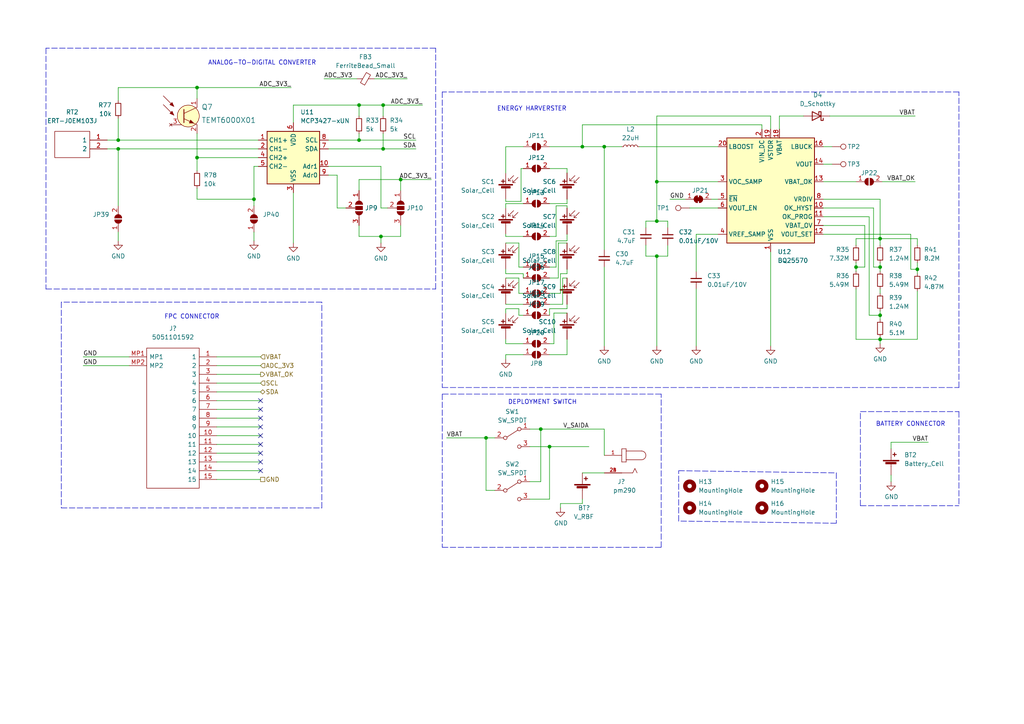
<source format=kicad_sch>
(kicad_sch (version 20211123) (generator eeschema)

  (uuid b696fbda-d1ab-4609-b7b2-017d5f7df745)

  (paper "A4")

  (title_block
    (title "FZSatellite")
    (date "2022-10-21")
    (rev "2")
    (company "Fiozera - fiozera.com.br")
    (comment 1 "https://github.com/fiozera/FZsatellite")
    (comment 2 "Licensed under CERN-OHL-S v2 or later")
  )

  (lib_symbols
    (symbol "Analog_ADC:MCP3427-xUN" (in_bom yes) (on_board yes)
      (property "Reference" "U" (id 0) (at -3.81 8.89 0)
        (effects (font (size 1.27 1.27)) (justify right))
      )
      (property "Value" "MCP3427-xUN" (id 1) (at 2.54 8.89 0)
        (effects (font (size 1.27 1.27)) (justify left))
      )
      (property "Footprint" "Package_SO:MSOP-10_3x3mm_P0.5mm" (id 2) (at 0 0 0)
        (effects (font (size 1.27 1.27)) hide)
      )
      (property "Datasheet" "http://ww1.microchip.com/downloads/en/DeviceDoc/22226a.pdf" (id 3) (at 0 0 0)
        (effects (font (size 1.27 1.27)) hide)
      )
      (property "ki_keywords" "adc 2ch 16bit i2c" (id 4) (at 0 0 0)
        (effects (font (size 1.27 1.27)) hide)
      )
      (property "ki_description" "16-Bit, Multi-Channel ΔΣ Analog-to-Digital Converter with I2C Interface and On-Board Reference, MSOP-10" (id 5) (at 0 0 0)
        (effects (font (size 1.27 1.27)) hide)
      )
      (property "ki_fp_filters" "MSOP*3x3mm*P0.5mm*" (id 6) (at 0 0 0)
        (effects (font (size 1.27 1.27)) hide)
      )
      (symbol "MCP3427-xUN_0_1"
        (rectangle (start -7.62 7.62) (end 7.62 -7.62)
          (stroke (width 0.254) (type default) (color 0 0 0 0))
          (fill (type background))
        )
      )
      (symbol "MCP3427-xUN_1_1"
        (pin input line (at -10.16 5.08 0) (length 2.54)
          (name "CH1+" (effects (font (size 1.27 1.27))))
          (number "1" (effects (font (size 1.27 1.27))))
        )
        (pin input line (at 10.16 -2.54 180) (length 2.54)
          (name "Adr1" (effects (font (size 1.27 1.27))))
          (number "10" (effects (font (size 1.27 1.27))))
        )
        (pin input line (at -10.16 2.54 0) (length 2.54)
          (name "CH1-" (effects (font (size 1.27 1.27))))
          (number "2" (effects (font (size 1.27 1.27))))
        )
        (pin power_in line (at 0 -10.16 90) (length 2.54)
          (name "VSS" (effects (font (size 1.27 1.27))))
          (number "3" (effects (font (size 1.27 1.27))))
        )
        (pin input line (at -10.16 0 0) (length 2.54)
          (name "CH2+" (effects (font (size 1.27 1.27))))
          (number "4" (effects (font (size 1.27 1.27))))
        )
        (pin input line (at -10.16 -2.54 0) (length 2.54)
          (name "CH2-" (effects (font (size 1.27 1.27))))
          (number "5" (effects (font (size 1.27 1.27))))
        )
        (pin power_in line (at 0 10.16 270) (length 2.54)
          (name "VDD" (effects (font (size 1.27 1.27))))
          (number "6" (effects (font (size 1.27 1.27))))
        )
        (pin bidirectional line (at 10.16 2.54 180) (length 2.54)
          (name "SDA" (effects (font (size 1.27 1.27))))
          (number "7" (effects (font (size 1.27 1.27))))
        )
        (pin input line (at 10.16 5.08 180) (length 2.54)
          (name "SCL" (effects (font (size 1.27 1.27))))
          (number "8" (effects (font (size 1.27 1.27))))
        )
        (pin input line (at 10.16 -5.08 180) (length 2.54)
          (name "Adr0" (effects (font (size 1.27 1.27))))
          (number "9" (effects (font (size 1.27 1.27))))
        )
      )
    )
    (symbol "Battery_Management:BQ25570" (in_bom yes) (on_board yes)
      (property "Reference" "U" (id 0) (at -12.7 16.51 0)
        (effects (font (size 1.27 1.27)))
      )
      (property "Value" "BQ25570" (id 1) (at 10.16 16.51 0)
        (effects (font (size 1.27 1.27)))
      )
      (property "Footprint" "Package_DFN_QFN:QFN-20-1EP_3.5x3.5mm_P0.5mm_EP2x2mm" (id 2) (at 0 -5.08 0)
        (effects (font (size 1.27 1.27)) hide)
      )
      (property "Datasheet" "http://www.ti.com/lit/ds/symlink/bq25570.pdf" (id 3) (at 10.16 30.48 0)
        (effects (font (size 1.27 1.27)) hide)
      )
      (property "ki_keywords" "harvester solar TEG charger li-on buck" (id 4) (at 0 0 0)
        (effects (font (size 1.27 1.27)) hide)
      )
      (property "ki_description" "Nano Power Boost Charger and Buck Converter for Energy Harvester Powered Applications, QFN-20" (id 5) (at 0 0 0)
        (effects (font (size 1.27 1.27)) hide)
      )
      (property "ki_fp_filters" "QFN*1EP*3.5x3.5mm*P0.5mm*" (id 6) (at 0 0 0)
        (effects (font (size 1.27 1.27)) hide)
      )
      (symbol "BQ25570_0_1"
        (rectangle (start -12.7 15.24) (end 12.7 -15.24)
          (stroke (width 0.254) (type default) (color 0 0 0 0))
          (fill (type background))
        )
      )
      (symbol "BQ25570_1_1"
        (pin power_in line (at 0 -17.78 90) (length 2.54)
          (name "VSS" (effects (font (size 1.27 1.27))))
          (number "1" (effects (font (size 1.27 1.27))))
        )
        (pin input line (at 15.24 -5.08 180) (length 2.54)
          (name "OK_HYST" (effects (font (size 1.27 1.27))))
          (number "10" (effects (font (size 1.27 1.27))))
        )
        (pin input line (at 15.24 -7.62 180) (length 2.54)
          (name "OK_PROG" (effects (font (size 1.27 1.27))))
          (number "11" (effects (font (size 1.27 1.27))))
        )
        (pin input line (at 15.24 -12.7 180) (length 2.54)
          (name "VOUT_SET" (effects (font (size 1.27 1.27))))
          (number "12" (effects (font (size 1.27 1.27))))
        )
        (pin output line (at 15.24 2.54 180) (length 2.54)
          (name "VBAT_OK" (effects (font (size 1.27 1.27))))
          (number "13" (effects (font (size 1.27 1.27))))
        )
        (pin input line (at 15.24 7.62 180) (length 2.54)
          (name "VOUT" (effects (font (size 1.27 1.27))))
          (number "14" (effects (font (size 1.27 1.27))))
        )
        (pin passive line (at 0 -17.78 90) (length 2.54) hide
          (name "VSS" (effects (font (size 1.27 1.27))))
          (number "15" (effects (font (size 1.27 1.27))))
        )
        (pin passive line (at 15.24 12.7 180) (length 2.54)
          (name "LBUCK" (effects (font (size 1.27 1.27))))
          (number "16" (effects (font (size 1.27 1.27))))
        )
        (pin passive line (at 0 -17.78 90) (length 2.54) hide
          (name "VSS" (effects (font (size 1.27 1.27))))
          (number "17" (effects (font (size 1.27 1.27))))
        )
        (pin power_in line (at 2.54 17.78 270) (length 2.54)
          (name "VBAT" (effects (font (size 1.27 1.27))))
          (number "18" (effects (font (size 1.27 1.27))))
        )
        (pin power_out line (at 0 17.78 270) (length 2.54)
          (name "VSTOR" (effects (font (size 1.27 1.27))))
          (number "19" (effects (font (size 1.27 1.27))))
        )
        (pin power_in line (at -2.54 17.78 270) (length 2.54)
          (name "VIN_DC" (effects (font (size 1.27 1.27))))
          (number "2" (effects (font (size 1.27 1.27))))
        )
        (pin passive line (at -15.24 12.7 0) (length 2.54)
          (name "LBOOST" (effects (font (size 1.27 1.27))))
          (number "20" (effects (font (size 1.27 1.27))))
        )
        (pin passive line (at 0 -17.78 90) (length 2.54) hide
          (name "VSS" (effects (font (size 1.27 1.27))))
          (number "21" (effects (font (size 1.27 1.27))))
        )
        (pin input line (at -15.24 2.54 0) (length 2.54)
          (name "VOC_SAMP" (effects (font (size 1.27 1.27))))
          (number "3" (effects (font (size 1.27 1.27))))
        )
        (pin passive line (at -15.24 -12.7 0) (length 2.54)
          (name "VREF_SAMP" (effects (font (size 1.27 1.27))))
          (number "4" (effects (font (size 1.27 1.27))))
        )
        (pin input line (at -15.24 -2.54 0) (length 2.54)
          (name "~{EN}" (effects (font (size 1.27 1.27))))
          (number "5" (effects (font (size 1.27 1.27))))
        )
        (pin input line (at -15.24 -5.08 0) (length 2.54)
          (name "VOUT_EN" (effects (font (size 1.27 1.27))))
          (number "6" (effects (font (size 1.27 1.27))))
        )
        (pin input line (at 15.24 -10.16 180) (length 2.54)
          (name "VBAT_OV" (effects (font (size 1.27 1.27))))
          (number "7" (effects (font (size 1.27 1.27))))
        )
        (pin output line (at 15.24 -2.54 180) (length 2.54)
          (name "VRDIV" (effects (font (size 1.27 1.27))))
          (number "8" (effects (font (size 1.27 1.27))))
        )
        (pin passive line (at 0 -17.78 90) (length 2.54) hide
          (name "VSS" (effects (font (size 1.27 1.27))))
          (number "9" (effects (font (size 1.27 1.27))))
        )
      )
    )
    (symbol "Connector:TestPoint" (pin_numbers hide) (pin_names (offset 0.762) hide) (in_bom yes) (on_board yes)
      (property "Reference" "TP" (id 0) (at 0 6.858 0)
        (effects (font (size 1.27 1.27)))
      )
      (property "Value" "TestPoint" (id 1) (at 0 5.08 0)
        (effects (font (size 1.27 1.27)))
      )
      (property "Footprint" "" (id 2) (at 5.08 0 0)
        (effects (font (size 1.27 1.27)) hide)
      )
      (property "Datasheet" "~" (id 3) (at 5.08 0 0)
        (effects (font (size 1.27 1.27)) hide)
      )
      (property "ki_keywords" "test point tp" (id 4) (at 0 0 0)
        (effects (font (size 1.27 1.27)) hide)
      )
      (property "ki_description" "test point" (id 5) (at 0 0 0)
        (effects (font (size 1.27 1.27)) hide)
      )
      (property "ki_fp_filters" "Pin* Test*" (id 6) (at 0 0 0)
        (effects (font (size 1.27 1.27)) hide)
      )
      (symbol "TestPoint_0_1"
        (circle (center 0 3.302) (radius 0.762)
          (stroke (width 0) (type default) (color 0 0 0 0))
          (fill (type none))
        )
      )
      (symbol "TestPoint_1_1"
        (pin passive line (at 0 0 90) (length 2.54)
          (name "1" (effects (font (size 1.27 1.27))))
          (number "1" (effects (font (size 1.27 1.27))))
        )
      )
    )
    (symbol "Device:Battery_Cell" (pin_numbers hide) (pin_names (offset 0) hide) (in_bom yes) (on_board yes)
      (property "Reference" "BT" (id 0) (at 2.54 2.54 0)
        (effects (font (size 1.27 1.27)) (justify left))
      )
      (property "Value" "Battery_Cell" (id 1) (at 2.54 0 0)
        (effects (font (size 1.27 1.27)) (justify left))
      )
      (property "Footprint" "" (id 2) (at 0 1.524 90)
        (effects (font (size 1.27 1.27)) hide)
      )
      (property "Datasheet" "~" (id 3) (at 0 1.524 90)
        (effects (font (size 1.27 1.27)) hide)
      )
      (property "ki_keywords" "battery cell" (id 4) (at 0 0 0)
        (effects (font (size 1.27 1.27)) hide)
      )
      (property "ki_description" "Single-cell battery" (id 5) (at 0 0 0)
        (effects (font (size 1.27 1.27)) hide)
      )
      (symbol "Battery_Cell_0_1"
        (rectangle (start -2.286 1.778) (end 2.286 1.524)
          (stroke (width 0) (type default) (color 0 0 0 0))
          (fill (type outline))
        )
        (rectangle (start -1.5748 1.1938) (end 1.4732 0.6858)
          (stroke (width 0) (type default) (color 0 0 0 0))
          (fill (type outline))
        )
        (polyline
          (pts
            (xy 0 0.762)
            (xy 0 0)
          )
          (stroke (width 0) (type default) (color 0 0 0 0))
          (fill (type none))
        )
        (polyline
          (pts
            (xy 0 1.778)
            (xy 0 2.54)
          )
          (stroke (width 0) (type default) (color 0 0 0 0))
          (fill (type none))
        )
        (polyline
          (pts
            (xy 0.508 3.429)
            (xy 1.524 3.429)
          )
          (stroke (width 0.254) (type default) (color 0 0 0 0))
          (fill (type none))
        )
        (polyline
          (pts
            (xy 1.016 3.937)
            (xy 1.016 2.921)
          )
          (stroke (width 0.254) (type default) (color 0 0 0 0))
          (fill (type none))
        )
      )
      (symbol "Battery_Cell_1_1"
        (pin passive line (at 0 5.08 270) (length 2.54)
          (name "+" (effects (font (size 1.27 1.27))))
          (number "1" (effects (font (size 1.27 1.27))))
        )
        (pin passive line (at 0 -2.54 90) (length 2.54)
          (name "-" (effects (font (size 1.27 1.27))))
          (number "2" (effects (font (size 1.27 1.27))))
        )
      )
    )
    (symbol "Device:C_Small" (pin_numbers hide) (pin_names (offset 0.254) hide) (in_bom yes) (on_board yes)
      (property "Reference" "C" (id 0) (at 0.254 1.778 0)
        (effects (font (size 1.27 1.27)) (justify left))
      )
      (property "Value" "C_Small" (id 1) (at 0.254 -2.032 0)
        (effects (font (size 1.27 1.27)) (justify left))
      )
      (property "Footprint" "" (id 2) (at 0 0 0)
        (effects (font (size 1.27 1.27)) hide)
      )
      (property "Datasheet" "~" (id 3) (at 0 0 0)
        (effects (font (size 1.27 1.27)) hide)
      )
      (property "ki_keywords" "capacitor cap" (id 4) (at 0 0 0)
        (effects (font (size 1.27 1.27)) hide)
      )
      (property "ki_description" "Unpolarized capacitor, small symbol" (id 5) (at 0 0 0)
        (effects (font (size 1.27 1.27)) hide)
      )
      (property "ki_fp_filters" "C_*" (id 6) (at 0 0 0)
        (effects (font (size 1.27 1.27)) hide)
      )
      (symbol "C_Small_0_1"
        (polyline
          (pts
            (xy -1.524 -0.508)
            (xy 1.524 -0.508)
          )
          (stroke (width 0.3302) (type default) (color 0 0 0 0))
          (fill (type none))
        )
        (polyline
          (pts
            (xy -1.524 0.508)
            (xy 1.524 0.508)
          )
          (stroke (width 0.3048) (type default) (color 0 0 0 0))
          (fill (type none))
        )
      )
      (symbol "C_Small_1_1"
        (pin passive line (at 0 2.54 270) (length 2.032)
          (name "~" (effects (font (size 1.27 1.27))))
          (number "1" (effects (font (size 1.27 1.27))))
        )
        (pin passive line (at 0 -2.54 90) (length 2.032)
          (name "~" (effects (font (size 1.27 1.27))))
          (number "2" (effects (font (size 1.27 1.27))))
        )
      )
    )
    (symbol "Device:D_Schottky" (pin_numbers hide) (pin_names (offset 1.016) hide) (in_bom yes) (on_board yes)
      (property "Reference" "D" (id 0) (at 0 2.54 0)
        (effects (font (size 1.27 1.27)))
      )
      (property "Value" "D_Schottky" (id 1) (at 0 -2.54 0)
        (effects (font (size 1.27 1.27)))
      )
      (property "Footprint" "" (id 2) (at 0 0 0)
        (effects (font (size 1.27 1.27)) hide)
      )
      (property "Datasheet" "~" (id 3) (at 0 0 0)
        (effects (font (size 1.27 1.27)) hide)
      )
      (property "ki_keywords" "diode Schottky" (id 4) (at 0 0 0)
        (effects (font (size 1.27 1.27)) hide)
      )
      (property "ki_description" "Schottky diode" (id 5) (at 0 0 0)
        (effects (font (size 1.27 1.27)) hide)
      )
      (property "ki_fp_filters" "TO-???* *_Diode_* *SingleDiode* D_*" (id 6) (at 0 0 0)
        (effects (font (size 1.27 1.27)) hide)
      )
      (symbol "D_Schottky_0_1"
        (polyline
          (pts
            (xy 1.27 0)
            (xy -1.27 0)
          )
          (stroke (width 0) (type default) (color 0 0 0 0))
          (fill (type none))
        )
        (polyline
          (pts
            (xy 1.27 1.27)
            (xy 1.27 -1.27)
            (xy -1.27 0)
            (xy 1.27 1.27)
          )
          (stroke (width 0.254) (type default) (color 0 0 0 0))
          (fill (type none))
        )
        (polyline
          (pts
            (xy -1.905 0.635)
            (xy -1.905 1.27)
            (xy -1.27 1.27)
            (xy -1.27 -1.27)
            (xy -0.635 -1.27)
            (xy -0.635 -0.635)
          )
          (stroke (width 0.254) (type default) (color 0 0 0 0))
          (fill (type none))
        )
      )
      (symbol "D_Schottky_1_1"
        (pin passive line (at -3.81 0 0) (length 2.54)
          (name "K" (effects (font (size 1.27 1.27))))
          (number "1" (effects (font (size 1.27 1.27))))
        )
        (pin passive line (at 3.81 0 180) (length 2.54)
          (name "A" (effects (font (size 1.27 1.27))))
          (number "2" (effects (font (size 1.27 1.27))))
        )
      )
    )
    (symbol "Device:FerriteBead_Small" (pin_numbers hide) (pin_names (offset 0)) (in_bom yes) (on_board yes)
      (property "Reference" "FB" (id 0) (at 1.905 1.27 0)
        (effects (font (size 1.27 1.27)) (justify left))
      )
      (property "Value" "FerriteBead_Small" (id 1) (at 1.905 -1.27 0)
        (effects (font (size 1.27 1.27)) (justify left))
      )
      (property "Footprint" "" (id 2) (at -1.778 0 90)
        (effects (font (size 1.27 1.27)) hide)
      )
      (property "Datasheet" "~" (id 3) (at 0 0 0)
        (effects (font (size 1.27 1.27)) hide)
      )
      (property "ki_keywords" "L ferrite bead inductor filter" (id 4) (at 0 0 0)
        (effects (font (size 1.27 1.27)) hide)
      )
      (property "ki_description" "Ferrite bead, small symbol" (id 5) (at 0 0 0)
        (effects (font (size 1.27 1.27)) hide)
      )
      (property "ki_fp_filters" "Inductor_* L_* *Ferrite*" (id 6) (at 0 0 0)
        (effects (font (size 1.27 1.27)) hide)
      )
      (symbol "FerriteBead_Small_0_1"
        (polyline
          (pts
            (xy 0 -1.27)
            (xy 0 -0.7874)
          )
          (stroke (width 0) (type default) (color 0 0 0 0))
          (fill (type none))
        )
        (polyline
          (pts
            (xy 0 0.889)
            (xy 0 1.2954)
          )
          (stroke (width 0) (type default) (color 0 0 0 0))
          (fill (type none))
        )
        (polyline
          (pts
            (xy -1.8288 0.2794)
            (xy -1.1176 1.4986)
            (xy 1.8288 -0.2032)
            (xy 1.1176 -1.4224)
            (xy -1.8288 0.2794)
          )
          (stroke (width 0) (type default) (color 0 0 0 0))
          (fill (type none))
        )
      )
      (symbol "FerriteBead_Small_1_1"
        (pin passive line (at 0 2.54 270) (length 1.27)
          (name "~" (effects (font (size 1.27 1.27))))
          (number "1" (effects (font (size 1.27 1.27))))
        )
        (pin passive line (at 0 -2.54 90) (length 1.27)
          (name "~" (effects (font (size 1.27 1.27))))
          (number "2" (effects (font (size 1.27 1.27))))
        )
      )
    )
    (symbol "Device:L_Small" (pin_numbers hide) (pin_names (offset 0.254) hide) (in_bom yes) (on_board yes)
      (property "Reference" "L" (id 0) (at 0.762 1.016 0)
        (effects (font (size 1.27 1.27)) (justify left))
      )
      (property "Value" "L_Small" (id 1) (at 0.762 -1.016 0)
        (effects (font (size 1.27 1.27)) (justify left))
      )
      (property "Footprint" "" (id 2) (at 0 0 0)
        (effects (font (size 1.27 1.27)) hide)
      )
      (property "Datasheet" "~" (id 3) (at 0 0 0)
        (effects (font (size 1.27 1.27)) hide)
      )
      (property "ki_keywords" "inductor choke coil reactor magnetic" (id 4) (at 0 0 0)
        (effects (font (size 1.27 1.27)) hide)
      )
      (property "ki_description" "Inductor, small symbol" (id 5) (at 0 0 0)
        (effects (font (size 1.27 1.27)) hide)
      )
      (property "ki_fp_filters" "Choke_* *Coil* Inductor_* L_*" (id 6) (at 0 0 0)
        (effects (font (size 1.27 1.27)) hide)
      )
      (symbol "L_Small_0_1"
        (arc (start 0 -2.032) (mid 0.508 -1.524) (end 0 -1.016)
          (stroke (width 0) (type default) (color 0 0 0 0))
          (fill (type none))
        )
        (arc (start 0 -1.016) (mid 0.508 -0.508) (end 0 0)
          (stroke (width 0) (type default) (color 0 0 0 0))
          (fill (type none))
        )
        (arc (start 0 0) (mid 0.508 0.508) (end 0 1.016)
          (stroke (width 0) (type default) (color 0 0 0 0))
          (fill (type none))
        )
        (arc (start 0 1.016) (mid 0.508 1.524) (end 0 2.032)
          (stroke (width 0) (type default) (color 0 0 0 0))
          (fill (type none))
        )
      )
      (symbol "L_Small_1_1"
        (pin passive line (at 0 2.54 270) (length 0.508)
          (name "~" (effects (font (size 1.27 1.27))))
          (number "1" (effects (font (size 1.27 1.27))))
        )
        (pin passive line (at 0 -2.54 90) (length 0.508)
          (name "~" (effects (font (size 1.27 1.27))))
          (number "2" (effects (font (size 1.27 1.27))))
        )
      )
    )
    (symbol "Device:R_Small" (pin_numbers hide) (pin_names (offset 0.254) hide) (in_bom yes) (on_board yes)
      (property "Reference" "R" (id 0) (at 0.762 0.508 0)
        (effects (font (size 1.27 1.27)) (justify left))
      )
      (property "Value" "R_Small" (id 1) (at 0.762 -1.016 0)
        (effects (font (size 1.27 1.27)) (justify left))
      )
      (property "Footprint" "" (id 2) (at 0 0 0)
        (effects (font (size 1.27 1.27)) hide)
      )
      (property "Datasheet" "~" (id 3) (at 0 0 0)
        (effects (font (size 1.27 1.27)) hide)
      )
      (property "ki_keywords" "R resistor" (id 4) (at 0 0 0)
        (effects (font (size 1.27 1.27)) hide)
      )
      (property "ki_description" "Resistor, small symbol" (id 5) (at 0 0 0)
        (effects (font (size 1.27 1.27)) hide)
      )
      (property "ki_fp_filters" "R_*" (id 6) (at 0 0 0)
        (effects (font (size 1.27 1.27)) hide)
      )
      (symbol "R_Small_0_1"
        (rectangle (start -0.762 1.778) (end 0.762 -1.778)
          (stroke (width 0.2032) (type default) (color 0 0 0 0))
          (fill (type none))
        )
      )
      (symbol "R_Small_1_1"
        (pin passive line (at 0 2.54 270) (length 0.762)
          (name "~" (effects (font (size 1.27 1.27))))
          (number "1" (effects (font (size 1.27 1.27))))
        )
        (pin passive line (at 0 -2.54 90) (length 0.762)
          (name "~" (effects (font (size 1.27 1.27))))
          (number "2" (effects (font (size 1.27 1.27))))
        )
      )
    )
    (symbol "Device:Solar_Cell" (pin_numbers hide) (pin_names (offset 0) hide) (in_bom yes) (on_board yes)
      (property "Reference" "SC" (id 0) (at 2.54 2.54 0)
        (effects (font (size 1.27 1.27)) (justify left))
      )
      (property "Value" "Solar_Cell" (id 1) (at 2.54 0 0)
        (effects (font (size 1.27 1.27)) (justify left))
      )
      (property "Footprint" "" (id 2) (at 0 1.524 90)
        (effects (font (size 1.27 1.27)) hide)
      )
      (property "Datasheet" "~" (id 3) (at 0 1.524 90)
        (effects (font (size 1.27 1.27)) hide)
      )
      (property "ki_keywords" "solar cell" (id 4) (at 0 0 0)
        (effects (font (size 1.27 1.27)) hide)
      )
      (property "ki_description" "Single solar cell" (id 5) (at 0 0 0)
        (effects (font (size 1.27 1.27)) hide)
      )
      (symbol "Solar_Cell_0_1"
        (rectangle (start -2.032 1.778) (end 2.032 1.524)
          (stroke (width 0) (type default) (color 0 0 0 0))
          (fill (type outline))
        )
        (rectangle (start -1.3208 1.1938) (end 1.27 0.6858)
          (stroke (width 0) (type default) (color 0 0 0 0))
          (fill (type outline))
        )
        (polyline
          (pts
            (xy -2.032 2.286)
            (xy -3.556 3.81)
          )
          (stroke (width 0) (type default) (color 0 0 0 0))
          (fill (type none))
        )
        (polyline
          (pts
            (xy -0.762 2.794)
            (xy -2.286 4.318)
          )
          (stroke (width 0) (type default) (color 0 0 0 0))
          (fill (type none))
        )
        (polyline
          (pts
            (xy 0 0.762)
            (xy 0 0)
          )
          (stroke (width 0) (type default) (color 0 0 0 0))
          (fill (type none))
        )
        (polyline
          (pts
            (xy 0 1.778)
            (xy 0 2.54)
          )
          (stroke (width 0) (type default) (color 0 0 0 0))
          (fill (type none))
        )
        (polyline
          (pts
            (xy 0.254 2.667)
            (xy 1.27 2.667)
          )
          (stroke (width 0.254) (type default) (color 0 0 0 0))
          (fill (type none))
        )
        (polyline
          (pts
            (xy 0.762 3.175)
            (xy 0.762 2.159)
          )
          (stroke (width 0.254) (type default) (color 0 0 0 0))
          (fill (type none))
        )
        (polyline
          (pts
            (xy -2.032 3.048)
            (xy -2.032 2.286)
            (xy -2.794 2.286)
          )
          (stroke (width 0) (type default) (color 0 0 0 0))
          (fill (type none))
        )
        (polyline
          (pts
            (xy -0.762 3.556)
            (xy -0.762 2.794)
            (xy -1.524 2.794)
          )
          (stroke (width 0) (type default) (color 0 0 0 0))
          (fill (type none))
        )
      )
      (symbol "Solar_Cell_1_1"
        (pin passive line (at 0 5.08 270) (length 2.54)
          (name "+" (effects (font (size 1.27 1.27))))
          (number "1" (effects (font (size 1.27 1.27))))
        )
        (pin passive line (at 0 -2.54 90) (length 2.54)
          (name "-" (effects (font (size 1.27 1.27))))
          (number "2" (effects (font (size 1.27 1.27))))
        )
      )
    )
    (symbol "Jumper:SolderJumper_2_Bridged" (pin_names (offset 0) hide) (in_bom yes) (on_board yes)
      (property "Reference" "JP" (id 0) (at 0 2.032 0)
        (effects (font (size 1.27 1.27)))
      )
      (property "Value" "SolderJumper_2_Bridged" (id 1) (at 0 -2.54 0)
        (effects (font (size 1.27 1.27)))
      )
      (property "Footprint" "" (id 2) (at 0 0 0)
        (effects (font (size 1.27 1.27)) hide)
      )
      (property "Datasheet" "~" (id 3) (at 0 0 0)
        (effects (font (size 1.27 1.27)) hide)
      )
      (property "ki_keywords" "solder jumper SPST" (id 4) (at 0 0 0)
        (effects (font (size 1.27 1.27)) hide)
      )
      (property "ki_description" "Solder Jumper, 2-pole, closed/bridged" (id 5) (at 0 0 0)
        (effects (font (size 1.27 1.27)) hide)
      )
      (property "ki_fp_filters" "SolderJumper*Bridged*" (id 6) (at 0 0 0)
        (effects (font (size 1.27 1.27)) hide)
      )
      (symbol "SolderJumper_2_Bridged_0_1"
        (rectangle (start -0.508 0.508) (end 0.508 -0.508)
          (stroke (width 0) (type default) (color 0 0 0 0))
          (fill (type outline))
        )
        (arc (start -0.254 1.016) (mid -1.27 0) (end -0.254 -1.016)
          (stroke (width 0) (type default) (color 0 0 0 0))
          (fill (type none))
        )
        (arc (start -0.254 1.016) (mid -1.27 0) (end -0.254 -1.016)
          (stroke (width 0) (type default) (color 0 0 0 0))
          (fill (type outline))
        )
        (polyline
          (pts
            (xy -0.254 1.016)
            (xy -0.254 -1.016)
          )
          (stroke (width 0) (type default) (color 0 0 0 0))
          (fill (type none))
        )
        (polyline
          (pts
            (xy 0.254 1.016)
            (xy 0.254 -1.016)
          )
          (stroke (width 0) (type default) (color 0 0 0 0))
          (fill (type none))
        )
        (arc (start 0.254 -1.016) (mid 1.27 0) (end 0.254 1.016)
          (stroke (width 0) (type default) (color 0 0 0 0))
          (fill (type none))
        )
        (arc (start 0.254 -1.016) (mid 1.27 0) (end 0.254 1.016)
          (stroke (width 0) (type default) (color 0 0 0 0))
          (fill (type outline))
        )
      )
      (symbol "SolderJumper_2_Bridged_1_1"
        (pin passive line (at -3.81 0 0) (length 2.54)
          (name "A" (effects (font (size 1.27 1.27))))
          (number "1" (effects (font (size 1.27 1.27))))
        )
        (pin passive line (at 3.81 0 180) (length 2.54)
          (name "B" (effects (font (size 1.27 1.27))))
          (number "2" (effects (font (size 1.27 1.27))))
        )
      )
    )
    (symbol "Jumper:SolderJumper_2_Open" (pin_names (offset 0) hide) (in_bom yes) (on_board yes)
      (property "Reference" "JP" (id 0) (at 0 2.032 0)
        (effects (font (size 1.27 1.27)))
      )
      (property "Value" "SolderJumper_2_Open" (id 1) (at 0 -2.54 0)
        (effects (font (size 1.27 1.27)))
      )
      (property "Footprint" "" (id 2) (at 0 0 0)
        (effects (font (size 1.27 1.27)) hide)
      )
      (property "Datasheet" "~" (id 3) (at 0 0 0)
        (effects (font (size 1.27 1.27)) hide)
      )
      (property "ki_keywords" "solder jumper SPST" (id 4) (at 0 0 0)
        (effects (font (size 1.27 1.27)) hide)
      )
      (property "ki_description" "Solder Jumper, 2-pole, open" (id 5) (at 0 0 0)
        (effects (font (size 1.27 1.27)) hide)
      )
      (property "ki_fp_filters" "SolderJumper*Open*" (id 6) (at 0 0 0)
        (effects (font (size 1.27 1.27)) hide)
      )
      (symbol "SolderJumper_2_Open_0_1"
        (arc (start -0.254 1.016) (mid -1.27 0) (end -0.254 -1.016)
          (stroke (width 0) (type default) (color 0 0 0 0))
          (fill (type none))
        )
        (arc (start -0.254 1.016) (mid -1.27 0) (end -0.254 -1.016)
          (stroke (width 0) (type default) (color 0 0 0 0))
          (fill (type outline))
        )
        (polyline
          (pts
            (xy -0.254 1.016)
            (xy -0.254 -1.016)
          )
          (stroke (width 0) (type default) (color 0 0 0 0))
          (fill (type none))
        )
        (polyline
          (pts
            (xy 0.254 1.016)
            (xy 0.254 -1.016)
          )
          (stroke (width 0) (type default) (color 0 0 0 0))
          (fill (type none))
        )
        (arc (start 0.254 -1.016) (mid 1.27 0) (end 0.254 1.016)
          (stroke (width 0) (type default) (color 0 0 0 0))
          (fill (type none))
        )
        (arc (start 0.254 -1.016) (mid 1.27 0) (end 0.254 1.016)
          (stroke (width 0) (type default) (color 0 0 0 0))
          (fill (type outline))
        )
      )
      (symbol "SolderJumper_2_Open_1_1"
        (pin passive line (at -3.81 0 0) (length 2.54)
          (name "A" (effects (font (size 1.27 1.27))))
          (number "1" (effects (font (size 1.27 1.27))))
        )
        (pin passive line (at 3.81 0 180) (length 2.54)
          (name "B" (effects (font (size 1.27 1.27))))
          (number "2" (effects (font (size 1.27 1.27))))
        )
      )
    )
    (symbol "Jumper:SolderJumper_3_Open" (pin_names (offset 0) hide) (in_bom yes) (on_board yes)
      (property "Reference" "JP" (id 0) (at -2.54 -2.54 0)
        (effects (font (size 1.27 1.27)))
      )
      (property "Value" "SolderJumper_3_Open" (id 1) (at 0 2.794 0)
        (effects (font (size 1.27 1.27)))
      )
      (property "Footprint" "" (id 2) (at 0 0 0)
        (effects (font (size 1.27 1.27)) hide)
      )
      (property "Datasheet" "~" (id 3) (at 0 0 0)
        (effects (font (size 1.27 1.27)) hide)
      )
      (property "ki_keywords" "Solder Jumper SPDT" (id 4) (at 0 0 0)
        (effects (font (size 1.27 1.27)) hide)
      )
      (property "ki_description" "Solder Jumper, 3-pole, open" (id 5) (at 0 0 0)
        (effects (font (size 1.27 1.27)) hide)
      )
      (property "ki_fp_filters" "SolderJumper*Open*" (id 6) (at 0 0 0)
        (effects (font (size 1.27 1.27)) hide)
      )
      (symbol "SolderJumper_3_Open_0_1"
        (arc (start -1.016 1.016) (mid -2.032 0) (end -1.016 -1.016)
          (stroke (width 0) (type default) (color 0 0 0 0))
          (fill (type none))
        )
        (arc (start -1.016 1.016) (mid -2.032 0) (end -1.016 -1.016)
          (stroke (width 0) (type default) (color 0 0 0 0))
          (fill (type outline))
        )
        (rectangle (start -0.508 1.016) (end 0.508 -1.016)
          (stroke (width 0) (type default) (color 0 0 0 0))
          (fill (type outline))
        )
        (polyline
          (pts
            (xy -2.54 0)
            (xy -2.032 0)
          )
          (stroke (width 0) (type default) (color 0 0 0 0))
          (fill (type none))
        )
        (polyline
          (pts
            (xy -1.016 1.016)
            (xy -1.016 -1.016)
          )
          (stroke (width 0) (type default) (color 0 0 0 0))
          (fill (type none))
        )
        (polyline
          (pts
            (xy 0 -1.27)
            (xy 0 -1.016)
          )
          (stroke (width 0) (type default) (color 0 0 0 0))
          (fill (type none))
        )
        (polyline
          (pts
            (xy 1.016 1.016)
            (xy 1.016 -1.016)
          )
          (stroke (width 0) (type default) (color 0 0 0 0))
          (fill (type none))
        )
        (polyline
          (pts
            (xy 2.54 0)
            (xy 2.032 0)
          )
          (stroke (width 0) (type default) (color 0 0 0 0))
          (fill (type none))
        )
        (arc (start 1.016 -1.016) (mid 2.032 0) (end 1.016 1.016)
          (stroke (width 0) (type default) (color 0 0 0 0))
          (fill (type none))
        )
        (arc (start 1.016 -1.016) (mid 2.032 0) (end 1.016 1.016)
          (stroke (width 0) (type default) (color 0 0 0 0))
          (fill (type outline))
        )
      )
      (symbol "SolderJumper_3_Open_1_1"
        (pin passive line (at -5.08 0 0) (length 2.54)
          (name "A" (effects (font (size 1.27 1.27))))
          (number "1" (effects (font (size 1.27 1.27))))
        )
        (pin input line (at 0 -3.81 90) (length 2.54)
          (name "C" (effects (font (size 1.27 1.27))))
          (number "2" (effects (font (size 1.27 1.27))))
        )
        (pin passive line (at 5.08 0 180) (length 2.54)
          (name "B" (effects (font (size 1.27 1.27))))
          (number "3" (effects (font (size 1.27 1.27))))
        )
      )
    )
    (symbol "Mechanical:MountingHole" (pin_names (offset 1.016)) (in_bom yes) (on_board yes)
      (property "Reference" "H" (id 0) (at 0 5.08 0)
        (effects (font (size 1.27 1.27)))
      )
      (property "Value" "MountingHole" (id 1) (at 0 3.175 0)
        (effects (font (size 1.27 1.27)))
      )
      (property "Footprint" "" (id 2) (at 0 0 0)
        (effects (font (size 1.27 1.27)) hide)
      )
      (property "Datasheet" "~" (id 3) (at 0 0 0)
        (effects (font (size 1.27 1.27)) hide)
      )
      (property "ki_keywords" "mounting hole" (id 4) (at 0 0 0)
        (effects (font (size 1.27 1.27)) hide)
      )
      (property "ki_description" "Mounting Hole without connection" (id 5) (at 0 0 0)
        (effects (font (size 1.27 1.27)) hide)
      )
      (property "ki_fp_filters" "MountingHole*" (id 6) (at 0 0 0)
        (effects (font (size 1.27 1.27)) hide)
      )
      (symbol "MountingHole_0_1"
        (circle (center 0 0) (radius 1.27)
          (stroke (width 1.27) (type default) (color 0 0 0 0))
          (fill (type none))
        )
      )
    )
    (symbol "SamacSys_Parts:5051101592" (pin_names (offset 0.762)) (in_bom yes) (on_board yes)
      (property "Reference" "J" (id 0) (at 21.59 7.62 0)
        (effects (font (size 1.27 1.27)) (justify left))
      )
      (property "Value" "5051101592" (id 1) (at 21.59 5.08 0)
        (effects (font (size 1.27 1.27)) (justify left))
      )
      (property "Footprint" "5051101592" (id 2) (at 21.59 2.54 0)
        (effects (font (size 1.27 1.27)) (justify left) hide)
      )
      (property "Datasheet" "https://www.arrow.com/en/products/505110-1592/molex" (id 3) (at 21.59 0 0)
        (effects (font (size 1.27 1.27)) (justify left) hide)
      )
      (property "Description" "Easy-On FFC/FPC Connector, 0.50mm Pitch, FD19 Series, Right-Angle, Bottom Contact, 1.90mm Height,  Circuits, Gold over Nickel Plating" (id 4) (at 21.59 -2.54 0)
        (effects (font (size 1.27 1.27)) (justify left) hide)
      )
      (property "Height" "2.1" (id 5) (at 21.59 -5.08 0)
        (effects (font (size 1.27 1.27)) (justify left) hide)
      )
      (property "Manufacturer_Name" "Molex" (id 6) (at 21.59 -7.62 0)
        (effects (font (size 1.27 1.27)) (justify left) hide)
      )
      (property "Manufacturer_Part_Number" "5051101592" (id 7) (at 21.59 -10.16 0)
        (effects (font (size 1.27 1.27)) (justify left) hide)
      )
      (property "Mouser Part Number" "" (id 8) (at 21.59 -12.7 0)
        (effects (font (size 1.27 1.27)) (justify left) hide)
      )
      (property "Mouser Price/Stock" "" (id 9) (at 21.59 -15.24 0)
        (effects (font (size 1.27 1.27)) (justify left) hide)
      )
      (property "Arrow Part Number" "5051101592" (id 10) (at 21.59 -17.78 0)
        (effects (font (size 1.27 1.27)) (justify left) hide)
      )
      (property "Arrow Price/Stock" "https://www.arrow.com/en/products/505110-1592/molex?region=nac" (id 11) (at 21.59 -20.32 0)
        (effects (font (size 1.27 1.27)) (justify left) hide)
      )
      (property "ki_description" "Easy-On FFC/FPC Connector, 0.50mm Pitch, FD19 Series, Right-Angle, Bottom Contact, 1.90mm Height,  Circuits, Gold over Nickel Plating" (id 12) (at 0 0 0)
        (effects (font (size 1.27 1.27)) hide)
      )
      (symbol "5051101592_0_0"
        (pin passive line (at 25.4 0 180) (length 5.08)
          (name "1" (effects (font (size 1.27 1.27))))
          (number "1" (effects (font (size 1.27 1.27))))
        )
        (pin passive line (at 25.4 -22.86 180) (length 5.08)
          (name "10" (effects (font (size 1.27 1.27))))
          (number "10" (effects (font (size 1.27 1.27))))
        )
        (pin passive line (at 25.4 -25.4 180) (length 5.08)
          (name "11" (effects (font (size 1.27 1.27))))
          (number "11" (effects (font (size 1.27 1.27))))
        )
        (pin passive line (at 25.4 -27.94 180) (length 5.08)
          (name "12" (effects (font (size 1.27 1.27))))
          (number "12" (effects (font (size 1.27 1.27))))
        )
        (pin passive line (at 25.4 -30.48 180) (length 5.08)
          (name "13" (effects (font (size 1.27 1.27))))
          (number "13" (effects (font (size 1.27 1.27))))
        )
        (pin passive line (at 25.4 -33.02 180) (length 5.08)
          (name "14" (effects (font (size 1.27 1.27))))
          (number "14" (effects (font (size 1.27 1.27))))
        )
        (pin passive line (at 25.4 -35.56 180) (length 5.08)
          (name "15" (effects (font (size 1.27 1.27))))
          (number "15" (effects (font (size 1.27 1.27))))
        )
        (pin passive line (at 25.4 -2.54 180) (length 5.08)
          (name "2" (effects (font (size 1.27 1.27))))
          (number "2" (effects (font (size 1.27 1.27))))
        )
        (pin passive line (at 25.4 -5.08 180) (length 5.08)
          (name "3" (effects (font (size 1.27 1.27))))
          (number "3" (effects (font (size 1.27 1.27))))
        )
        (pin passive line (at 25.4 -7.62 180) (length 5.08)
          (name "4" (effects (font (size 1.27 1.27))))
          (number "4" (effects (font (size 1.27 1.27))))
        )
        (pin passive line (at 25.4 -10.16 180) (length 5.08)
          (name "5" (effects (font (size 1.27 1.27))))
          (number "5" (effects (font (size 1.27 1.27))))
        )
        (pin passive line (at 25.4 -12.7 180) (length 5.08)
          (name "6" (effects (font (size 1.27 1.27))))
          (number "6" (effects (font (size 1.27 1.27))))
        )
        (pin passive line (at 25.4 -15.24 180) (length 5.08)
          (name "7" (effects (font (size 1.27 1.27))))
          (number "7" (effects (font (size 1.27 1.27))))
        )
        (pin passive line (at 25.4 -17.78 180) (length 5.08)
          (name "8" (effects (font (size 1.27 1.27))))
          (number "8" (effects (font (size 1.27 1.27))))
        )
        (pin passive line (at 25.4 -20.32 180) (length 5.08)
          (name "9" (effects (font (size 1.27 1.27))))
          (number "9" (effects (font (size 1.27 1.27))))
        )
        (pin passive line (at 0 0 0) (length 5.08)
          (name "MP1" (effects (font (size 1.27 1.27))))
          (number "MP1" (effects (font (size 1.27 1.27))))
        )
        (pin passive line (at 0 -2.54 0) (length 5.08)
          (name "MP2" (effects (font (size 1.27 1.27))))
          (number "MP2" (effects (font (size 1.27 1.27))))
        )
      )
      (symbol "5051101592_0_1"
        (polyline
          (pts
            (xy 5.08 2.54)
            (xy 20.32 2.54)
            (xy 20.32 -38.1)
            (xy 5.08 -38.1)
            (xy 5.08 2.54)
          )
          (stroke (width 0.1524) (type default) (color 0 0 0 0))
          (fill (type none))
        )
      )
    )
    (symbol "SamacSys_Parts:ERT-J0EM103J" (pin_names (offset 0.762)) (in_bom yes) (on_board yes)
      (property "Reference" "RT" (id 0) (at 16.51 7.62 0)
        (effects (font (size 1.27 1.27)) (justify left))
      )
      (property "Value" "ERT-J0EM103J" (id 1) (at 16.51 5.08 0)
        (effects (font (size 1.27 1.27)) (justify left))
      )
      (property "Footprint" "THRMC1005X55N" (id 2) (at 16.51 2.54 0)
        (effects (font (size 1.27 1.27)) (justify left) hide)
      )
      (property "Datasheet" "https://componentsearchengine.com/Datasheets/1/ERT-J0EM103J.pdf" (id 3) (at 16.51 0 0)
        (effects (font (size 1.27 1.27)) (justify left) hide)
      )
      (property "Description" "PANASONIC ELECTRONIC COMPONENTS - ERT-J0EM103J - THERMISTOR, NTC, 10KOHM, 5%, SMD" (id 4) (at 16.51 -2.54 0)
        (effects (font (size 1.27 1.27)) (justify left) hide)
      )
      (property "Height" "0.55" (id 5) (at 16.51 -5.08 0)
        (effects (font (size 1.27 1.27)) (justify left) hide)
      )
      (property "Mouser Part Number" "667-ERT-J0EM103J" (id 6) (at 16.51 -7.62 0)
        (effects (font (size 1.27 1.27)) (justify left) hide)
      )
      (property "Mouser Price/Stock" "https://www.mouser.com/Search/Refine.aspx?Keyword=667-ERT-J0EM103J" (id 7) (at 16.51 -10.16 0)
        (effects (font (size 1.27 1.27)) (justify left) hide)
      )
      (property "Manufacturer_Name" "Panasonic" (id 8) (at 16.51 -12.7 0)
        (effects (font (size 1.27 1.27)) (justify left) hide)
      )
      (property "Manufacturer_Part_Number" "ERT-J0EM103J" (id 9) (at 16.51 -15.24 0)
        (effects (font (size 1.27 1.27)) (justify left) hide)
      )
      (property "ki_description" "PANASONIC ELECTRONIC COMPONENTS - ERT-J0EM103J - THERMISTOR, NTC, 10KOHM, 5%, SMD" (id 10) (at 0 0 0)
        (effects (font (size 1.27 1.27)) hide)
      )
      (symbol "ERT-J0EM103J_0_0"
        (pin passive line (at 0 0 0) (length 5.08)
          (name "1" (effects (font (size 1.27 1.27))))
          (number "1" (effects (font (size 1.27 1.27))))
        )
        (pin passive line (at 0 -2.54 0) (length 5.08)
          (name "2" (effects (font (size 1.27 1.27))))
          (number "2" (effects (font (size 1.27 1.27))))
        )
      )
      (symbol "ERT-J0EM103J_0_1"
        (polyline
          (pts
            (xy 5.08 2.54)
            (xy 15.24 2.54)
            (xy 15.24 -5.08)
            (xy 5.08 -5.08)
            (xy 5.08 2.54)
          )
          (stroke (width 0.1524) (type default) (color 0 0 0 0))
          (fill (type none))
        )
      )
    )
    (symbol "Switch:SW_SPDT" (pin_names (offset 0) hide) (in_bom yes) (on_board yes)
      (property "Reference" "SW" (id 0) (at 0 4.318 0)
        (effects (font (size 1.27 1.27)))
      )
      (property "Value" "SW_SPDT" (id 1) (at 0 -5.08 0)
        (effects (font (size 1.27 1.27)))
      )
      (property "Footprint" "" (id 2) (at 0 0 0)
        (effects (font (size 1.27 1.27)) hide)
      )
      (property "Datasheet" "~" (id 3) (at 0 0 0)
        (effects (font (size 1.27 1.27)) hide)
      )
      (property "ki_keywords" "switch single-pole double-throw spdt ON-ON" (id 4) (at 0 0 0)
        (effects (font (size 1.27 1.27)) hide)
      )
      (property "ki_description" "Switch, single pole double throw" (id 5) (at 0 0 0)
        (effects (font (size 1.27 1.27)) hide)
      )
      (symbol "SW_SPDT_0_0"
        (circle (center -2.032 0) (radius 0.508)
          (stroke (width 0) (type default) (color 0 0 0 0))
          (fill (type none))
        )
        (circle (center 2.032 -2.54) (radius 0.508)
          (stroke (width 0) (type default) (color 0 0 0 0))
          (fill (type none))
        )
      )
      (symbol "SW_SPDT_0_1"
        (polyline
          (pts
            (xy -1.524 0.254)
            (xy 1.651 2.286)
          )
          (stroke (width 0) (type default) (color 0 0 0 0))
          (fill (type none))
        )
        (circle (center 2.032 2.54) (radius 0.508)
          (stroke (width 0) (type default) (color 0 0 0 0))
          (fill (type none))
        )
      )
      (symbol "SW_SPDT_1_1"
        (pin passive line (at 5.08 2.54 180) (length 2.54)
          (name "A" (effects (font (size 1.27 1.27))))
          (number "1" (effects (font (size 1.27 1.27))))
        )
        (pin passive line (at -5.08 0 0) (length 2.54)
          (name "B" (effects (font (size 1.27 1.27))))
          (number "2" (effects (font (size 1.27 1.27))))
        )
        (pin passive line (at 5.08 -2.54 180) (length 2.54)
          (name "C" (effects (font (size 1.27 1.27))))
          (number "3" (effects (font (size 1.27 1.27))))
        )
      )
    )
    (symbol "dk_Optical-Sensors-Phototransistors:TEMT6000X01" (pin_names (offset 0) hide) (in_bom yes) (on_board yes)
      (property "Reference" "Q" (id 0) (at -1.27 5.08 0)
        (effects (font (size 1.524 1.524)))
      )
      (property "Value" "TEMT6000X01" (id 1) (at 6.35 0 90)
        (effects (font (size 1.524 1.524)))
      )
      (property "Footprint" "digikey-footprints:Phototransistor_SMD_4x2mm_TEMT6000X01" (id 2) (at 5.08 5.08 0)
        (effects (font (size 1.524 1.524)) (justify left) hide)
      )
      (property "Datasheet" "http://www.vishay.com/docs/81579/temt6000.pdf" (id 3) (at 5.08 7.62 0)
        (effects (font (size 1.524 1.524)) (justify left) hide)
      )
      (property "Digi-Key_PN" "751-1055-1-ND" (id 4) (at 5.08 10.16 0)
        (effects (font (size 1.524 1.524)) (justify left) hide)
      )
      (property "MPN" "TEMT6000X01" (id 5) (at 5.08 12.7 0)
        (effects (font (size 1.524 1.524)) (justify left) hide)
      )
      (property "Category" "Sensors, Transducers" (id 6) (at 5.08 15.24 0)
        (effects (font (size 1.524 1.524)) (justify left) hide)
      )
      (property "Family" "Optical Sensors - Phototransistors" (id 7) (at 5.08 17.78 0)
        (effects (font (size 1.524 1.524)) (justify left) hide)
      )
      (property "DK_Datasheet_Link" "http://www.vishay.com/docs/81579/temt6000.pdf" (id 8) (at 5.08 20.32 0)
        (effects (font (size 1.524 1.524)) (justify left) hide)
      )
      (property "DK_Detail_Page" "/product-detail/en/vishay-semiconductor-opto-division/TEMT6000X01/751-1055-1-ND/1681410" (id 9) (at 5.08 22.86 0)
        (effects (font (size 1.524 1.524)) (justify left) hide)
      )
      (property "Description" "SENSOR PHOTO 570NM TOP VIEW 1206" (id 10) (at 5.08 25.4 0)
        (effects (font (size 1.524 1.524)) (justify left) hide)
      )
      (property "Manufacturer" "Vishay Semiconductor Opto Division" (id 11) (at 5.08 27.94 0)
        (effects (font (size 1.524 1.524)) (justify left) hide)
      )
      (property "Status" "Active" (id 12) (at 5.08 30.48 0)
        (effects (font (size 1.524 1.524)) (justify left) hide)
      )
      (property "ki_keywords" "751-1055-1-ND Automotive, AEC-Q101" (id 13) (at 0 0 0)
        (effects (font (size 1.27 1.27)) hide)
      )
      (property "ki_description" "SENSOR PHOTO 570NM TOP VIEW 1206" (id 14) (at 0 0 0)
        (effects (font (size 1.27 1.27)) hide)
      )
      (symbol "TEMT6000X01_0_1"
        (polyline
          (pts
            (xy -7.239 3.302)
            (xy -4.953 1.016)
          )
          (stroke (width 0) (type default) (color 0 0 0 0))
          (fill (type none))
        )
        (polyline
          (pts
            (xy -7.239 5.842)
            (xy -4.953 3.556)
          )
          (stroke (width 0) (type default) (color 0 0 0 0))
          (fill (type none))
        )
        (polyline
          (pts
            (xy -2.54 -2.54)
            (xy -1.905 -2.54)
          )
          (stroke (width 0) (type default) (color 0 0 0 0))
          (fill (type none))
        )
        (polyline
          (pts
            (xy -1.27 -1.905)
            (xy -1.27 1.905)
          )
          (stroke (width 0.254) (type default) (color 0 0 0 0))
          (fill (type none))
        )
        (polyline
          (pts
            (xy -1.27 -0.762)
            (xy 2.54 -2.54)
          )
          (stroke (width 0) (type default) (color 0 0 0 0))
          (fill (type none))
        )
        (polyline
          (pts
            (xy -1.27 0.762)
            (xy 2.54 2.54)
          )
          (stroke (width 0) (type default) (color 0 0 0 0))
          (fill (type none))
        )
        (polyline
          (pts
            (xy -4.191 0.254)
            (xy -5.334 0.762)
            (xy -4.699 1.397)
            (xy -4.191 0.254)
          )
          (stroke (width 0) (type default) (color 0 0 0 0))
          (fill (type outline))
        )
        (polyline
          (pts
            (xy -4.191 2.794)
            (xy -5.334 3.302)
            (xy -4.699 3.937)
            (xy -4.191 2.794)
          )
          (stroke (width 0) (type default) (color 0 0 0 0))
          (fill (type outline))
        )
        (polyline
          (pts
            (xy 1.524 -2.032)
            (xy 0.3048 -2.032)
            (xy 0.6604 -1.1684)
            (xy 1.524 -2.032)
          )
          (stroke (width 0) (type default) (color 0 0 0 0))
          (fill (type outline))
        )
        (circle (center 0 0) (radius 3.175)
          (stroke (width 0) (type default) (color 0 0 0 0))
          (fill (type background))
        )
      )
      (symbol "TEMT6000X01_1_1"
        (pin passive line (at 2.54 5.08 270) (length 2.54)
          (name "C" (effects (font (size 1.27 1.27))))
          (number "1" (effects (font (size 1.27 1.27))))
        )
        (pin passive line (at 2.54 -5.08 90) (length 2.54)
          (name "E" (effects (font (size 1.27 1.27))))
          (number "2" (effects (font (size 1.27 1.27))))
        )
        (pin no_connect line (at -5.08 -2.54 0) (length 2.54)
          (name "NC" (effects (font (size 1.27 1.27))))
          (number "3" (effects (font (size 1.27 1.27))))
        )
      )
    )
    (symbol "jACK_PJ38:PJ-038-SMT-TR" (pin_names (offset 1.016) hide) (in_bom yes) (on_board yes)
      (property "Reference" "J" (id 0) (at -7.6454 5.08 0)
        (effects (font (size 1.27 1.27)) (justify left bottom))
      )
      (property "Value" "PJ-038-SMT-TR" (id 1) (at -7.6454 -5.08 0)
        (effects (font (size 1.27 1.27)) (justify left bottom))
      )
      (property "Footprint" "CUI_PJ-038-SMT-TR" (id 2) (at 0 0 0)
        (effects (font (size 1.27 1.27)) (justify left bottom) hide)
      )
      (property "Datasheet" "" (id 3) (at 0 0 0)
        (effects (font (size 1.27 1.27)) (justify left bottom) hide)
      )
      (property "STANDARD" "Manufacturer recommendations" (id 4) (at 0 0 0)
        (effects (font (size 1.27 1.27)) (justify left bottom) hide)
      )
      (property "MANUFACTURER" "CUI INC" (id 5) (at 0 0 0)
        (effects (font (size 1.27 1.27)) (justify left bottom) hide)
      )
      (property "ki_locked" "" (id 6) (at 0 0 0)
        (effects (font (size 1.27 1.27)))
      )
      (symbol "PJ-038-SMT-TR_0_0"
        (arc (start -5.715 3.81) (mid -6.985 2.54) (end -5.715 1.27)
          (stroke (width 0.1524) (type default) (color 0 0 0 0))
          (fill (type none))
        )
        (polyline
          (pts
            (xy -5.715 3.81)
            (xy -1.27 3.81)
          )
          (stroke (width 0.1524) (type default) (color 0 0 0 0))
          (fill (type none))
        )
        (polyline
          (pts
            (xy -3.81 -1.27)
            (xy -4.445 -2.54)
          )
          (stroke (width 0.1524) (type default) (color 0 0 0 0))
          (fill (type none))
        )
        (polyline
          (pts
            (xy -3.175 -2.54)
            (xy -3.81 -1.27)
          )
          (stroke (width 0.1524) (type default) (color 0 0 0 0))
          (fill (type none))
        )
        (polyline
          (pts
            (xy -1.27 0.635)
            (xy 0 0.635)
          )
          (stroke (width 0.1524) (type default) (color 0 0 0 0))
          (fill (type none))
        )
        (polyline
          (pts
            (xy -1.27 1.27)
            (xy -5.715 1.27)
          )
          (stroke (width 0.1524) (type default) (color 0 0 0 0))
          (fill (type none))
        )
        (polyline
          (pts
            (xy -1.27 1.27)
            (xy -1.27 0.635)
          )
          (stroke (width 0.1524) (type default) (color 0 0 0 0))
          (fill (type none))
        )
        (polyline
          (pts
            (xy -1.27 3.81)
            (xy -1.27 1.27)
          )
          (stroke (width 0.1524) (type default) (color 0 0 0 0))
          (fill (type none))
        )
        (polyline
          (pts
            (xy -1.27 4.445)
            (xy -1.27 3.81)
          )
          (stroke (width 0.1524) (type default) (color 0 0 0 0))
          (fill (type none))
        )
        (polyline
          (pts
            (xy 0 -2.54)
            (xy -3.175 -2.54)
          )
          (stroke (width 0.1524) (type default) (color 0 0 0 0))
          (fill (type none))
        )
        (polyline
          (pts
            (xy 0 0.635)
            (xy 0 4.445)
          )
          (stroke (width 0.1524) (type default) (color 0 0 0 0))
          (fill (type none))
        )
        (polyline
          (pts
            (xy 0 4.445)
            (xy -1.27 4.445)
          )
          (stroke (width 0.1524) (type default) (color 0 0 0 0))
          (fill (type none))
        )
        (pin passive line (at 5.08 2.54 180) (length 5.08)
          (name "~" (effects (font (size 1.016 1.016))))
          (number "1" (effects (font (size 1.016 1.016))))
        )
        (pin passive line (at 5.08 -2.54 180) (length 5.08)
          (name "~" (effects (font (size 1.016 1.016))))
          (number "2A" (effects (font (size 1.016 1.016))))
        )
        (pin passive line (at 5.08 -2.54 180) (length 5.08)
          (name "~" (effects (font (size 1.016 1.016))))
          (number "2B" (effects (font (size 1.016 1.016))))
        )
      )
    )
    (symbol "power:GND" (power) (pin_names (offset 0)) (in_bom yes) (on_board yes)
      (property "Reference" "#PWR" (id 0) (at 0 -6.35 0)
        (effects (font (size 1.27 1.27)) hide)
      )
      (property "Value" "GND" (id 1) (at 0 -3.81 0)
        (effects (font (size 1.27 1.27)))
      )
      (property "Footprint" "" (id 2) (at 0 0 0)
        (effects (font (size 1.27 1.27)) hide)
      )
      (property "Datasheet" "" (id 3) (at 0 0 0)
        (effects (font (size 1.27 1.27)) hide)
      )
      (property "ki_keywords" "power-flag" (id 4) (at 0 0 0)
        (effects (font (size 1.27 1.27)) hide)
      )
      (property "ki_description" "Power symbol creates a global label with name \"GND\" , ground" (id 5) (at 0 0 0)
        (effects (font (size 1.27 1.27)) hide)
      )
      (symbol "GND_0_1"
        (polyline
          (pts
            (xy 0 0)
            (xy 0 -1.27)
            (xy 1.27 -1.27)
            (xy 0 -2.54)
            (xy -1.27 -1.27)
            (xy 0 -1.27)
          )
          (stroke (width 0) (type default) (color 0 0 0 0))
          (fill (type none))
        )
      )
      (symbol "GND_1_1"
        (pin power_in line (at 0 0 270) (length 0) hide
          (name "GND" (effects (font (size 1.27 1.27))))
          (number "1" (effects (font (size 1.27 1.27))))
        )
      )
    )
  )

  (junction (at 34.29 43.18) (diameter 0) (color 0 0 0 0)
    (uuid 043d5b7f-77c3-432d-96d5-2930b353839a)
  )
  (junction (at 110.49 68.58) (diameter 0) (color 0 0 0 0)
    (uuid 0506cf5f-080d-4d9a-af84-7fca9df07d96)
  )
  (junction (at 116.205 52.07) (diameter 0) (color 0 0 0 0)
    (uuid 1693b6aa-68f9-4d57-a141-54cb0f309596)
  )
  (junction (at 168.91 42.545) (diameter 0) (color 0 0 0 0)
    (uuid 351c77eb-dedd-47f0-ad8e-e6b0a747a5f3)
  )
  (junction (at 73.66 57.785) (diameter 0) (color 0 0 0 0)
    (uuid 3aec5b32-e27e-4b76-aabe-54e7cc388d0e)
  )
  (junction (at 57.15 25.4) (diameter 0) (color 0 0 0 0)
    (uuid 4589130c-df5c-41e3-a2c0-8c5bdf233c0a)
  )
  (junction (at 255.27 69.215) (diameter 0) (color 0 0 0 0)
    (uuid 51b41742-06fd-409f-9d17-1b9f1ae0dc3c)
  )
  (junction (at 190.5 74.295) (diameter 0) (color 0 0 0 0)
    (uuid 554b5529-04b9-485b-ac20-38341dd1cd3a)
  )
  (junction (at 34.29 40.64) (diameter 0) (color 0 0 0 0)
    (uuid 7d9aa17e-ca1a-4443-8ae0-860ba5a2b9c4)
  )
  (junction (at 255.27 77.47) (diameter 0) (color 0 0 0 0)
    (uuid 88edeefe-0d23-464f-b766-3e462c6210f6)
  )
  (junction (at 111.125 30.48) (diameter 0) (color 0 0 0 0)
    (uuid 9a06ceb5-6a63-42ea-88f7-bb93a7514463)
  )
  (junction (at 255.27 91.44) (diameter 0) (color 0 0 0 0)
    (uuid a00abcf9-cfbc-489c-bd65-500a998d6b91)
  )
  (junction (at 266.065 78.105) (diameter 0) (color 0 0 0 0)
    (uuid a188b9b0-8e02-42cd-8250-6f7e07b5f10c)
  )
  (junction (at 140.97 127) (diameter 0) (color 0 0 0 0)
    (uuid ab4f6faa-8c17-4ccf-b70e-ad14bd7efc3a)
  )
  (junction (at 190.5 52.705) (diameter 0) (color 0 0 0 0)
    (uuid b226da84-aeb8-4825-8a01-76a6847e056b)
  )
  (junction (at 248.285 77.47) (diameter 0) (color 0 0 0 0)
    (uuid b96f8a3c-b6a0-4d0b-b965-2c15e0bbf844)
  )
  (junction (at 159.385 129.54) (diameter 0) (color 0 0 0 0)
    (uuid bb59409a-a29f-46d9-ae9f-43757f8153a9)
  )
  (junction (at 255.27 98.425) (diameter 0) (color 0 0 0 0)
    (uuid bb60f894-002b-469c-bb5c-0f0d44c12cb4)
  )
  (junction (at 57.15 45.72) (diameter 0) (color 0 0 0 0)
    (uuid c1406cc6-adbe-4380-8b12-dc582e6df0fb)
  )
  (junction (at 190.5 64.135) (diameter 0) (color 0 0 0 0)
    (uuid c964844f-0f04-43d0-8b29-c5a20463e168)
  )
  (junction (at 111.125 43.18) (diameter 0) (color 0 0 0 0)
    (uuid d0665af5-a6b0-4b50-9a47-ad274c8fec9b)
  )
  (junction (at 104.14 30.48) (diameter 0) (color 0 0 0 0)
    (uuid e800425d-dcc3-440e-ba09-962f9bae72f9)
  )
  (junction (at 156.845 124.46) (diameter 0) (color 0 0 0 0)
    (uuid f7a718d1-fe28-437d-91be-1127e7f92f3f)
  )
  (junction (at 104.14 40.64) (diameter 0) (color 0 0 0 0)
    (uuid fb662790-c5ec-4fca-9881-b097da09a7a0)
  )
  (junction (at 175.26 42.545) (diameter 0) (color 0 0 0 0)
    (uuid fdfc40ca-3dd0-4ffc-8fbb-7721d5c7fba8)
  )

  (no_connect (at 75.565 118.745) (uuid 1dc01c94-3247-4721-976c-51c92903810d))
  (no_connect (at 75.565 131.445) (uuid 1e62e39e-eb15-4d59-894d-1972d44ced50))
  (no_connect (at 75.565 126.365) (uuid 5c83437d-c820-4eeb-a1ed-1a557bf87b63))
  (no_connect (at 75.565 116.205) (uuid 81978428-1301-435f-8d36-b14780bdd649))
  (no_connect (at 75.565 121.285) (uuid 83356a8e-13bb-48c4-b15e-4095275f7dbe))
  (no_connect (at 75.565 136.525) (uuid 8d6417cf-e5a7-4a96-bea7-f42588680276))
  (no_connect (at 75.565 128.905) (uuid ab5f1036-94d3-4397-9a55-a221478c6dda))
  (no_connect (at 75.565 133.985) (uuid dc37921c-bfbd-4ea0-8f4f-ae05a4c7a3bd))
  (no_connect (at 75.565 123.825) (uuid ed1a1a66-9b40-4da8-8209-ccc236c15fb3))

  (wire (pts (xy 252.095 62.865) (xy 252.095 91.44))
    (stroke (width 0) (type default) (color 0 0 0 0))
    (uuid 017ff60d-3411-4fa1-aa18-821d4c0887a3)
  )
  (wire (pts (xy 85.09 30.48) (xy 104.14 30.48))
    (stroke (width 0) (type default) (color 0 0 0 0))
    (uuid 018dd40b-d2dc-4727-bc14-d2dadb9a710f)
  )
  (wire (pts (xy 156.845 124.46) (xy 175.26 124.46))
    (stroke (width 0) (type default) (color 0 0 0 0))
    (uuid 039803a9-eabc-453d-8303-de77344a5dd2)
  )
  (wire (pts (xy 255.27 76.2) (xy 255.27 77.47))
    (stroke (width 0) (type default) (color 0 0 0 0))
    (uuid 039ff17d-d344-4a84-8d59-96dd03aace36)
  )
  (wire (pts (xy 193.675 74.295) (xy 193.675 71.12))
    (stroke (width 0) (type default) (color 0 0 0 0))
    (uuid 041ac0f4-5d33-46c7-b0c5-16599efe9d48)
  )
  (wire (pts (xy 104.14 55.245) (xy 104.14 52.07))
    (stroke (width 0) (type default) (color 0 0 0 0))
    (uuid 04c25610-8385-4a0d-b96f-a97adb9065b1)
  )
  (wire (pts (xy 175.26 42.545) (xy 175.26 72.39))
    (stroke (width 0) (type default) (color 0 0 0 0))
    (uuid 05d85fd8-dd1b-4d48-b53a-bdf1db1fb708)
  )
  (wire (pts (xy 111.125 30.48) (xy 111.125 33.655))
    (stroke (width 0) (type default) (color 0 0 0 0))
    (uuid 065c3e60-fdbd-4925-993a-1a528d436c8b)
  )
  (wire (pts (xy 163.195 88.265) (xy 163.195 80.645))
    (stroke (width 0) (type default) (color 0 0 0 0))
    (uuid 067b0aa9-602c-4ef1-98bb-bc61f6959ca7)
  )
  (wire (pts (xy 57.15 25.4) (xy 84.455 25.4))
    (stroke (width 0) (type default) (color 0 0 0 0))
    (uuid 0799d54e-8daf-47ba-9270-764393ad0fa7)
  )
  (wire (pts (xy 266.065 84.455) (xy 266.065 98.425))
    (stroke (width 0) (type default) (color 0 0 0 0))
    (uuid 09908403-d471-4a04-b734-b4be2ea91a91)
  )
  (wire (pts (xy 151.13 48.895) (xy 151.13 58.42))
    (stroke (width 0) (type default) (color 0 0 0 0))
    (uuid 0b0d4888-0df0-44b7-815d-7069f10407e0)
  )
  (wire (pts (xy 62.865 103.505) (xy 75.565 103.505))
    (stroke (width 0) (type default) (color 0 0 0 0))
    (uuid 0b8d55aa-ba73-4efc-804c-ed1dbde9a088)
  )
  (wire (pts (xy 57.15 54.61) (xy 57.15 57.785))
    (stroke (width 0) (type default) (color 0 0 0 0))
    (uuid 0c975b8e-0d1d-4c22-9113-3194dafc04dc)
  )
  (wire (pts (xy 62.865 111.125) (xy 75.565 111.125))
    (stroke (width 0) (type default) (color 0 0 0 0))
    (uuid 0f4cf952-8883-425d-ac90-3d1ee77edcbf)
  )
  (wire (pts (xy 146.685 89.535) (xy 146.685 90.805))
    (stroke (width 0) (type default) (color 0 0 0 0))
    (uuid 13811d78-8638-47af-9a48-e8a6ab316350)
  )
  (wire (pts (xy 255.27 97.79) (xy 255.27 98.425))
    (stroke (width 0) (type default) (color 0 0 0 0))
    (uuid 170a80e9-6894-48d7-bc5f-6f203c6d04a5)
  )
  (polyline (pts (xy 93.345 87.63) (xy 17.78 87.63))
    (stroke (width 0) (type default) (color 0 0 0 0))
    (uuid 179f5bec-c64c-43cd-a54f-d01516533bb0)
  )

  (wire (pts (xy 193.675 64.135) (xy 193.675 66.04))
    (stroke (width 0) (type default) (color 0 0 0 0))
    (uuid 1806e214-8569-4302-b07d-e5d15a93fe84)
  )
  (wire (pts (xy 85.09 55.88) (xy 85.09 70.485))
    (stroke (width 0) (type default) (color 0 0 0 0))
    (uuid 18342bf6-f29c-456c-a700-445a85c349ce)
  )
  (wire (pts (xy 194.31 57.785) (xy 198.755 57.785))
    (stroke (width 0) (type default) (color 0 0 0 0))
    (uuid 1a05593c-2d5a-414a-be6c-2de06cdaf33f)
  )
  (polyline (pts (xy 128.27 26.67) (xy 128.27 112.395))
    (stroke (width 0) (type default) (color 0 0 0 0))
    (uuid 1a31857e-b5e6-463e-b494-4b4bedf3a9e6)
  )

  (wire (pts (xy 248.285 77.47) (xy 248.285 78.74))
    (stroke (width 0) (type default) (color 0 0 0 0))
    (uuid 1a5088a6-2858-467e-882a-69a1dd317b79)
  )
  (wire (pts (xy 248.285 71.12) (xy 248.285 69.215))
    (stroke (width 0) (type default) (color 0 0 0 0))
    (uuid 1a6a1deb-64ae-456b-8332-30922452317e)
  )
  (wire (pts (xy 110.49 68.58) (xy 110.49 70.485))
    (stroke (width 0) (type default) (color 0 0 0 0))
    (uuid 1bb99060-751a-4c98-8a4d-cd3acfc02381)
  )
  (wire (pts (xy 150.495 85.09) (xy 150.495 80.645))
    (stroke (width 0) (type default) (color 0 0 0 0))
    (uuid 1bc610c6-bd18-46d4-b1ef-111c07e295bd)
  )
  (wire (pts (xy 140.97 127) (xy 143.51 127))
    (stroke (width 0) (type default) (color 0 0 0 0))
    (uuid 1d2e6615-88eb-4fb8-b7c3-4063c831c6f1)
  )
  (wire (pts (xy 208.28 67.945) (xy 201.93 67.945))
    (stroke (width 0) (type default) (color 0 0 0 0))
    (uuid 1e761866-b417-4b45-b91c-968ab20ddf28)
  )
  (wire (pts (xy 238.76 47.625) (xy 241.3 47.625))
    (stroke (width 0) (type default) (color 0 0 0 0))
    (uuid 1ec366db-7181-4b4b-b5ea-b3a614eee990)
  )
  (wire (pts (xy 175.26 132.08) (xy 175.26 124.46))
    (stroke (width 0) (type default) (color 0 0 0 0))
    (uuid 20efec97-2599-4e62-8ae4-a5610c478cf6)
  )
  (wire (pts (xy 116.205 68.58) (xy 116.205 65.405))
    (stroke (width 0) (type default) (color 0 0 0 0))
    (uuid 2371ba18-9a08-4629-9c6e-a84cc046b7d6)
  )
  (polyline (pts (xy 249.555 119.38) (xy 278.13 119.38))
    (stroke (width 0) (type default) (color 0 0 0 0))
    (uuid 2429b768-f98e-4d83-8fd2-d79f309dde3a)
  )

  (wire (pts (xy 104.14 52.07) (xy 116.205 52.07))
    (stroke (width 0) (type default) (color 0 0 0 0))
    (uuid 245f84d4-fc5c-4a7a-9bf1-321c8f879e5a)
  )
  (wire (pts (xy 159.385 129.54) (xy 170.815 129.54))
    (stroke (width 0) (type default) (color 0 0 0 0))
    (uuid 24b7b748-4625-4152-8237-059e48868c38)
  )
  (wire (pts (xy 156.845 124.46) (xy 153.67 124.46))
    (stroke (width 0) (type default) (color 0 0 0 0))
    (uuid 24f85a7e-28d4-4284-a233-74d7f322df29)
  )
  (wire (pts (xy 62.865 108.585) (xy 75.565 108.585))
    (stroke (width 0) (type default) (color 0 0 0 0))
    (uuid 25769f12-fcfc-41cf-9f98-5e5262eace43)
  )
  (wire (pts (xy 73.66 48.26) (xy 74.93 48.26))
    (stroke (width 0) (type default) (color 0 0 0 0))
    (uuid 25bc8be4-fdaa-462f-a0de-282767d748fc)
  )
  (wire (pts (xy 187.325 64.135) (xy 190.5 64.135))
    (stroke (width 0) (type default) (color 0 0 0 0))
    (uuid 25efed9d-8ceb-462a-aa19-eb5271d6887f)
  )
  (wire (pts (xy 248.285 98.425) (xy 255.27 98.425))
    (stroke (width 0) (type default) (color 0 0 0 0))
    (uuid 260c9f5e-63fa-486b-a9c0-ffe5fdc9c197)
  )
  (wire (pts (xy 162.56 79.375) (xy 162.56 85.09))
    (stroke (width 0) (type default) (color 0 0 0 0))
    (uuid 26361670-59ad-4f23-8326-a0dca371c33e)
  )
  (wire (pts (xy 62.865 128.905) (xy 75.565 128.905))
    (stroke (width 0) (type default) (color 0 0 0 0))
    (uuid 273853ce-4bae-4f33-be93-54ca54246a0c)
  )
  (wire (pts (xy 97.79 60.325) (xy 97.79 50.8))
    (stroke (width 0) (type default) (color 0 0 0 0))
    (uuid 282d6281-168d-4a55-ba0f-6e223ac5c7ef)
  )
  (wire (pts (xy 266.065 69.215) (xy 255.27 69.215))
    (stroke (width 0) (type default) (color 0 0 0 0))
    (uuid 28b631f9-b9df-431d-9bf7-3db6d2a50664)
  )
  (wire (pts (xy 153.67 129.54) (xy 159.385 129.54))
    (stroke (width 0) (type default) (color 0 0 0 0))
    (uuid 2982450a-97ae-4dac-b757-8da90161deea)
  )
  (wire (pts (xy 258.445 130.175) (xy 258.445 128.27))
    (stroke (width 0) (type default) (color 0 0 0 0))
    (uuid 2a7a1a67-0268-4f9f-a67f-22b618e3966c)
  )
  (wire (pts (xy 223.52 73.025) (xy 223.52 100.33))
    (stroke (width 0) (type default) (color 0 0 0 0))
    (uuid 2a9b4660-caec-46be-9dfc-6f632220a550)
  )
  (wire (pts (xy 255.27 98.425) (xy 266.065 98.425))
    (stroke (width 0) (type default) (color 0 0 0 0))
    (uuid 2ac61dc9-6ebf-4934-bd74-97d8c79ea6a8)
  )
  (wire (pts (xy 146.685 70.485) (xy 150.495 70.485))
    (stroke (width 0) (type default) (color 0 0 0 0))
    (uuid 2bb0f585-826b-481d-94ab-c65f25ff59c5)
  )
  (wire (pts (xy 159.385 59.055) (xy 164.465 59.055))
    (stroke (width 0) (type default) (color 0 0 0 0))
    (uuid 2cb8317a-9aff-40af-b2da-e82bebb8e704)
  )
  (wire (pts (xy 159.385 129.54) (xy 159.385 144.78))
    (stroke (width 0) (type default) (color 0 0 0 0))
    (uuid 2d50858e-6ea0-44c1-9366-b7360986fbcb)
  )
  (wire (pts (xy 255.905 52.705) (xy 265.43 52.705))
    (stroke (width 0) (type default) (color 0 0 0 0))
    (uuid 2dfa352e-0333-454c-90b4-fbb561c1e285)
  )
  (wire (pts (xy 187.325 71.12) (xy 187.325 74.295))
    (stroke (width 0) (type default) (color 0 0 0 0))
    (uuid 2ea57882-38a7-4bb5-ac31-c756c17b923c)
  )
  (wire (pts (xy 175.26 42.545) (xy 180.34 42.545))
    (stroke (width 0) (type default) (color 0 0 0 0))
    (uuid 30257652-39f8-4cdc-b239-98b4b1fc9c5e)
  )
  (wire (pts (xy 110.49 60.325) (xy 112.395 60.325))
    (stroke (width 0) (type default) (color 0 0 0 0))
    (uuid 315eee39-2b59-4819-8579-59efce886c1f)
  )
  (polyline (pts (xy 249.555 146.685) (xy 278.13 146.685))
    (stroke (width 0) (type default) (color 0 0 0 0))
    (uuid 3234ac98-25de-4e9f-b344-e000e80606ed)
  )

  (wire (pts (xy 34.29 40.64) (xy 74.93 40.64))
    (stroke (width 0) (type default) (color 0 0 0 0))
    (uuid 3450acdd-b810-4e4f-a257-0045b42495db)
  )
  (wire (pts (xy 238.76 42.545) (xy 241.3 42.545))
    (stroke (width 0) (type default) (color 0 0 0 0))
    (uuid 3452d013-4522-454a-81e3-8f54673ddd3f)
  )
  (wire (pts (xy 156.845 139.7) (xy 156.845 124.46))
    (stroke (width 0) (type default) (color 0 0 0 0))
    (uuid 35bc7f60-0be9-4458-b165-efd7182d4013)
  )
  (wire (pts (xy 266.065 71.12) (xy 266.065 69.215))
    (stroke (width 0) (type default) (color 0 0 0 0))
    (uuid 3664ab27-810a-4c1a-a0a1-3d17feacf5aa)
  )
  (wire (pts (xy 190.5 33.655) (xy 190.5 52.705))
    (stroke (width 0) (type default) (color 0 0 0 0))
    (uuid 37d8e2de-370c-41a3-819d-79eacd6197ad)
  )
  (wire (pts (xy 150.495 70.485) (xy 150.495 77.47))
    (stroke (width 0) (type default) (color 0 0 0 0))
    (uuid 383c50fa-141f-4ea4-9a64-fe40f5807ccf)
  )
  (wire (pts (xy 190.5 74.295) (xy 190.5 100.33))
    (stroke (width 0) (type default) (color 0 0 0 0))
    (uuid 38a5ba0c-ef2b-4d17-a2d5-e763ef2407e7)
  )
  (wire (pts (xy 164.465 98.425) (xy 164.465 102.87))
    (stroke (width 0) (type default) (color 0 0 0 0))
    (uuid 38c2df8a-aad3-4415-9f73-01a66a3411d2)
  )
  (wire (pts (xy 226.06 37.465) (xy 226.06 33.655))
    (stroke (width 0) (type default) (color 0 0 0 0))
    (uuid 38eb9cd7-c0c7-417a-ba86-0e63723b2e1d)
  )
  (wire (pts (xy 159.385 89.535) (xy 159.385 91.44))
    (stroke (width 0) (type default) (color 0 0 0 0))
    (uuid 3bd69e80-41e6-4eaf-93d6-0b9a5d4c3863)
  )
  (wire (pts (xy 97.79 50.8) (xy 95.25 50.8))
    (stroke (width 0) (type default) (color 0 0 0 0))
    (uuid 3c5248a3-8f3f-476f-a470-b075e2a60306)
  )
  (wire (pts (xy 264.16 67.945) (xy 264.16 78.105))
    (stroke (width 0) (type default) (color 0 0 0 0))
    (uuid 3d3c1619-014e-4436-81ac-cd847a6e3cc3)
  )
  (wire (pts (xy 187.325 66.04) (xy 187.325 64.135))
    (stroke (width 0) (type default) (color 0 0 0 0))
    (uuid 3dc8df38-4a43-4c03-87fc-224194d68e7a)
  )
  (wire (pts (xy 164.465 79.375) (xy 162.56 79.375))
    (stroke (width 0) (type default) (color 0 0 0 0))
    (uuid 3f709b80-05c4-44ac-8fe9-353d0cf72a8a)
  )
  (wire (pts (xy 258.445 137.795) (xy 258.445 139.7))
    (stroke (width 0) (type default) (color 0 0 0 0))
    (uuid 41e311f2-1082-46e5-abcb-4790ca0fe7c0)
  )
  (wire (pts (xy 266.065 78.105) (xy 266.065 76.2))
    (stroke (width 0) (type default) (color 0 0 0 0))
    (uuid 42a89711-6cdc-4776-91d1-198830ee1c4f)
  )
  (wire (pts (xy 168.91 137.16) (xy 175.26 137.16))
    (stroke (width 0) (type default) (color 0 0 0 0))
    (uuid 4398b3d3-008e-4270-b50f-191227861b51)
  )
  (wire (pts (xy 250.825 77.47) (xy 248.285 77.47))
    (stroke (width 0) (type default) (color 0 0 0 0))
    (uuid 43e632b1-8644-4ca5-b260-fd32bf03c86d)
  )
  (wire (pts (xy 255.27 69.215) (xy 255.27 71.12))
    (stroke (width 0) (type default) (color 0 0 0 0))
    (uuid 44373c5d-6274-43dc-989f-b804dd6cf860)
  )
  (wire (pts (xy 162.56 146.05) (xy 168.91 146.05))
    (stroke (width 0) (type default) (color 0 0 0 0))
    (uuid 47eb53f7-0ff9-41b6-b3ed-b233d26c9566)
  )
  (wire (pts (xy 151.13 58.42) (xy 146.685 58.42))
    (stroke (width 0) (type default) (color 0 0 0 0))
    (uuid 4a938516-85c3-4375-93d1-add0d89a42a3)
  )
  (polyline (pts (xy 191.77 158.75) (xy 191.77 114.3))
    (stroke (width 0) (type default) (color 0 0 0 0))
    (uuid 4ad4b226-49a7-4bc3-a5c7-ab192d1726c1)
  )

  (wire (pts (xy 95.25 48.26) (xy 110.49 48.26))
    (stroke (width 0) (type default) (color 0 0 0 0))
    (uuid 4b4e2b55-d4f1-465e-8b97-af6229eec12e)
  )
  (polyline (pts (xy 278.13 112.395) (xy 278.13 26.67))
    (stroke (width 0) (type default) (color 0 0 0 0))
    (uuid 4be6409c-3616-4f80-be1e-a87b412eb572)
  )

  (wire (pts (xy 226.06 33.655) (xy 233.045 33.655))
    (stroke (width 0) (type default) (color 0 0 0 0))
    (uuid 4be8658e-9b4c-41d8-bd78-b86b6e616c94)
  )
  (wire (pts (xy 238.76 67.945) (xy 264.16 67.945))
    (stroke (width 0) (type default) (color 0 0 0 0))
    (uuid 4d9f40ea-ff7b-48e5-bbe7-772d61cf9cc3)
  )
  (wire (pts (xy 85.09 35.56) (xy 85.09 30.48))
    (stroke (width 0) (type default) (color 0 0 0 0))
    (uuid 4e73dc74-7df2-46ff-b9fe-584b8b227626)
  )
  (wire (pts (xy 190.5 74.295) (xy 193.675 74.295))
    (stroke (width 0) (type default) (color 0 0 0 0))
    (uuid 4eff3587-a6eb-4e8c-88bf-ff53a54d866c)
  )
  (wire (pts (xy 161.29 68.58) (xy 161.29 59.69))
    (stroke (width 0) (type default) (color 0 0 0 0))
    (uuid 4f2259d8-9c0e-4999-b73b-a5e93dc5b552)
  )
  (wire (pts (xy 161.29 77.47) (xy 161.29 69.85))
    (stroke (width 0) (type default) (color 0 0 0 0))
    (uuid 4f5b94db-cd0e-4fca-b8ba-def718142b20)
  )
  (wire (pts (xy 161.925 80.645) (xy 159.385 80.645))
    (stroke (width 0) (type default) (color 0 0 0 0))
    (uuid 4fbb43ca-f424-42a3-b197-1e6fe158d804)
  )
  (wire (pts (xy 258.445 128.27) (xy 269.24 128.27))
    (stroke (width 0) (type default) (color 0 0 0 0))
    (uuid 506666e0-77cc-40bf-9148-4c2038869a56)
  )
  (wire (pts (xy 57.15 38.735) (xy 57.15 45.72))
    (stroke (width 0) (type default) (color 0 0 0 0))
    (uuid 51c9945c-fb36-471e-8273-c14183dc459d)
  )
  (wire (pts (xy 104.14 65.405) (xy 104.14 68.58))
    (stroke (width 0) (type default) (color 0 0 0 0))
    (uuid 521e9244-20b8-49d7-aeb8-26a822aa053e)
  )
  (wire (pts (xy 104.14 38.735) (xy 104.14 40.64))
    (stroke (width 0) (type default) (color 0 0 0 0))
    (uuid 5314f535-6dec-470c-a20f-e1c14148973f)
  )
  (wire (pts (xy 255.27 90.17) (xy 255.27 91.44))
    (stroke (width 0) (type default) (color 0 0 0 0))
    (uuid 55d17faa-4266-46d4-aa4b-f82912596183)
  )
  (wire (pts (xy 150.495 80.645) (xy 146.685 80.645))
    (stroke (width 0) (type default) (color 0 0 0 0))
    (uuid 56fd1a82-8e52-44b7-a5e6-42e2004a1816)
  )
  (wire (pts (xy 146.685 78.105) (xy 146.685 79.375))
    (stroke (width 0) (type default) (color 0 0 0 0))
    (uuid 57282dd7-3b8d-431e-9c49-7cad57b9c405)
  )
  (wire (pts (xy 111.125 30.48) (xy 122.555 30.48))
    (stroke (width 0) (type default) (color 0 0 0 0))
    (uuid 5888c3f0-6c7c-41d8-a487-826e33299ebc)
  )
  (wire (pts (xy 150.495 89.535) (xy 146.685 89.535))
    (stroke (width 0) (type default) (color 0 0 0 0))
    (uuid 590d0750-18c0-442e-bdb7-a28f29b8b8bc)
  )
  (wire (pts (xy 31.115 40.64) (xy 34.29 40.64))
    (stroke (width 0) (type default) (color 0 0 0 0))
    (uuid 5a5cfeda-cbe9-40d3-8b7c-06a2af882f2f)
  )
  (wire (pts (xy 146.685 79.375) (xy 151.765 79.375))
    (stroke (width 0) (type default) (color 0 0 0 0))
    (uuid 5d16c887-f467-4828-9344-6adfa336d2a6)
  )
  (wire (pts (xy 159.385 102.87) (xy 164.465 102.87))
    (stroke (width 0) (type default) (color 0 0 0 0))
    (uuid 5e6b9875-4097-46d1-943c-34acc128be58)
  )
  (wire (pts (xy 159.385 48.895) (xy 164.465 48.895))
    (stroke (width 0) (type default) (color 0 0 0 0))
    (uuid 5f946c77-588f-487d-a4fa-d7f1c6d50420)
  )
  (wire (pts (xy 111.125 43.18) (xy 120.65 43.18))
    (stroke (width 0) (type default) (color 0 0 0 0))
    (uuid 60bbb2b3-3610-4abf-8a58-bd293712a926)
  )
  (wire (pts (xy 162.56 85.09) (xy 159.385 85.09))
    (stroke (width 0) (type default) (color 0 0 0 0))
    (uuid 643a42ce-556d-4053-bfce-9a799800e0c4)
  )
  (wire (pts (xy 159.385 144.78) (xy 153.67 144.78))
    (stroke (width 0) (type default) (color 0 0 0 0))
    (uuid 644c7a94-fe19-42c0-8315-1153ba7165c0)
  )
  (wire (pts (xy 164.465 70.485) (xy 161.925 70.485))
    (stroke (width 0) (type default) (color 0 0 0 0))
    (uuid 65b2e8da-a13e-4689-a14b-ae1ed1c5156c)
  )
  (wire (pts (xy 164.465 59.69) (xy 164.465 60.325))
    (stroke (width 0) (type default) (color 0 0 0 0))
    (uuid 6986546c-73d7-457a-8be5-c5aa9818af59)
  )
  (wire (pts (xy 255.27 77.47) (xy 255.27 78.74))
    (stroke (width 0) (type default) (color 0 0 0 0))
    (uuid 69f2c597-0fb3-42d2-a8dd-be8e555b4852)
  )
  (wire (pts (xy 57.15 57.785) (xy 73.66 57.785))
    (stroke (width 0) (type default) (color 0 0 0 0))
    (uuid 6bcedbe1-7789-42b0-a3a1-2eaf3f439d22)
  )
  (wire (pts (xy 34.29 25.4) (xy 34.29 29.21))
    (stroke (width 0) (type default) (color 0 0 0 0))
    (uuid 6c7cb138-eae9-4221-b173-1bcb0916f323)
  )
  (wire (pts (xy 62.865 133.985) (xy 75.565 133.985))
    (stroke (width 0) (type default) (color 0 0 0 0))
    (uuid 6e884863-a8af-4f22-99eb-3dc5ab28d830)
  )
  (wire (pts (xy 248.285 83.82) (xy 248.285 98.425))
    (stroke (width 0) (type default) (color 0 0 0 0))
    (uuid 70c4372b-b6df-425a-9886-390bd78b1567)
  )
  (wire (pts (xy 31.115 43.18) (xy 34.29 43.18))
    (stroke (width 0) (type default) (color 0 0 0 0))
    (uuid 71af7752-be03-435e-ae9e-d56cad6b5136)
  )
  (wire (pts (xy 62.865 126.365) (xy 75.565 126.365))
    (stroke (width 0) (type default) (color 0 0 0 0))
    (uuid 71ed3372-93f2-4656-9cff-8350064d53c7)
  )
  (wire (pts (xy 266.065 78.105) (xy 266.065 79.375))
    (stroke (width 0) (type default) (color 0 0 0 0))
    (uuid 7289ef8a-9b4f-4b18-b7ac-4bfd6bd2e0b7)
  )
  (wire (pts (xy 159.385 42.545) (xy 168.91 42.545))
    (stroke (width 0) (type default) (color 0 0 0 0))
    (uuid 72feef2a-ed3b-47c3-aa09-f95ab61b126e)
  )
  (wire (pts (xy 146.685 67.945) (xy 146.685 68.58))
    (stroke (width 0) (type default) (color 0 0 0 0))
    (uuid 73046c5f-226c-47e7-bfbc-cd51bdb852f1)
  )
  (wire (pts (xy 104.14 40.64) (xy 120.65 40.64))
    (stroke (width 0) (type default) (color 0 0 0 0))
    (uuid 73132560-abd4-4bf2-a61c-463c2c63a373)
  )
  (polyline (pts (xy 93.345 147.32) (xy 93.345 87.63))
    (stroke (width 0) (type default) (color 0 0 0 0))
    (uuid 7488346d-3dd5-4995-a143-fb7f8d3036c2)
  )

  (wire (pts (xy 146.685 68.58) (xy 151.765 68.58))
    (stroke (width 0) (type default) (color 0 0 0 0))
    (uuid 79d60a2a-d4b5-42f4-b40e-5c017807a4be)
  )
  (wire (pts (xy 34.29 67.31) (xy 34.29 69.85))
    (stroke (width 0) (type default) (color 0 0 0 0))
    (uuid 7d015be7-9619-4c3a-b2b5-0766c28512c0)
  )
  (wire (pts (xy 110.49 48.26) (xy 110.49 60.325))
    (stroke (width 0) (type default) (color 0 0 0 0))
    (uuid 7e679fd2-b018-414b-94ac-02ba6807aa46)
  )
  (wire (pts (xy 164.465 90.805) (xy 160.655 90.805))
    (stroke (width 0) (type default) (color 0 0 0 0))
    (uuid 7ef962cd-4cfb-48a6-8559-9f7c9e811b85)
  )
  (polyline (pts (xy 278.13 119.38) (xy 278.13 146.685))
    (stroke (width 0) (type default) (color 0 0 0 0))
    (uuid 7f49f519-3b79-4f5c-82a7-d2d4524bb085)
  )

  (wire (pts (xy 240.665 33.655) (xy 265.43 33.655))
    (stroke (width 0) (type default) (color 0 0 0 0))
    (uuid 80927072-975b-4c18-9524-6688aeed7d7e)
  )
  (wire (pts (xy 201.93 67.945) (xy 201.93 78.74))
    (stroke (width 0) (type default) (color 0 0 0 0))
    (uuid 8200bac2-e06a-4c76-9b45-d6d23b45c8d9)
  )
  (wire (pts (xy 201.93 83.82) (xy 201.93 100.33))
    (stroke (width 0) (type default) (color 0 0 0 0))
    (uuid 82517bc7-6198-47c3-a0ea-091b1086e914)
  )
  (wire (pts (xy 248.285 76.2) (xy 248.285 77.47))
    (stroke (width 0) (type default) (color 0 0 0 0))
    (uuid 839fa63b-aa87-4b79-8668-ce46df92920e)
  )
  (wire (pts (xy 253.365 60.325) (xy 253.365 77.47))
    (stroke (width 0) (type default) (color 0 0 0 0))
    (uuid 847085ad-a51e-483d-8aa0-d11de3fcf9d3)
  )
  (wire (pts (xy 62.865 131.445) (xy 75.565 131.445))
    (stroke (width 0) (type default) (color 0 0 0 0))
    (uuid 8595257d-7186-41f9-a466-955c394203e3)
  )
  (wire (pts (xy 62.865 139.065) (xy 75.565 139.065))
    (stroke (width 0) (type default) (color 0 0 0 0))
    (uuid 85fddc8b-070d-4c38-9088-17446dadce82)
  )
  (polyline (pts (xy 278.13 26.67) (xy 128.27 26.67))
    (stroke (width 0) (type default) (color 0 0 0 0))
    (uuid 884f53a8-5dc9-4b6f-a26a-433eceec7ad0)
  )

  (wire (pts (xy 162.56 146.05) (xy 162.56 147.32))
    (stroke (width 0) (type default) (color 0 0 0 0))
    (uuid 88f252f7-2747-45b7-b612-93766e76cddb)
  )
  (wire (pts (xy 255.27 91.44) (xy 255.27 92.71))
    (stroke (width 0) (type default) (color 0 0 0 0))
    (uuid 898b124a-3476-4078-ade7-efd6a23c794d)
  )
  (wire (pts (xy 62.865 123.825) (xy 75.565 123.825))
    (stroke (width 0) (type default) (color 0 0 0 0))
    (uuid 899b9208-49e8-4a3a-9b8e-0e81d1e1a60c)
  )
  (polyline (pts (xy 126.365 13.97) (xy 13.335 13.97))
    (stroke (width 0) (type default) (color 0 0 0 0))
    (uuid 8c94cc84-98ae-49a3-9f52-35269f079b90)
  )

  (wire (pts (xy 129.54 127) (xy 140.97 127))
    (stroke (width 0) (type default) (color 0 0 0 0))
    (uuid 8eb22e3b-5298-421f-b859-3c2ee95f100c)
  )
  (wire (pts (xy 160.655 99.695) (xy 159.385 99.695))
    (stroke (width 0) (type default) (color 0 0 0 0))
    (uuid 8f49164e-1128-482c-96b1-76df29c510a1)
  )
  (wire (pts (xy 103.505 22.86) (xy 93.98 22.86))
    (stroke (width 0) (type default) (color 0 0 0 0))
    (uuid 8fc6828e-4ce6-4a0f-af26-9bfa8e84be57)
  )
  (wire (pts (xy 223.52 37.465) (xy 223.52 33.655))
    (stroke (width 0) (type default) (color 0 0 0 0))
    (uuid 8fd29779-6543-4637-8a48-22ef4533e85c)
  )
  (wire (pts (xy 146.685 50.165) (xy 146.685 42.545))
    (stroke (width 0) (type default) (color 0 0 0 0))
    (uuid 90a33122-1654-483f-8233-958adbb469bb)
  )
  (wire (pts (xy 73.66 48.26) (xy 73.66 57.785))
    (stroke (width 0) (type default) (color 0 0 0 0))
    (uuid 91866767-7975-44a8-80f3-6b9ee2aa4500)
  )
  (wire (pts (xy 108.585 22.86) (xy 118.11 22.86))
    (stroke (width 0) (type default) (color 0 0 0 0))
    (uuid 91feb4a3-0676-49b5-9661-4fe877e8d3ce)
  )
  (wire (pts (xy 62.865 106.045) (xy 75.565 106.045))
    (stroke (width 0) (type default) (color 0 0 0 0))
    (uuid 9250ad15-5898-48d7-bd12-addb4a69e085)
  )
  (wire (pts (xy 163.195 80.645) (xy 164.465 80.645))
    (stroke (width 0) (type default) (color 0 0 0 0))
    (uuid 931efd82-1dc0-4bfa-bbc9-71e4b0df7982)
  )
  (polyline (pts (xy 13.335 83.82) (xy 126.365 83.82))
    (stroke (width 0) (type default) (color 0 0 0 0))
    (uuid 944e6678-8f93-4b4a-ab39-29b112a73adc)
  )

  (wire (pts (xy 185.42 42.545) (xy 208.28 42.545))
    (stroke (width 0) (type default) (color 0 0 0 0))
    (uuid 95bb3a13-60cc-4ba2-82f0-7d85945ff3e3)
  )
  (wire (pts (xy 95.25 40.64) (xy 104.14 40.64))
    (stroke (width 0) (type default) (color 0 0 0 0))
    (uuid 992e9f05-8eb5-431c-af4c-7ef58381071a)
  )
  (wire (pts (xy 34.29 43.18) (xy 74.93 43.18))
    (stroke (width 0) (type default) (color 0 0 0 0))
    (uuid 99403a0a-8515-49fd-99b0-b62d92c97231)
  )
  (wire (pts (xy 116.205 52.07) (xy 125.095 52.07))
    (stroke (width 0) (type default) (color 0 0 0 0))
    (uuid 99ae39a4-6942-4a22-86d2-149200001950)
  )
  (wire (pts (xy 151.765 85.09) (xy 150.495 85.09))
    (stroke (width 0) (type default) (color 0 0 0 0))
    (uuid 9a2c6512-c7aa-46fe-bb67-ebb91bb05cb4)
  )
  (wire (pts (xy 238.76 57.785) (xy 255.27 57.785))
    (stroke (width 0) (type default) (color 0 0 0 0))
    (uuid 9ae77d0a-5540-4cf7-8244-5787ec33c07b)
  )
  (wire (pts (xy 146.685 58.42) (xy 146.685 57.785))
    (stroke (width 0) (type default) (color 0 0 0 0))
    (uuid 9bf0cba7-9517-4cba-992a-c8ed29af4729)
  )
  (wire (pts (xy 62.865 121.285) (xy 75.565 121.285))
    (stroke (width 0) (type default) (color 0 0 0 0))
    (uuid 9cc1eaf1-8225-4be5-8141-a803d944f179)
  )
  (wire (pts (xy 164.465 88.265) (xy 164.465 89.535))
    (stroke (width 0) (type default) (color 0 0 0 0))
    (uuid 9e371700-735b-4f17-9fc8-34b20738ede8)
  )
  (wire (pts (xy 62.865 116.205) (xy 75.565 116.205))
    (stroke (width 0) (type default) (color 0 0 0 0))
    (uuid a19fac1d-e95d-4439-9da5-07ed34eb4e63)
  )
  (wire (pts (xy 146.685 42.545) (xy 151.765 42.545))
    (stroke (width 0) (type default) (color 0 0 0 0))
    (uuid a2043d66-e68d-41fc-bccf-5decc3a6bcd6)
  )
  (wire (pts (xy 164.465 79.375) (xy 164.465 78.105))
    (stroke (width 0) (type default) (color 0 0 0 0))
    (uuid a263ecd2-7fda-46a6-8ae6-ccd3cca0619d)
  )
  (polyline (pts (xy 242.57 151.765) (xy 196.85 151.13))
    (stroke (width 0) (type default) (color 0 0 0 0))
    (uuid a2e8cae0-e347-48a5-9320-f62de7ecc490)
  )

  (wire (pts (xy 24.13 106.045) (xy 37.465 106.045))
    (stroke (width 0) (type default) (color 0 0 0 0))
    (uuid a350764a-f66f-4813-9fc4-3da74a994107)
  )
  (wire (pts (xy 255.27 98.425) (xy 255.27 99.695))
    (stroke (width 0) (type default) (color 0 0 0 0))
    (uuid a3c2d3d0-46b2-4dfb-b992-0f239ea8ab73)
  )
  (wire (pts (xy 140.97 142.24) (xy 140.97 127))
    (stroke (width 0) (type default) (color 0 0 0 0))
    (uuid a460b2c5-0f51-4709-88a1-b8352555ad49)
  )
  (wire (pts (xy 264.16 78.105) (xy 266.065 78.105))
    (stroke (width 0) (type default) (color 0 0 0 0))
    (uuid a489db7a-ce32-4f56-8136-f4f321c35505)
  )
  (polyline (pts (xy 242.57 137.16) (xy 242.57 151.765))
    (stroke (width 0) (type default) (color 0 0 0 0))
    (uuid a4e942cb-9754-41f6-9f7c-5da6968100d6)
  )

  (wire (pts (xy 159.385 88.265) (xy 163.195 88.265))
    (stroke (width 0) (type default) (color 0 0 0 0))
    (uuid a67cc1b5-88d5-4c8c-8df0-15265d381fec)
  )
  (polyline (pts (xy 249.555 146.685) (xy 249.555 119.38))
    (stroke (width 0) (type default) (color 0 0 0 0))
    (uuid a6960983-78c6-4485-b3dc-6911eddfd855)
  )

  (wire (pts (xy 34.29 43.18) (xy 34.29 59.69))
    (stroke (width 0) (type default) (color 0 0 0 0))
    (uuid a69764ef-6047-4348-b58e-c5f03bfc8523)
  )
  (wire (pts (xy 104.14 68.58) (xy 110.49 68.58))
    (stroke (width 0) (type default) (color 0 0 0 0))
    (uuid ad51a8e4-2a8e-422d-8d39-a073ad97feb9)
  )
  (wire (pts (xy 57.15 45.72) (xy 57.15 49.53))
    (stroke (width 0) (type default) (color 0 0 0 0))
    (uuid adcb091b-ff1b-4db1-9654-4305b1c8572f)
  )
  (polyline (pts (xy 128.27 112.395) (xy 278.13 112.395))
    (stroke (width 0) (type default) (color 0 0 0 0))
    (uuid ade0c253-6196-4448-ac65-5c57015c0086)
  )

  (wire (pts (xy 151.765 79.375) (xy 151.765 80.645))
    (stroke (width 0) (type default) (color 0 0 0 0))
    (uuid ae333651-67b2-4d9c-9132-7d224411b22a)
  )
  (polyline (pts (xy 191.77 114.3) (xy 128.27 114.3))
    (stroke (width 0) (type default) (color 0 0 0 0))
    (uuid ae986c4b-a0b4-496f-b69c-688648bf62bd)
  )
  (polyline (pts (xy 126.365 83.82) (xy 126.365 13.97))
    (stroke (width 0) (type default) (color 0 0 0 0))
    (uuid b0f02aad-0c35-40d9-8c8d-507fdb8ff27b)
  )

  (wire (pts (xy 164.465 59.055) (xy 164.465 57.785))
    (stroke (width 0) (type default) (color 0 0 0 0))
    (uuid b31c2a06-3e5a-4bf6-a8b6-fd1a8b9a1995)
  )
  (wire (pts (xy 161.29 69.85) (xy 164.465 69.85))
    (stroke (width 0) (type default) (color 0 0 0 0))
    (uuid b32227e6-7b88-4b0e-9273-f52fd765476b)
  )
  (wire (pts (xy 146.685 59.055) (xy 151.765 59.055))
    (stroke (width 0) (type default) (color 0 0 0 0))
    (uuid b3286e17-291a-4bc1-98fb-93e737cabe66)
  )
  (wire (pts (xy 238.76 62.865) (xy 252.095 62.865))
    (stroke (width 0) (type default) (color 0 0 0 0))
    (uuid b44ece88-1eaa-46d4-bffd-97b3d36a0e2e)
  )
  (wire (pts (xy 159.385 77.47) (xy 161.29 77.47))
    (stroke (width 0) (type default) (color 0 0 0 0))
    (uuid b50a8331-af8e-449c-af80-959b8b8e33d9)
  )
  (wire (pts (xy 57.15 45.72) (xy 74.93 45.72))
    (stroke (width 0) (type default) (color 0 0 0 0))
    (uuid b63b4dda-e695-41ef-bd34-729dc5feea85)
  )
  (wire (pts (xy 62.865 113.665) (xy 75.565 113.665))
    (stroke (width 0) (type default) (color 0 0 0 0))
    (uuid b6b602ed-513b-40b2-9c02-b4cb31e4b8cc)
  )
  (wire (pts (xy 110.49 68.58) (xy 116.205 68.58))
    (stroke (width 0) (type default) (color 0 0 0 0))
    (uuid b6d4f980-537a-413d-8a11-183dec919e5f)
  )
  (wire (pts (xy 255.27 83.82) (xy 255.27 85.09))
    (stroke (width 0) (type default) (color 0 0 0 0))
    (uuid b709bc3c-bf71-4dc7-9769-0b2d9b422be7)
  )
  (wire (pts (xy 253.365 77.47) (xy 255.27 77.47))
    (stroke (width 0) (type default) (color 0 0 0 0))
    (uuid bacf1b7c-12c2-47a8-a2db-2c3e5cee5a41)
  )
  (wire (pts (xy 73.66 57.785) (xy 73.66 59.69))
    (stroke (width 0) (type default) (color 0 0 0 0))
    (uuid badca06c-eff8-4eaa-b026-bc00261bf0eb)
  )
  (wire (pts (xy 151.765 91.44) (xy 150.495 91.44))
    (stroke (width 0) (type default) (color 0 0 0 0))
    (uuid bd21ac67-3e5a-4308-9605-b8d303468939)
  )
  (wire (pts (xy 164.465 69.85) (xy 164.465 67.945))
    (stroke (width 0) (type default) (color 0 0 0 0))
    (uuid bd6093d3-1beb-40a9-8ae9-0584122c7b91)
  )
  (wire (pts (xy 150.495 91.44) (xy 150.495 89.535))
    (stroke (width 0) (type default) (color 0 0 0 0))
    (uuid bdfc50a3-f26a-4f97-a8c0-936c13b9091e)
  )
  (wire (pts (xy 146.685 102.87) (xy 146.685 104.14))
    (stroke (width 0) (type default) (color 0 0 0 0))
    (uuid be313d40-a1e7-4fe9-bde9-47e9925ee8f3)
  )
  (wire (pts (xy 190.5 52.705) (xy 208.28 52.705))
    (stroke (width 0) (type default) (color 0 0 0 0))
    (uuid be68b31a-ca2c-448c-88e4-db45df9dcab8)
  )
  (wire (pts (xy 24.13 103.505) (xy 37.465 103.505))
    (stroke (width 0) (type default) (color 0 0 0 0))
    (uuid bf8827e1-04a3-4c14-b09f-effecf8b9cbd)
  )
  (wire (pts (xy 250.825 65.405) (xy 250.825 77.47))
    (stroke (width 0) (type default) (color 0 0 0 0))
    (uuid bf9fad68-774b-4627-a2e8-c9e9acf53c7a)
  )
  (wire (pts (xy 255.27 57.785) (xy 255.27 69.215))
    (stroke (width 0) (type default) (color 0 0 0 0))
    (uuid c0e6469c-b431-46f4-90a2-28b3f8799a61)
  )
  (wire (pts (xy 220.98 36.195) (xy 168.91 36.195))
    (stroke (width 0) (type default) (color 0 0 0 0))
    (uuid c1eb5f5b-938c-4726-928e-9acc8b7d4d2b)
  )
  (wire (pts (xy 146.685 60.325) (xy 146.685 59.055))
    (stroke (width 0) (type default) (color 0 0 0 0))
    (uuid c53736bc-f11d-4164-a24a-6e97886fd124)
  )
  (wire (pts (xy 175.26 77.47) (xy 175.26 100.33))
    (stroke (width 0) (type default) (color 0 0 0 0))
    (uuid c5b8675b-e9b7-4a4f-8b07-6dbf71b2e0db)
  )
  (wire (pts (xy 190.5 64.135) (xy 190.5 52.705))
    (stroke (width 0) (type default) (color 0 0 0 0))
    (uuid c6d3eb79-adc3-432f-b3f9-e1f7d0b6884a)
  )
  (wire (pts (xy 238.76 65.405) (xy 250.825 65.405))
    (stroke (width 0) (type default) (color 0 0 0 0))
    (uuid c8148087-0341-4bef-ad1d-604d65f748d7)
  )
  (wire (pts (xy 190.5 64.135) (xy 193.675 64.135))
    (stroke (width 0) (type default) (color 0 0 0 0))
    (uuid c8e7ccb6-2350-419e-aa68-764d09366dc4)
  )
  (polyline (pts (xy 13.335 13.97) (xy 13.335 83.82))
    (stroke (width 0) (type default) (color 0 0 0 0))
    (uuid c9974bf2-9bd3-42d5-a5b5-1b96338ebbbb)
  )

  (wire (pts (xy 143.51 142.24) (xy 140.97 142.24))
    (stroke (width 0) (type default) (color 0 0 0 0))
    (uuid ca124f02-6382-4e9a-897f-cbe3d8d4d0d1)
  )
  (wire (pts (xy 151.765 99.695) (xy 146.685 99.695))
    (stroke (width 0) (type default) (color 0 0 0 0))
    (uuid cb4505d9-beda-4ee1-8865-4162c63ecb03)
  )
  (polyline (pts (xy 17.78 87.63) (xy 17.78 147.32))
    (stroke (width 0) (type default) (color 0 0 0 0))
    (uuid ccfb9a6a-5667-40a0-a82c-f779a5e9dab6)
  )

  (wire (pts (xy 104.14 30.48) (xy 104.14 33.655))
    (stroke (width 0) (type default) (color 0 0 0 0))
    (uuid ceaa53c3-46f1-4b40-844c-d4fed4575cb7)
  )
  (wire (pts (xy 160.655 90.805) (xy 160.655 99.695))
    (stroke (width 0) (type default) (color 0 0 0 0))
    (uuid cf4044a0-ba1d-48a3-9779-6c3c9e6f0ede)
  )
  (wire (pts (xy 62.865 118.745) (xy 75.565 118.745))
    (stroke (width 0) (type default) (color 0 0 0 0))
    (uuid d01e66d5-5d67-47c5-8c34-783aecf3c774)
  )
  (wire (pts (xy 238.76 60.325) (xy 253.365 60.325))
    (stroke (width 0) (type default) (color 0 0 0 0))
    (uuid d149ab88-f429-421b-8409-d085ea73b73f)
  )
  (polyline (pts (xy 196.85 136.525) (xy 242.57 137.16))
    (stroke (width 0) (type default) (color 0 0 0 0))
    (uuid d4aab617-144a-43b8-88bf-c9cdf5e1c127)
  )

  (wire (pts (xy 161.925 70.485) (xy 161.925 80.645))
    (stroke (width 0) (type default) (color 0 0 0 0))
    (uuid d54f84e7-cb2c-4ad6-bd93-c82b1f70a6dd)
  )
  (wire (pts (xy 34.29 25.4) (xy 57.15 25.4))
    (stroke (width 0) (type default) (color 0 0 0 0))
    (uuid d5ee0383-a76e-42c0-831c-e4f419b5359b)
  )
  (wire (pts (xy 104.14 30.48) (xy 111.125 30.48))
    (stroke (width 0) (type default) (color 0 0 0 0))
    (uuid d7f7902f-0957-44ee-83c2-66e6b1677d37)
  )
  (wire (pts (xy 151.765 102.87) (xy 146.685 102.87))
    (stroke (width 0) (type default) (color 0 0 0 0))
    (uuid da44bec0-5e52-408d-b674-4ba1fb9ec6fc)
  )
  (wire (pts (xy 34.29 34.29) (xy 34.29 40.64))
    (stroke (width 0) (type default) (color 0 0 0 0))
    (uuid da972c9e-0ef6-4d6f-bf5b-560bd1aab789)
  )
  (polyline (pts (xy 17.78 147.32) (xy 93.345 147.32))
    (stroke (width 0) (type default) (color 0 0 0 0))
    (uuid dff1a5e1-1a0c-46af-910f-179cf5204c10)
  )

  (wire (pts (xy 248.285 69.215) (xy 255.27 69.215))
    (stroke (width 0) (type default) (color 0 0 0 0))
    (uuid e05bdd8e-7608-45d9-93bd-7f6b2b77f448)
  )
  (wire (pts (xy 252.095 91.44) (xy 255.27 91.44))
    (stroke (width 0) (type default) (color 0 0 0 0))
    (uuid e1014917-29ba-4cd1-a1e7-92e96ffe045f)
  )
  (wire (pts (xy 168.91 146.05) (xy 168.91 144.78))
    (stroke (width 0) (type default) (color 0 0 0 0))
    (uuid e25d44c5-39d0-423f-8eaa-2fbf0bafc4f8)
  )
  (wire (pts (xy 62.865 136.525) (xy 75.565 136.525))
    (stroke (width 0) (type default) (color 0 0 0 0))
    (uuid e303519e-62bb-4160-bc0b-2db4b8f7c117)
  )
  (wire (pts (xy 146.685 88.265) (xy 151.765 88.265))
    (stroke (width 0) (type default) (color 0 0 0 0))
    (uuid e3402eac-27eb-4db9-9222-9bed9b2693d1)
  )
  (wire (pts (xy 159.385 68.58) (xy 161.29 68.58))
    (stroke (width 0) (type default) (color 0 0 0 0))
    (uuid e37e5560-2024-451b-802c-7042d94ce8c4)
  )
  (polyline (pts (xy 128.27 114.3) (xy 128.27 158.75))
    (stroke (width 0) (type default) (color 0 0 0 0))
    (uuid e393cb9f-c2d9-439d-b1ad-de512935b439)
  )

  (wire (pts (xy 57.15 25.4) (xy 57.15 28.575))
    (stroke (width 0) (type default) (color 0 0 0 0))
    (uuid e4067571-0b6f-4107-98af-998cd4ce9ee5)
  )
  (wire (pts (xy 111.125 38.735) (xy 111.125 43.18))
    (stroke (width 0) (type default) (color 0 0 0 0))
    (uuid e463baa6-5cf2-4409-885f-57702817b698)
  )
  (wire (pts (xy 161.29 59.69) (xy 164.465 59.69))
    (stroke (width 0) (type default) (color 0 0 0 0))
    (uuid e6f68a64-8260-4b6e-a902-dbd27c956d2f)
  )
  (wire (pts (xy 150.495 77.47) (xy 151.765 77.47))
    (stroke (width 0) (type default) (color 0 0 0 0))
    (uuid e82c939e-79e2-4390-a8c6-f404b6b9c13e)
  )
  (wire (pts (xy 95.25 43.18) (xy 111.125 43.18))
    (stroke (width 0) (type default) (color 0 0 0 0))
    (uuid e8be4abe-18ba-4a76-bc91-7e72c2c5a9df)
  )
  (wire (pts (xy 151.765 48.895) (xy 151.13 48.895))
    (stroke (width 0) (type default) (color 0 0 0 0))
    (uuid ea4334c0-4f65-46fa-a847-414b9aa50e42)
  )
  (polyline (pts (xy 196.85 151.13) (xy 196.85 136.525))
    (stroke (width 0) (type default) (color 0 0 0 0))
    (uuid eaa751ad-6c88-41de-819a-f836d1b50ace)
  )

  (wire (pts (xy 223.52 33.655) (xy 190.5 33.655))
    (stroke (width 0) (type default) (color 0 0 0 0))
    (uuid eb6530d4-3823-4ef1-825d-27b857e39c81)
  )
  (polyline (pts (xy 128.27 158.75) (xy 191.77 158.75))
    (stroke (width 0) (type default) (color 0 0 0 0))
    (uuid f080498d-f1e8-4482-b319-ba7c887f0d28)
  )

  (wire (pts (xy 153.67 139.7) (xy 156.845 139.7))
    (stroke (width 0) (type default) (color 0 0 0 0))
    (uuid f24d37e8-f076-4482-8aac-42300ff8c499)
  )
  (wire (pts (xy 206.375 57.785) (xy 208.28 57.785))
    (stroke (width 0) (type default) (color 0 0 0 0))
    (uuid f334dd93-0f4d-4288-864d-e8596de1507f)
  )
  (wire (pts (xy 146.685 99.695) (xy 146.685 98.425))
    (stroke (width 0) (type default) (color 0 0 0 0))
    (uuid f366f184-4057-4605-bd5b-5eecd4a43713)
  )
  (wire (pts (xy 200.025 60.325) (xy 208.28 60.325))
    (stroke (width 0) (type default) (color 0 0 0 0))
    (uuid f63fe494-de4d-4752-8401-29b0c4658944)
  )
  (wire (pts (xy 164.465 48.895) (xy 164.465 50.165))
    (stroke (width 0) (type default) (color 0 0 0 0))
    (uuid f71f8f12-260c-4946-b767-31d0092c4d71)
  )
  (wire (pts (xy 116.205 52.07) (xy 116.205 55.245))
    (stroke (width 0) (type default) (color 0 0 0 0))
    (uuid f99f6231-bb59-45fe-86af-e1839f18ecb2)
  )
  (wire (pts (xy 187.325 74.295) (xy 190.5 74.295))
    (stroke (width 0) (type default) (color 0 0 0 0))
    (uuid fba97fa3-3a7d-4c3a-9ef2-56de4d009d8b)
  )
  (wire (pts (xy 168.91 42.545) (xy 175.26 42.545))
    (stroke (width 0) (type default) (color 0 0 0 0))
    (uuid fc33ff23-a55d-48a0-aa76-fb937d7d8dea)
  )
  (wire (pts (xy 238.76 52.705) (xy 248.285 52.705))
    (stroke (width 0) (type default) (color 0 0 0 0))
    (uuid fc61767d-611c-4403-a0bb-d11b5305b3d7)
  )
  (wire (pts (xy 164.465 89.535) (xy 159.385 89.535))
    (stroke (width 0) (type default) (color 0 0 0 0))
    (uuid fd15ae2e-d27d-4527-8857-5c983a7474a8)
  )
  (wire (pts (xy 73.66 67.31) (xy 73.66 69.85))
    (stroke (width 0) (type default) (color 0 0 0 0))
    (uuid fda5a7a7-305f-47b7-912a-f0bc51dea737)
  )
  (wire (pts (xy 168.91 36.195) (xy 168.91 42.545))
    (stroke (width 0) (type default) (color 0 0 0 0))
    (uuid fe54b47e-72bf-4aab-b208-6c82388d1d76)
  )
  (wire (pts (xy 220.98 37.465) (xy 220.98 36.195))
    (stroke (width 0) (type default) (color 0 0 0 0))
    (uuid ffe3506f-910c-4f80-88e6-8f6322977d07)
  )
  (wire (pts (xy 100.33 60.325) (xy 97.79 60.325))
    (stroke (width 0) (type default) (color 0 0 0 0))
    (uuid fffb6a99-5faa-41e7-bedc-eb0a818073e9)
  )

  (text "DEPLOYMENT SWITCH" (at 147.32 117.475 0)
    (effects (font (size 1.27 1.27)) (justify left bottom))
    (uuid 14a1c97c-c18e-42a0-97aa-e1011275448b)
  )
  (text "ANALOG-TO-DIGITAL CONVERTER" (at 60.325 19.05 0)
    (effects (font (size 1.27 1.27)) (justify left bottom))
    (uuid 16e21011-6143-4ac3-ba7e-87aa5d072edd)
  )
  (text "FPC CONNECTOR" (at 47.625 92.71 0)
    (effects (font (size 1.27 1.27)) (justify left bottom))
    (uuid 379cd591-dffe-4ea5-81c3-7654776f637f)
  )
  (text "ENERGY HARVERSTER" (at 144.145 32.385 0)
    (effects (font (size 1.27 1.27)) (justify left bottom))
    (uuid 92eb026b-755d-4ffa-a993-f1d45b1bfc8e)
  )
  (text "BATTERY CONNECTOR" (at 254 123.825 0)
    (effects (font (size 1.27 1.27)) (justify left bottom))
    (uuid a94651d4-e5a0-46ff-9fd5-a1354c4c7b02)
  )

  (label "VBAT" (at 129.54 127 0)
    (effects (font (size 1.27 1.27)) (justify left bottom))
    (uuid 0c0c7db0-aef1-43d2-ad81-f8f4cf14ceba)
  )
  (label "GND" (at 24.13 106.045 0)
    (effects (font (size 1.27 1.27)) (justify left bottom))
    (uuid 1391d8ea-3175-4039-a37f-f11931d2b012)
  )
  (label "ADC_3V3_" (at 125.095 52.07 180)
    (effects (font (size 1.27 1.27)) (justify right bottom))
    (uuid 1830c3f3-003b-4a6c-aed1-47ded05994d3)
  )
  (label "ADC_3V3_" (at 84.455 25.4 180)
    (effects (font (size 1.27 1.27)) (justify right bottom))
    (uuid 1cb63140-ffbc-4ae9-bdee-44dc3e13ee1f)
  )
  (label "VBAT" (at 265.43 33.655 180)
    (effects (font (size 1.27 1.27)) (justify right bottom))
    (uuid 32b32d61-d8b4-4787-a66d-16177e6b467c)
  )
  (label "GND" (at 24.13 103.505 0)
    (effects (font (size 1.27 1.27)) (justify left bottom))
    (uuid 4bb45162-7ec7-4e97-b26d-f5d98d8f70c6)
  )
  (label "ADC_3V3_" (at 118.11 22.86 180)
    (effects (font (size 1.27 1.27)) (justify right bottom))
    (uuid 7bf6ff03-5111-4614-a8e4-064f4b3a287f)
  )
  (label "SCL" (at 120.65 40.64 180)
    (effects (font (size 1.27 1.27)) (justify right bottom))
    (uuid 85245402-c2ae-4e14-9b2d-7595150eac49)
  )
  (label "GND" (at 194.31 57.785 0)
    (effects (font (size 1.27 1.27)) (justify left bottom))
    (uuid 8bdda924-6a87-4d17-b64a-b8949ac7b97e)
  )
  (label "SDA" (at 120.65 43.18 180)
    (effects (font (size 1.27 1.27)) (justify right bottom))
    (uuid 98f5c2ac-e19a-4d12-a705-c36964c3ed15)
  )
  (label "ADC_3V3" (at 93.98 22.86 0)
    (effects (font (size 1.27 1.27)) (justify left bottom))
    (uuid 9a401a78-41e8-4d61-9f00-cdfed531302e)
  )
  (label "VBAT_OK" (at 265.43 52.705 180)
    (effects (font (size 1.27 1.27)) (justify right bottom))
    (uuid a862c18f-7765-48e6-acdb-d0d5b009f74b)
  )
  (label "V_SAIDA" (at 170.815 124.46 180)
    (effects (font (size 1.27 1.27)) (justify right bottom))
    (uuid e2f0ef94-2f7b-4e28-93b1-252fc1b8ff13)
  )
  (label "ADC_3V3_" (at 122.555 30.48 180)
    (effects (font (size 1.27 1.27)) (justify right bottom))
    (uuid e3972050-dcc1-4aa9-a888-f10b19fd22f6)
  )
  (label "VBAT" (at 269.24 128.27 180)
    (effects (font (size 1.27 1.27)) (justify right bottom))
    (uuid eaf334a7-85ea-453d-b1e4-7c78df25cea0)
  )

  (hierarchical_label "VBAT" (shape input) (at 75.565 103.505 0)
    (effects (font (size 1.27 1.27)) (justify left))
    (uuid 724beb04-a21d-498e-87f5-f082280bc9e7)
  )
  (hierarchical_label "VBAT_OK" (shape output) (at 75.565 108.585 0)
    (effects (font (size 1.27 1.27)) (justify left))
    (uuid 889d9ac5-da94-4ab0-a7a4-9df7764f35b9)
  )
  (hierarchical_label "ADC_3V3" (shape input) (at 75.565 106.045 0)
    (effects (font (size 1.27 1.27)) (justify left))
    (uuid 9650a255-7ca9-46a1-a5a5-702c69435a76)
  )
  (hierarchical_label "SCL" (shape input) (at 75.565 111.125 0)
    (effects (font (size 1.27 1.27)) (justify left))
    (uuid bd14057a-f6d3-4362-95c6-b40f3bcd3b75)
  )
  (hierarchical_label "SDA" (shape bidirectional) (at 75.565 113.665 0)
    (effects (font (size 1.27 1.27)) (justify left))
    (uuid bd81909e-9f19-4c3c-94b4-88cf85375ac0)
  )
  (hierarchical_label "GND" (shape passive) (at 75.565 139.065 0)
    (effects (font (size 1.27 1.27)) (justify left))
    (uuid fd73d922-4269-41b3-8aaf-0475b9d412ca)
  )

  (symbol (lib_id "power:GND") (at 34.29 69.85 0) (unit 1)
    (in_bom yes) (on_board yes) (fields_autoplaced)
    (uuid 00215f74-e731-41d3-904a-f3de2f160d8d)
    (property "Reference" "#PWR0186" (id 0) (at 34.29 76.2 0)
      (effects (font (size 1.27 1.27)) hide)
    )
    (property "Value" "GND" (id 1) (at 34.29 74.295 0))
    (property "Footprint" "" (id 2) (at 34.29 69.85 0)
      (effects (font (size 1.27 1.27)) hide)
    )
    (property "Datasheet" "" (id 3) (at 34.29 69.85 0)
      (effects (font (size 1.27 1.27)) hide)
    )
    (pin "1" (uuid ba0dd9a5-9b76-4508-9669-1998191d02a7))
  )

  (symbol (lib_id "Jumper:SolderJumper_2_Open") (at 155.575 88.265 0) (unit 1)
    (in_bom yes) (on_board yes) (fields_autoplaced)
    (uuid 05ca88f1-7339-4f05-a892-346cbc340b2b)
    (property "Reference" "JP18" (id 0) (at 155.575 85.09 0))
    (property "Value" "SolderJumper_2_Open" (id 1) (at 155.575 85.09 0)
      (effects (font (size 1.27 1.27)) hide)
    )
    (property "Footprint" "Jumper:SolderJumper-2_P1.3mm_Open_RoundedPad1.0x1.5mm" (id 2) (at 155.575 88.265 0)
      (effects (font (size 1.27 1.27)) hide)
    )
    (property "Datasheet" "~" (id 3) (at 155.575 88.265 0)
      (effects (font (size 1.27 1.27)) hide)
    )
    (pin "1" (uuid c09d07a4-941a-411a-8e25-77fb1371ed1d))
    (pin "2" (uuid 9ef11598-dea2-46bb-aa66-0c353df6e35a))
  )

  (symbol (lib_id "Jumper:SolderJumper_2_Open") (at 155.575 68.58 0) (unit 1)
    (in_bom yes) (on_board yes) (fields_autoplaced)
    (uuid 0879380a-7e05-4f88-8bf2-7de1bcd1896f)
    (property "Reference" "JP14" (id 0) (at 155.575 65.405 0))
    (property "Value" "SolderJumper_2_Open" (id 1) (at 155.575 65.405 0)
      (effects (font (size 1.27 1.27)) hide)
    )
    (property "Footprint" "Jumper:SolderJumper-2_P1.3mm_Open_RoundedPad1.0x1.5mm" (id 2) (at 155.575 68.58 0)
      (effects (font (size 1.27 1.27)) hide)
    )
    (property "Datasheet" "~" (id 3) (at 155.575 68.58 0)
      (effects (font (size 1.27 1.27)) hide)
    )
    (pin "1" (uuid bc8a888e-253d-4400-b870-a4ba171fc8a7))
    (pin "2" (uuid 38ec9d0a-8612-4ed8-b9ba-ce3f924195a4))
  )

  (symbol (lib_id "Device:R_Small") (at 255.27 73.66 0) (mirror y) (unit 1)
    (in_bom yes) (on_board yes) (fields_autoplaced)
    (uuid 0a97508b-f563-4f19-aa78-9b048114e340)
    (property "Reference" "R37" (id 0) (at 257.81 72.3899 0)
      (effects (font (size 1.27 1.27)) (justify right))
    )
    (property "Value" "1.24M" (id 1) (at 257.81 74.9299 0)
      (effects (font (size 1.27 1.27)) (justify right))
    )
    (property "Footprint" "Resistor_SMD:R_0402_1005Metric" (id 2) (at 255.27 73.66 0)
      (effects (font (size 1.27 1.27)) hide)
    )
    (property "Datasheet" "~" (id 3) (at 255.27 73.66 0)
      (effects (font (size 1.27 1.27)) hide)
    )
    (pin "1" (uuid a9a96e8a-b045-4f58-9906-1ba0401b2482))
    (pin "2" (uuid 94b0d510-78ab-4da9-aa7d-9d5fd0dc463e))
  )

  (symbol (lib_id "power:GND") (at 190.5 100.33 0) (unit 1)
    (in_bom yes) (on_board yes) (fields_autoplaced)
    (uuid 0ab4e990-27ef-4635-9141-8f63c34f906e)
    (property "Reference" "#PWR0157" (id 0) (at 190.5 106.68 0)
      (effects (font (size 1.27 1.27)) hide)
    )
    (property "Value" "GND" (id 1) (at 190.5 104.775 0))
    (property "Footprint" "" (id 2) (at 190.5 100.33 0)
      (effects (font (size 1.27 1.27)) hide)
    )
    (property "Datasheet" "" (id 3) (at 190.5 100.33 0)
      (effects (font (size 1.27 1.27)) hide)
    )
    (pin "1" (uuid 9be9129a-4b06-488d-ba63-2b0f6a38c448))
  )

  (symbol (lib_id "Connector:TestPoint") (at 241.3 42.545 270) (unit 1)
    (in_bom yes) (on_board yes)
    (uuid 0ac0e8da-0526-4384-84b6-eccd58953db9)
    (property "Reference" "TP2" (id 0) (at 247.65 42.545 90))
    (property "Value" "TestPoint" (id 1) (at 246.38 43.8149 90)
      (effects (font (size 1.27 1.27)) (justify left) hide)
    )
    (property "Footprint" "TestPoint:TestPoint_Pad_D1.0mm" (id 2) (at 241.3 47.625 0)
      (effects (font (size 1.27 1.27)) hide)
    )
    (property "Datasheet" "~" (id 3) (at 241.3 47.625 0)
      (effects (font (size 1.27 1.27)) hide)
    )
    (pin "1" (uuid 0463a1ac-af2c-4f9a-82a3-070fd44561fb))
  )

  (symbol (lib_id "Device:R_Small") (at 57.15 52.07 0) (mirror y) (unit 1)
    (in_bom yes) (on_board yes) (fields_autoplaced)
    (uuid 13e8eac0-ce79-46f7-8292-e3533a5476d2)
    (property "Reference" "R78" (id 0) (at 59.055 50.7999 0)
      (effects (font (size 1.27 1.27)) (justify right))
    )
    (property "Value" "10k" (id 1) (at 59.055 53.3399 0)
      (effects (font (size 1.27 1.27)) (justify right))
    )
    (property "Footprint" "Resistor_SMD:R_0603_1608Metric" (id 2) (at 57.15 52.07 0)
      (effects (font (size 1.27 1.27)) hide)
    )
    (property "Datasheet" "~" (id 3) (at 57.15 52.07 0)
      (effects (font (size 1.27 1.27)) hide)
    )
    (pin "1" (uuid 363f2ab0-e462-4463-a7c3-a6c610b08bd5))
    (pin "2" (uuid 53a6ce16-fd1b-4bc1-8043-a4272ae6d56a))
  )

  (symbol (lib_id "jACK_PJ38:PJ-038-SMT-TR") (at 180.34 134.62 0) (mirror y) (unit 1)
    (in_bom yes) (on_board yes)
    (uuid 171a0bf6-93a3-4231-a49c-5f40dbe74f2d)
    (property "Reference" "J10" (id 0) (at 179.07 139.7 0)
      (effects (font (size 1.27 1.27)) (justify right))
    )
    (property "Value" "pm290" (id 1) (at 177.8 142.24 0)
      (effects (font (size 1.27 1.27)) (justify right))
    )
    (property "Footprint" "pm209:pm209" (id 2) (at 180.34 134.62 0)
      (effects (font (size 1.27 1.27)) (justify left bottom) hide)
    )
    (property "Datasheet" "" (id 3) (at 180.34 134.62 0)
      (effects (font (size 1.27 1.27)) (justify left bottom) hide)
    )
    (property "STANDARD" "Manufacturer recommendations" (id 4) (at 180.34 134.62 0)
      (effects (font (size 1.27 1.27)) (justify left bottom) hide)
    )
    (property "MANUFACTURER" "CUI INC" (id 5) (at 180.34 134.62 0)
      (effects (font (size 1.27 1.27)) (justify left bottom) hide)
    )
    (pin "1" (uuid 0d87e80a-c816-47fb-83a0-ea1c7f5e7c86))
    (pin "2A" (uuid 8699147c-415e-40ad-a483-6f7e11c3beba))
    (pin "2B" (uuid c3d7941c-a875-437c-880a-9eb2669673ef))
  )

  (symbol (lib_id "Device:D_Schottky") (at 236.855 33.655 180) (unit 1)
    (in_bom yes) (on_board yes) (fields_autoplaced)
    (uuid 2175d9d0-44dd-4b21-a7df-6419e55f02b8)
    (property "Reference" "D4" (id 0) (at 237.1725 27.559 0))
    (property "Value" "D_Schottky" (id 1) (at 237.1725 30.099 0))
    (property "Footprint" "Diode_SMD:D_SOD-323" (id 2) (at 236.855 33.655 0)
      (effects (font (size 1.27 1.27)) hide)
    )
    (property "Datasheet" "https://br.mouser.com/datasheet/2/196/Infineon-BAT60BSERIES-DS-v01_01-en-1226235.pdf" (id 3) (at 236.855 33.655 0)
      (effects (font (size 1.27 1.27)) hide)
    )
    (pin "1" (uuid f653f8ac-2555-4089-9759-8c0fb980c130))
    (pin "2" (uuid 18388719-ec73-45c6-a78d-12cda73f564a))
  )

  (symbol (lib_id "Device:Battery_Cell") (at 258.445 135.255 0) (unit 1)
    (in_bom yes) (on_board yes) (fields_autoplaced)
    (uuid 22707362-3392-4e3f-af09-122f826131e8)
    (property "Reference" "BT2" (id 0) (at 262.255 131.9529 0)
      (effects (font (size 1.27 1.27)) (justify left))
    )
    (property "Value" "Battery_Cell" (id 1) (at 262.255 134.4929 0)
      (effects (font (size 1.27 1.27)) (justify left))
    )
    (property "Footprint" "Connector_JST:JST_PH_B2B-PH-K_1x02_P2.00mm_Vertical" (id 2) (at 258.445 133.731 90)
      (effects (font (size 1.27 1.27)) hide)
    )
    (property "Datasheet" "~" (id 3) (at 258.445 133.731 90)
      (effects (font (size 1.27 1.27)) hide)
    )
    (pin "1" (uuid 0ce59c1e-2025-43ab-bde0-183c356eb6be))
    (pin "2" (uuid 955251b1-2e6f-4a73-a752-65a5859f64c9))
  )

  (symbol (lib_id "Jumper:SolderJumper_2_Open") (at 155.575 48.895 0) (unit 1)
    (in_bom yes) (on_board yes) (fields_autoplaced)
    (uuid 246ce37e-07c7-413d-a621-c92c091d0b37)
    (property "Reference" "JP12" (id 0) (at 155.575 45.72 0))
    (property "Value" "SolderJumper_2_Open" (id 1) (at 155.575 45.72 0)
      (effects (font (size 1.27 1.27)) hide)
    )
    (property "Footprint" "Jumper:SolderJumper-2_P1.3mm_Open_RoundedPad1.0x1.5mm" (id 2) (at 155.575 48.895 0)
      (effects (font (size 1.27 1.27)) hide)
    )
    (property "Datasheet" "~" (id 3) (at 155.575 48.895 0)
      (effects (font (size 1.27 1.27)) hide)
    )
    (pin "1" (uuid ccfe9724-b2b1-4f12-975f-4a754078f25b))
    (pin "2" (uuid 2174d2d1-647e-43fb-8e3a-d630bb36d62b))
  )

  (symbol (lib_id "power:GND") (at 175.26 100.33 0) (unit 1)
    (in_bom yes) (on_board yes) (fields_autoplaced)
    (uuid 2ccadd3b-953e-42a2-878f-beed4f3e46d5)
    (property "Reference" "#PWR0158" (id 0) (at 175.26 106.68 0)
      (effects (font (size 1.27 1.27)) hide)
    )
    (property "Value" "GND" (id 1) (at 175.26 104.775 0))
    (property "Footprint" "" (id 2) (at 175.26 100.33 0)
      (effects (font (size 1.27 1.27)) hide)
    )
    (property "Datasheet" "" (id 3) (at 175.26 100.33 0)
      (effects (font (size 1.27 1.27)) hide)
    )
    (pin "1" (uuid d1b46493-0753-4c97-af15-3bfcdc410574))
  )

  (symbol (lib_id "dk_Optical-Sensors-Phototransistors:TEMT6000X01") (at 54.61 33.655 0) (unit 1)
    (in_bom yes) (on_board yes) (fields_autoplaced)
    (uuid 2ebe03bd-a542-44b6-97c0-c07e2baa0a6d)
    (property "Reference" "Q7" (id 0) (at 58.42 31.0515 0)
      (effects (font (size 1.524 1.524)) (justify left))
    )
    (property "Value" "TEMT6000X01" (id 1) (at 58.42 34.8615 0)
      (effects (font (size 1.524 1.524)) (justify left))
    )
    (property "Footprint" "digikey-footprints:Phototransistor_SMD_4x2mm_TEMT6000X01" (id 2) (at 59.69 28.575 0)
      (effects (font (size 1.524 1.524)) (justify left) hide)
    )
    (property "Datasheet" "http://www.vishay.com/docs/81579/temt6000.pdf" (id 3) (at 59.69 26.035 0)
      (effects (font (size 1.524 1.524)) (justify left) hide)
    )
    (property "Digi-Key_PN" "751-1055-1-ND" (id 4) (at 59.69 23.495 0)
      (effects (font (size 1.524 1.524)) (justify left) hide)
    )
    (property "MPN" "TEMT6000X01" (id 5) (at 59.69 20.955 0)
      (effects (font (size 1.524 1.524)) (justify left) hide)
    )
    (property "Category" "Sensors, Transducers" (id 6) (at 59.69 18.415 0)
      (effects (font (size 1.524 1.524)) (justify left) hide)
    )
    (property "Family" "Optical Sensors - Phototransistors" (id 7) (at 59.69 15.875 0)
      (effects (font (size 1.524 1.524)) (justify left) hide)
    )
    (property "DK_Datasheet_Link" "http://www.vishay.com/docs/81579/temt6000.pdf" (id 8) (at 59.69 13.335 0)
      (effects (font (size 1.524 1.524)) (justify left) hide)
    )
    (property "DK_Detail_Page" "/product-detail/en/vishay-semiconductor-opto-division/TEMT6000X01/751-1055-1-ND/1681410" (id 9) (at 59.69 10.795 0)
      (effects (font (size 1.524 1.524)) (justify left) hide)
    )
    (property "Description" "SENSOR PHOTO 570NM TOP VIEW 1206" (id 10) (at 59.69 8.255 0)
      (effects (font (size 1.524 1.524)) (justify left) hide)
    )
    (property "Manufacturer" "Vishay Semiconductor Opto Division" (id 11) (at 59.69 5.715 0)
      (effects (font (size 1.524 1.524)) (justify left) hide)
    )
    (property "Status" "Active" (id 12) (at 59.69 3.175 0)
      (effects (font (size 1.524 1.524)) (justify left) hide)
    )
    (pin "1" (uuid 9c01e0e1-0b1e-41cc-a712-10761a36a85d))
    (pin "2" (uuid faec6e27-8d68-49ef-8e9b-3c2d047a984a))
    (pin "3" (uuid 01916c05-d753-48de-abc2-c4a79946874b))
  )

  (symbol (lib_id "power:GND") (at 73.66 69.85 0) (unit 1)
    (in_bom yes) (on_board yes) (fields_autoplaced)
    (uuid 2f0f1a5a-685c-4293-bab3-32b904d7f0a0)
    (property "Reference" "#PWR0185" (id 0) (at 73.66 76.2 0)
      (effects (font (size 1.27 1.27)) hide)
    )
    (property "Value" "GND" (id 1) (at 73.66 74.295 0))
    (property "Footprint" "" (id 2) (at 73.66 69.85 0)
      (effects (font (size 1.27 1.27)) hide)
    )
    (property "Datasheet" "" (id 3) (at 73.66 69.85 0)
      (effects (font (size 1.27 1.27)) hide)
    )
    (pin "1" (uuid 04134281-767c-46ad-9816-4927bb640f65))
  )

  (symbol (lib_id "power:GND") (at 258.445 139.7 0) (unit 1)
    (in_bom yes) (on_board yes)
    (uuid 2f341c9f-60ac-4ff1-a676-cbc0bfad2389)
    (property "Reference" "#PWR0105" (id 0) (at 258.445 146.05 0)
      (effects (font (size 1.27 1.27)) hide)
    )
    (property "Value" "GND" (id 1) (at 258.572 144.0942 0))
    (property "Footprint" "" (id 2) (at 258.445 139.7 0)
      (effects (font (size 1.27 1.27)) hide)
    )
    (property "Datasheet" "" (id 3) (at 258.445 139.7 0)
      (effects (font (size 1.27 1.27)) hide)
    )
    (pin "1" (uuid fbf0187d-c944-4b57-bde6-93c9bd4b27ad))
  )

  (symbol (lib_id "power:GND") (at 85.09 70.485 0) (unit 1)
    (in_bom yes) (on_board yes) (fields_autoplaced)
    (uuid 3025589b-ff2a-4c23-b401-93313bb221db)
    (property "Reference" "#PWR0162" (id 0) (at 85.09 76.835 0)
      (effects (font (size 1.27 1.27)) hide)
    )
    (property "Value" "GND" (id 1) (at 85.09 74.93 0))
    (property "Footprint" "" (id 2) (at 85.09 70.485 0)
      (effects (font (size 1.27 1.27)) hide)
    )
    (property "Datasheet" "" (id 3) (at 85.09 70.485 0)
      (effects (font (size 1.27 1.27)) hide)
    )
    (pin "1" (uuid d1c8fe92-feee-49ba-9a69-d73c37a732e2))
  )

  (symbol (lib_id "Device:Solar_Cell") (at 164.465 55.245 0) (mirror y) (unit 1)
    (in_bom yes) (on_board yes) (fields_autoplaced)
    (uuid 30a2cf2c-3f95-48e7-9ce4-449f57b716d0)
    (property "Reference" "SC6" (id 0) (at 161.29 52.7049 0)
      (effects (font (size 1.27 1.27)) (justify left))
    )
    (property "Value" "Solar_Cell" (id 1) (at 161.29 55.2449 0)
      (effects (font (size 1.27 1.27)) (justify left))
    )
    (property "Footprint" "Fiozera:KXOB25-12X1F-TR" (id 2) (at 164.465 53.721 90)
      (effects (font (size 1.27 1.27)) hide)
    )
    (property "Datasheet" "~" (id 3) (at 164.465 53.721 90)
      (effects (font (size 1.27 1.27)) hide)
    )
    (pin "1" (uuid 0b29aaeb-2e50-494d-acd4-b3748fb67dba))
    (pin "2" (uuid e1322110-6128-4413-9b76-f28cfee8b297))
  )

  (symbol (lib_id "Jumper:SolderJumper_2_Open") (at 73.66 63.5 90) (unit 1)
    (in_bom yes) (on_board yes)
    (uuid 35decefe-be49-4b01-8695-3601f407edf7)
    (property "Reference" "JP40" (id 0) (at 76.2 62.2299 90)
      (effects (font (size 1.27 1.27)) (justify right))
    )
    (property "Value" "SolderJumper_2_Open" (id 1) (at 76.2 64.7699 90)
      (effects (font (size 1.27 1.27)) (justify right) hide)
    )
    (property "Footprint" "Jumper:SolderJumper-2_P1.3mm_Open_RoundedPad1.0x1.5mm" (id 2) (at 73.66 63.5 0)
      (effects (font (size 1.27 1.27)) hide)
    )
    (property "Datasheet" "~" (id 3) (at 73.66 63.5 0)
      (effects (font (size 1.27 1.27)) hide)
    )
    (pin "1" (uuid 86d3d4eb-f614-4c3f-a418-d9db059cf5a8))
    (pin "2" (uuid 36b7df6e-c34b-4c4f-8659-5aaca46df367))
  )

  (symbol (lib_id "Mechanical:MountingHole") (at 200.025 140.97 0) (unit 1)
    (in_bom yes) (on_board yes) (fields_autoplaced)
    (uuid 3ad60dc8-b96e-4bb4-9356-1d9534940f74)
    (property "Reference" "H13" (id 0) (at 202.565 139.6999 0)
      (effects (font (size 1.27 1.27)) (justify left))
    )
    (property "Value" "MountingHole" (id 1) (at 202.565 142.2399 0)
      (effects (font (size 1.27 1.27)) (justify left))
    )
    (property "Footprint" "MountingHole:MountingHole_2.2mm_M2" (id 2) (at 200.025 140.97 0)
      (effects (font (size 1.27 1.27)) hide)
    )
    (property "Datasheet" "~" (id 3) (at 200.025 140.97 0)
      (effects (font (size 1.27 1.27)) hide)
    )
  )

  (symbol (lib_id "Device:R_Small") (at 255.27 81.28 0) (mirror y) (unit 1)
    (in_bom yes) (on_board yes) (fields_autoplaced)
    (uuid 3cd7d98c-ab32-42fd-9bfb-91a8497272ff)
    (property "Reference" "R38" (id 0) (at 257.81 80.0099 0)
      (effects (font (size 1.27 1.27)) (justify right))
    )
    (property "Value" "5.49M" (id 1) (at 257.81 82.5499 0)
      (effects (font (size 1.27 1.27)) (justify right))
    )
    (property "Footprint" "Resistor_SMD:R_0402_1005Metric" (id 2) (at 255.27 81.28 0)
      (effects (font (size 1.27 1.27)) hide)
    )
    (property "Datasheet" "~" (id 3) (at 255.27 81.28 0)
      (effects (font (size 1.27 1.27)) hide)
    )
    (pin "1" (uuid 6c86e312-d036-4b83-a75a-86d9f9cdbf5a))
    (pin "2" (uuid 35289f76-6a55-4131-b4b5-ddfc80746b98))
  )

  (symbol (lib_id "Device:R_Small") (at 248.285 73.66 0) (mirror x) (unit 1)
    (in_bom yes) (on_board yes) (fields_autoplaced)
    (uuid 452abb7a-2adb-4bef-b4ad-469301a81201)
    (property "Reference" "R35" (id 0) (at 246.38 72.3899 0)
      (effects (font (size 1.27 1.27)) (justify right))
    )
    (property "Value" "7.32M" (id 1) (at 246.38 74.9299 0)
      (effects (font (size 1.27 1.27)) (justify right))
    )
    (property "Footprint" "Resistor_SMD:R_0402_1005Metric" (id 2) (at 248.285 73.66 0)
      (effects (font (size 1.27 1.27)) hide)
    )
    (property "Datasheet" "~" (id 3) (at 248.285 73.66 0)
      (effects (font (size 1.27 1.27)) hide)
    )
    (pin "1" (uuid 64157d41-667c-4fcc-9b1a-4c175386db96))
    (pin "2" (uuid 78b13035-f0da-47cd-8db1-468d85c8554c))
  )

  (symbol (lib_id "Jumper:SolderJumper_2_Bridged") (at 202.565 57.785 0) (unit 1)
    (in_bom yes) (on_board yes)
    (uuid 49f3f0b9-749c-466b-b3bb-5b6b92cc9c82)
    (property "Reference" "JP21" (id 0) (at 200.66 55.245 0)
      (effects (font (size 1.27 1.27)) (justify left))
    )
    (property "Value" "SolderJumper_2_Bridged" (id 1) (at 205.105 59.055 0)
      (effects (font (size 1.27 1.27)) (justify left) hide)
    )
    (property "Footprint" "Jumper:SolderJumper-2_P1.3mm_Bridged_RoundedPad1.0x1.5mm" (id 2) (at 202.565 57.785 0)
      (effects (font (size 1.27 1.27)) hide)
    )
    (property "Datasheet" "~" (id 3) (at 202.565 57.785 0)
      (effects (font (size 1.27 1.27)) hide)
    )
    (pin "1" (uuid 9856f44c-47f9-4ee5-bb35-278d9da88a94))
    (pin "2" (uuid 59108b3c-a1a0-4eca-8c73-4aa49c51297e))
  )

  (symbol (lib_id "Jumper:SolderJumper_2_Open") (at 155.575 77.47 0) (unit 1)
    (in_bom yes) (on_board yes) (fields_autoplaced)
    (uuid 4c6fa27b-8f8a-4454-b940-ada9c99d31a8)
    (property "Reference" "JP15" (id 0) (at 155.575 74.295 0))
    (property "Value" "SolderJumper_2_Open" (id 1) (at 155.575 74.295 0)
      (effects (font (size 1.27 1.27)) hide)
    )
    (property "Footprint" "Jumper:SolderJumper-2_P1.3mm_Open_RoundedPad1.0x1.5mm" (id 2) (at 155.575 77.47 0)
      (effects (font (size 1.27 1.27)) hide)
    )
    (property "Datasheet" "~" (id 3) (at 155.575 77.47 0)
      (effects (font (size 1.27 1.27)) hide)
    )
    (pin "1" (uuid bc92c7df-90b4-4ae6-beb8-83bc88eaaf79))
    (pin "2" (uuid e803cbc2-6e7e-4ac2-b7df-01b39037cfc9))
  )

  (symbol (lib_id "Device:Battery_Cell") (at 168.91 142.24 0) (unit 1)
    (in_bom yes) (on_board yes)
    (uuid 50a039d0-0501-43ca-aa31-405bfba835b6)
    (property "Reference" "BT3" (id 0) (at 167.64 147.32 0)
      (effects (font (size 1.27 1.27)) (justify left))
    )
    (property "Value" "V_RBF" (id 1) (at 166.37 149.86 0)
      (effects (font (size 1.27 1.27)) (justify left))
    )
    (property "Footprint" "Connector_JST:JST_PH_B2B-PH-K_1x02_P2.00mm_Vertical" (id 2) (at 168.91 140.716 90)
      (effects (font (size 1.27 1.27)) hide)
    )
    (property "Datasheet" "~" (id 3) (at 168.91 140.716 90)
      (effects (font (size 1.27 1.27)) hide)
    )
    (pin "1" (uuid 3d74c772-d1c3-46cf-b27a-d59d9d9eb70c))
    (pin "2" (uuid ce58a798-06bf-473f-858c-d854bbf362b4))
  )

  (symbol (lib_id "Battery_Management:BQ25570") (at 223.52 55.245 0) (unit 1)
    (in_bom yes) (on_board yes) (fields_autoplaced)
    (uuid 607ebb15-bc81-4361-9ac4-e8c2705267bc)
    (property "Reference" "U12" (id 0) (at 225.5394 73.025 0)
      (effects (font (size 1.27 1.27)) (justify left))
    )
    (property "Value" "BQ25570" (id 1) (at 225.5394 75.565 0)
      (effects (font (size 1.27 1.27)) (justify left))
    )
    (property "Footprint" "Package_DFN_QFN:QFN-20-1EP_3.5x3.5mm_P0.5mm_EP2x2mm" (id 2) (at 223.52 60.325 0)
      (effects (font (size 1.27 1.27)) hide)
    )
    (property "Datasheet" "http://www.ti.com/lit/ds/symlink/bq25570.pdf" (id 3) (at 233.68 24.765 0)
      (effects (font (size 1.27 1.27)) hide)
    )
    (pin "1" (uuid 35ce42f7-eca0-4255-8d19-08fce4f7fbc2))
    (pin "10" (uuid 105c49ea-a35f-4a51-8886-eff142b25250))
    (pin "11" (uuid 90a75434-3104-4651-808a-ac9cad863b22))
    (pin "12" (uuid 7328b942-4fb3-4786-819e-0931084bcec4))
    (pin "13" (uuid 8935018d-b89d-4014-9b47-398f13e06c41))
    (pin "14" (uuid 129843f3-4efa-46ae-b798-8819849847ad))
    (pin "15" (uuid 61a8cd9a-4d68-4157-b00b-13b77e39c6db))
    (pin "16" (uuid c24fc721-a905-497f-b3bd-a23b76c47853))
    (pin "17" (uuid e446dde2-cff0-48af-a74e-9ef593ef571b))
    (pin "18" (uuid 85190d06-becc-4614-bed5-3449148cac64))
    (pin "19" (uuid fb1a33a0-e1d0-4ab2-9667-d42f1f2544f8))
    (pin "2" (uuid 7ab43ac2-c936-4711-87a7-44caf849c28c))
    (pin "20" (uuid 7bc7e471-820e-4e6b-9db8-0e7b49ed5ce4))
    (pin "21" (uuid 9f3a3e9f-5c48-4e4b-9efc-e03718036888))
    (pin "3" (uuid 4e1c7c68-04bb-4187-92cc-6a0c11461bfb))
    (pin "4" (uuid 5e1902b3-f65d-4be7-953e-e31aa9836839))
    (pin "5" (uuid 68e27590-bb23-40fd-b5ed-1ef367f4c4fc))
    (pin "6" (uuid ff117fef-9852-4c06-9c29-863aea9423d3))
    (pin "7" (uuid 5b65dcc0-2fc5-4b20-abce-81e3dab1630d))
    (pin "8" (uuid 8cbee303-de8b-4761-8e21-82e5a6c8df90))
    (pin "9" (uuid 37f32efd-1006-4952-982b-a421ad5eddf6))
  )

  (symbol (lib_id "Mechanical:MountingHole") (at 200.025 147.32 0) (unit 1)
    (in_bom yes) (on_board yes) (fields_autoplaced)
    (uuid 61ae9e17-c0e4-40a9-8446-1ee9e170d20e)
    (property "Reference" "H14" (id 0) (at 202.565 146.0499 0)
      (effects (font (size 1.27 1.27)) (justify left))
    )
    (property "Value" "MountingHole" (id 1) (at 202.565 148.5899 0)
      (effects (font (size 1.27 1.27)) (justify left))
    )
    (property "Footprint" "MountingHole:MountingHole_2.2mm_M2" (id 2) (at 200.025 147.32 0)
      (effects (font (size 1.27 1.27)) hide)
    )
    (property "Datasheet" "~" (id 3) (at 200.025 147.32 0)
      (effects (font (size 1.27 1.27)) hide)
    )
  )

  (symbol (lib_id "Device:C_Small") (at 193.675 68.58 0) (unit 1)
    (in_bom yes) (on_board yes) (fields_autoplaced)
    (uuid 62dc1d02-190f-4c9d-8ded-2c7f4b299c50)
    (property "Reference" "C32" (id 0) (at 196.85 67.3099 0)
      (effects (font (size 1.27 1.27)) (justify left))
    )
    (property "Value" "0.01uF{slash}10V" (id 1) (at 196.85 69.8499 0)
      (effects (font (size 1.27 1.27)) (justify left))
    )
    (property "Footprint" "Capacitor_SMD:C_0402_1005Metric" (id 2) (at 193.675 68.58 0)
      (effects (font (size 1.27 1.27)) hide)
    )
    (property "Datasheet" "https://br.mouser.com/datasheet/2/40/X7RDielectric-777024.pdf" (id 3) (at 193.675 68.58 0)
      (effects (font (size 1.27 1.27)) hide)
    )
    (property "Mouser Part" "581-0402ZC103MAT2A" (id 4) (at 193.675 68.58 0)
      (effects (font (size 1.27 1.27)) hide)
    )
    (pin "1" (uuid 5e506366-8014-490b-bb10-51371603c65d))
    (pin "2" (uuid 66daa037-1911-4679-bf6e-72749963db62))
  )

  (symbol (lib_id "Mechanical:MountingHole") (at 220.98 140.97 0) (unit 1)
    (in_bom yes) (on_board yes) (fields_autoplaced)
    (uuid 66d5e92e-1a42-47aa-a881-967dc2c2aa51)
    (property "Reference" "H15" (id 0) (at 223.52 139.6999 0)
      (effects (font (size 1.27 1.27)) (justify left))
    )
    (property "Value" "MountingHole" (id 1) (at 223.52 142.2399 0)
      (effects (font (size 1.27 1.27)) (justify left))
    )
    (property "Footprint" "MountingHole:MountingHole_2.2mm_M2" (id 2) (at 220.98 140.97 0)
      (effects (font (size 1.27 1.27)) hide)
    )
    (property "Datasheet" "~" (id 3) (at 220.98 140.97 0)
      (effects (font (size 1.27 1.27)) hide)
    )
  )

  (symbol (lib_id "Jumper:SolderJumper_2_Open") (at 155.575 59.055 0) (unit 1)
    (in_bom yes) (on_board yes) (fields_autoplaced)
    (uuid 67ad0974-3449-4ab7-8364-d057b171f1d1)
    (property "Reference" "JP13" (id 0) (at 155.575 55.88 0))
    (property "Value" "SolderJumper_2_Open" (id 1) (at 155.575 55.88 0)
      (effects (font (size 1.27 1.27)) hide)
    )
    (property "Footprint" "Jumper:SolderJumper-2_P1.3mm_Open_RoundedPad1.0x1.5mm" (id 2) (at 155.575 59.055 0)
      (effects (font (size 1.27 1.27)) hide)
    )
    (property "Datasheet" "~" (id 3) (at 155.575 59.055 0)
      (effects (font (size 1.27 1.27)) hide)
    )
    (pin "1" (uuid eebcab05-52c0-4dc8-862e-a923a9384754))
    (pin "2" (uuid c83bed7d-bbfd-475d-a19b-637dc654a221))
  )

  (symbol (lib_id "Device:R_Small") (at 266.065 73.66 0) (mirror y) (unit 1)
    (in_bom yes) (on_board yes) (fields_autoplaced)
    (uuid 67fb6517-1c83-4cd5-89e5-68d085c668a7)
    (property "Reference" "R41" (id 0) (at 267.97 72.3899 0)
      (effects (font (size 1.27 1.27)) (justify right))
    )
    (property "Value" "8.2M" (id 1) (at 267.97 74.9299 0)
      (effects (font (size 1.27 1.27)) (justify right))
    )
    (property "Footprint" "Resistor_SMD:R_0402_1005Metric" (id 2) (at 266.065 73.66 0)
      (effects (font (size 1.27 1.27)) hide)
    )
    (property "Datasheet" "~" (id 3) (at 266.065 73.66 0)
      (effects (font (size 1.27 1.27)) hide)
    )
    (pin "1" (uuid 507c30d3-01b2-4504-a6c7-0bed0820b9b2))
    (pin "2" (uuid 53bd85d6-8aa2-47d4-b0af-d949e2754d16))
  )

  (symbol (lib_id "Device:L_Small") (at 182.88 42.545 90) (unit 1)
    (in_bom yes) (on_board yes) (fields_autoplaced)
    (uuid 684ce210-297d-40d0-bfeb-2567795ba6a1)
    (property "Reference" "L2" (id 0) (at 182.88 37.465 90))
    (property "Value" "22uH" (id 1) (at 182.88 40.005 90))
    (property "Footprint" "SamacSys_Parts:LPS4018223MRC" (id 2) (at 182.88 42.545 0)
      (effects (font (size 1.27 1.27)) hide)
    )
    (property "Datasheet" "https://br.mouser.com/datasheet/2/597/lps4018-270702.pdf" (id 3) (at 182.88 42.545 0)
      (effects (font (size 1.27 1.27)) hide)
    )
    (pin "1" (uuid 8c733f85-88fe-4ea6-9806-686698b43172))
    (pin "2" (uuid 45c35123-6d2d-42c2-8b29-4954e6a13363))
  )

  (symbol (lib_id "Device:Solar_Cell") (at 164.465 75.565 0) (mirror y) (unit 1)
    (in_bom yes) (on_board yes) (fields_autoplaced)
    (uuid 6e7e7521-e69b-4ef3-b039-aa4e7747d86b)
    (property "Reference" "SC8" (id 0) (at 161.29 73.0249 0)
      (effects (font (size 1.27 1.27)) (justify left))
    )
    (property "Value" "Solar_Cell" (id 1) (at 161.29 75.5649 0)
      (effects (font (size 1.27 1.27)) (justify left))
    )
    (property "Footprint" "Fiozera:KXOB25-12X1F-TR" (id 2) (at 164.465 74.041 90)
      (effects (font (size 1.27 1.27)) hide)
    )
    (property "Datasheet" "~" (id 3) (at 164.465 74.041 90)
      (effects (font (size 1.27 1.27)) hide)
    )
    (pin "1" (uuid 92e173f0-398a-4845-9a7f-25a50ead202b))
    (pin "2" (uuid ac654be9-8c62-46a8-bc54-de8aacb078db))
  )

  (symbol (lib_id "Device:R_Small") (at 104.14 36.195 0) (unit 1)
    (in_bom yes) (on_board yes) (fields_autoplaced)
    (uuid 6ee232c7-7c87-4235-bd77-a9e2f32ec652)
    (property "Reference" "R33" (id 0) (at 106.045 34.9249 0)
      (effects (font (size 1.27 1.27)) (justify left))
    )
    (property "Value" "5k" (id 1) (at 106.045 37.4649 0)
      (effects (font (size 1.27 1.27)) (justify left))
    )
    (property "Footprint" "Resistor_SMD:R_0402_1005Metric" (id 2) (at 104.14 36.195 0)
      (effects (font (size 1.27 1.27)) hide)
    )
    (property "Datasheet" "https://br.mouser.com/datasheet/2/447/PYu_RC_Group_51_RoHS_L_10-1664068.pdf" (id 3) (at 104.14 36.195 0)
      (effects (font (size 1.27 1.27)) hide)
    )
    (property "Mouser Part" "603-RC0402FR-075KL" (id 4) (at 104.14 36.195 0)
      (effects (font (size 1.27 1.27)) hide)
    )
    (pin "1" (uuid 1ebe8edb-847e-44b5-a1d2-5382ac3e3c00))
    (pin "2" (uuid 5fbb79a0-2c6e-4771-82af-be12dfaceb2b))
  )

  (symbol (lib_id "Device:Solar_Cell") (at 146.685 95.885 0) (mirror y) (unit 1)
    (in_bom yes) (on_board yes) (fields_autoplaced)
    (uuid 6f86f79a-9918-4d69-a22d-2282862ed9ef)
    (property "Reference" "SC5" (id 0) (at 143.51 93.3449 0)
      (effects (font (size 1.27 1.27)) (justify left))
    )
    (property "Value" "Solar_Cell" (id 1) (at 143.51 95.8849 0)
      (effects (font (size 1.27 1.27)) (justify left))
    )
    (property "Footprint" "Fiozera:KXOB25-12X1F-TR" (id 2) (at 146.685 94.361 90)
      (effects (font (size 1.27 1.27)) hide)
    )
    (property "Datasheet" "~" (id 3) (at 146.685 94.361 90)
      (effects (font (size 1.27 1.27)) hide)
    )
    (pin "1" (uuid 9841ed5d-a747-4d09-b5ab-dab4a88fcd22))
    (pin "2" (uuid c341fb4a-1177-4827-8dec-599bcd00ca88))
  )

  (symbol (lib_id "power:GND") (at 146.685 104.14 0) (unit 1)
    (in_bom yes) (on_board yes) (fields_autoplaced)
    (uuid 79d528f4-a3eb-486d-8a7e-437e762bd028)
    (property "Reference" "#PWR0159" (id 0) (at 146.685 110.49 0)
      (effects (font (size 1.27 1.27)) hide)
    )
    (property "Value" "GND" (id 1) (at 146.685 108.585 0))
    (property "Footprint" "" (id 2) (at 146.685 104.14 0)
      (effects (font (size 1.27 1.27)) hide)
    )
    (property "Datasheet" "" (id 3) (at 146.685 104.14 0)
      (effects (font (size 1.27 1.27)) hide)
    )
    (pin "1" (uuid f9932600-352a-47b6-87d6-9a99bf585751))
  )

  (symbol (lib_id "Jumper:SolderJumper_2_Open") (at 155.575 42.545 0) (unit 1)
    (in_bom yes) (on_board yes) (fields_autoplaced)
    (uuid 7bdb600e-ded7-4dab-bb47-47873ecb5f69)
    (property "Reference" "JP11" (id 0) (at 155.575 39.37 0))
    (property "Value" "SolderJumper_2_Open" (id 1) (at 155.575 39.37 0)
      (effects (font (size 1.27 1.27)) hide)
    )
    (property "Footprint" "Jumper:SolderJumper-2_P1.3mm_Open_RoundedPad1.0x1.5mm" (id 2) (at 155.575 42.545 0)
      (effects (font (size 1.27 1.27)) hide)
    )
    (property "Datasheet" "~" (id 3) (at 155.575 42.545 0)
      (effects (font (size 1.27 1.27)) hide)
    )
    (pin "1" (uuid 8565b84c-030b-4828-b7f1-811cbe50a926))
    (pin "2" (uuid f923434b-6fa4-408a-a4e4-97fe4e82d155))
  )

  (symbol (lib_id "Device:R_Small") (at 248.285 81.28 0) (mirror x) (unit 1)
    (in_bom yes) (on_board yes) (fields_autoplaced)
    (uuid 7be91ffe-5976-40de-a0c3-66977ccb8430)
    (property "Reference" "R36" (id 0) (at 246.38 80.0099 0)
      (effects (font (size 1.27 1.27)) (justify right))
    )
    (property "Value" "5.49M" (id 1) (at 246.38 82.5499 0)
      (effects (font (size 1.27 1.27)) (justify right))
    )
    (property "Footprint" "Resistor_SMD:R_0402_1005Metric" (id 2) (at 248.285 81.28 0)
      (effects (font (size 1.27 1.27)) hide)
    )
    (property "Datasheet" "~" (id 3) (at 248.285 81.28 0)
      (effects (font (size 1.27 1.27)) hide)
    )
    (pin "1" (uuid 5ba03e71-9a70-4c84-8f28-9fc56b1addb1))
    (pin "2" (uuid ed678edc-02f7-4dd8-9ad3-1e9bc491cad5))
  )

  (symbol (lib_id "Jumper:SolderJumper_2_Open") (at 155.575 85.09 0) (unit 1)
    (in_bom yes) (on_board yes) (fields_autoplaced)
    (uuid 83755d65-1d30-4895-80b8-c456053ab245)
    (property "Reference" "JP17" (id 0) (at 155.575 81.915 0))
    (property "Value" "SolderJumper_2_Open" (id 1) (at 155.575 81.915 0)
      (effects (font (size 1.27 1.27)) hide)
    )
    (property "Footprint" "Jumper:SolderJumper-2_P1.3mm_Open_RoundedPad1.0x1.5mm" (id 2) (at 155.575 85.09 0)
      (effects (font (size 1.27 1.27)) hide)
    )
    (property "Datasheet" "~" (id 3) (at 155.575 85.09 0)
      (effects (font (size 1.27 1.27)) hide)
    )
    (pin "1" (uuid f4ec3ba4-ca08-4245-b766-ee8eaebaf5d4))
    (pin "2" (uuid 28741a13-5160-45b7-b3c0-c59b5c3d77c8))
  )

  (symbol (lib_id "Device:R_Small") (at 34.29 31.75 0) (mirror x) (unit 1)
    (in_bom yes) (on_board yes) (fields_autoplaced)
    (uuid 866acf80-4b59-4963-8178-0aa4aee9af12)
    (property "Reference" "R77" (id 0) (at 32.385 30.4799 0)
      (effects (font (size 1.27 1.27)) (justify right))
    )
    (property "Value" "10k" (id 1) (at 32.385 33.0199 0)
      (effects (font (size 1.27 1.27)) (justify right))
    )
    (property "Footprint" "Resistor_SMD:R_0603_1608Metric" (id 2) (at 34.29 31.75 0)
      (effects (font (size 1.27 1.27)) hide)
    )
    (property "Datasheet" "~" (id 3) (at 34.29 31.75 0)
      (effects (font (size 1.27 1.27)) hide)
    )
    (pin "1" (uuid 0d40fcab-9f7b-40cc-903e-a9404a0123e7))
    (pin "2" (uuid a3b26ddc-9b63-4f13-b3ca-1e0777ba331b))
  )

  (symbol (lib_id "Switch:SW_SPDT") (at 148.59 127 0) (unit 1)
    (in_bom yes) (on_board yes) (fields_autoplaced)
    (uuid 872c223e-aad4-40a0-9523-0469795b4688)
    (property "Reference" "SW2" (id 0) (at 148.59 119.38 0))
    (property "Value" "SW_SPDT" (id 1) (at 148.59 121.92 0))
    (property "Footprint" "Fiozera:D2F-L2-A1" (id 2) (at 148.59 127 0)
      (effects (font (size 1.27 1.27)) hide)
    )
    (property "Datasheet" "~" (id 3) (at 148.59 127 0)
      (effects (font (size 1.27 1.27)) hide)
    )
    (pin "1" (uuid 392e98fe-a2c5-4343-87dd-00a9def153cb))
    (pin "2" (uuid 384e1a77-a548-4d65-9d01-620f46dbdba0))
    (pin "3" (uuid 2659fe49-24a0-4096-b251-85f89d5cb579))
  )

  (symbol (lib_id "Device:FerriteBead_Small") (at 106.045 22.86 90) (unit 1)
    (in_bom yes) (on_board yes) (fields_autoplaced)
    (uuid 87cba930-d0b0-48b2-ab10-26be3554f329)
    (property "Reference" "FB3" (id 0) (at 106.0069 16.51 90))
    (property "Value" "FerriteBead_Small" (id 1) (at 106.0069 19.05 90))
    (property "Footprint" "Inductor_SMD:L_0603_1608Metric" (id 2) (at 106.045 24.638 90)
      (effects (font (size 1.27 1.27)) hide)
    )
    (property "Datasheet" "~" (id 3) (at 106.045 22.86 0)
      (effects (font (size 1.27 1.27)) hide)
    )
    (pin "1" (uuid 0d930e07-091f-41f8-a606-dbed54c96445))
    (pin "2" (uuid 6b81413d-a4ca-4781-9606-b8b9eb1741ad))
  )

  (symbol (lib_id "Device:Solar_Cell") (at 146.685 65.405 0) (mirror y) (unit 1)
    (in_bom yes) (on_board yes) (fields_autoplaced)
    (uuid 8ad53c83-e421-4c0e-b4e0-361c324d4d58)
    (property "Reference" "SC2" (id 0) (at 143.51 62.8649 0)
      (effects (font (size 1.27 1.27)) (justify left))
    )
    (property "Value" "Solar_Cell" (id 1) (at 143.51 65.4049 0)
      (effects (font (size 1.27 1.27)) (justify left))
    )
    (property "Footprint" "Fiozera:KXOB25-12X1F-TR" (id 2) (at 146.685 63.881 90)
      (effects (font (size 1.27 1.27)) hide)
    )
    (property "Datasheet" "~" (id 3) (at 146.685 63.881 90)
      (effects (font (size 1.27 1.27)) hide)
    )
    (pin "1" (uuid 13a5a9fd-c12b-481e-872b-c260fbd83e0a))
    (pin "2" (uuid 69ab43c5-e975-4a70-9945-144223abee98))
  )

  (symbol (lib_id "Jumper:SolderJumper_2_Open") (at 155.575 91.44 0) (unit 1)
    (in_bom yes) (on_board yes) (fields_autoplaced)
    (uuid 8dffca12-1c42-439a-ba9a-f6c2f2e3c00b)
    (property "Reference" "JP19" (id 0) (at 155.575 88.265 0))
    (property "Value" "SolderJumper_2_Open" (id 1) (at 155.575 88.265 0)
      (effects (font (size 1.27 1.27)) hide)
    )
    (property "Footprint" "Jumper:SolderJumper-2_P1.3mm_Open_RoundedPad1.0x1.5mm" (id 2) (at 155.575 91.44 0)
      (effects (font (size 1.27 1.27)) hide)
    )
    (property "Datasheet" "~" (id 3) (at 155.575 91.44 0)
      (effects (font (size 1.27 1.27)) hide)
    )
    (pin "1" (uuid 3ccfe66b-d812-418e-be86-f96d3404eb75))
    (pin "2" (uuid 989eb89d-1611-4a7f-a190-ff166de1b1d4))
  )

  (symbol (lib_id "Device:Solar_Cell") (at 146.685 55.245 0) (mirror y) (unit 1)
    (in_bom yes) (on_board yes) (fields_autoplaced)
    (uuid 92af8e09-1ef1-4fe3-b913-120a4a6893b7)
    (property "Reference" "SC1" (id 0) (at 143.51 52.7049 0)
      (effects (font (size 1.27 1.27)) (justify left))
    )
    (property "Value" "Solar_Cell" (id 1) (at 143.51 55.2449 0)
      (effects (font (size 1.27 1.27)) (justify left))
    )
    (property "Footprint" "Fiozera:KXOB25-12X1F-TR" (id 2) (at 146.685 53.721 90)
      (effects (font (size 1.27 1.27)) hide)
    )
    (property "Datasheet" "~" (id 3) (at 146.685 53.721 90)
      (effects (font (size 1.27 1.27)) hide)
    )
    (pin "1" (uuid 4561e6ff-624d-4171-90f8-346076faa20a))
    (pin "2" (uuid 42c3aba7-ef38-4ae9-919d-3ceeec0f9389))
  )

  (symbol (lib_id "Jumper:SolderJumper_2_Open") (at 155.575 102.87 0) (mirror x) (unit 1)
    (in_bom yes) (on_board yes)
    (uuid 94b2fe74-b15f-4aa7-83b4-ef7298874c10)
    (property "Reference" "JP8" (id 0) (at 155.575 105.41 0))
    (property "Value" "SolderJumper_2_Open" (id 1) (at 155.575 106.045 0)
      (effects (font (size 1.27 1.27)) hide)
    )
    (property "Footprint" "Jumper:SolderJumper-2_P1.3mm_Open_RoundedPad1.0x1.5mm" (id 2) (at 155.575 102.87 0)
      (effects (font (size 1.27 1.27)) hide)
    )
    (property "Datasheet" "~" (id 3) (at 155.575 102.87 0)
      (effects (font (size 1.27 1.27)) hide)
    )
    (pin "1" (uuid 724c973a-b963-461f-871b-611c05be41a1))
    (pin "2" (uuid 9239a495-8167-4d90-b629-2c94a8d4581c))
  )

  (symbol (lib_id "Device:R_Small") (at 255.27 87.63 0) (mirror y) (unit 1)
    (in_bom yes) (on_board yes) (fields_autoplaced)
    (uuid 98f9e552-69c3-44a1-9e93-9ccc145b7cce)
    (property "Reference" "R39" (id 0) (at 257.81 86.3599 0)
      (effects (font (size 1.27 1.27)) (justify right))
    )
    (property "Value" "1.24M" (id 1) (at 257.81 88.8999 0)
      (effects (font (size 1.27 1.27)) (justify right))
    )
    (property "Footprint" "Resistor_SMD:R_0402_1005Metric" (id 2) (at 255.27 87.63 0)
      (effects (font (size 1.27 1.27)) hide)
    )
    (property "Datasheet" "~" (id 3) (at 255.27 87.63 0)
      (effects (font (size 1.27 1.27)) hide)
    )
    (pin "1" (uuid c4a6a177-221d-4f21-bbb9-703397ad12f4))
    (pin "2" (uuid ea650ba3-6a8b-49f9-9677-52d41329e40a))
  )

  (symbol (lib_id "power:GND") (at 255.27 99.695 0) (unit 1)
    (in_bom yes) (on_board yes) (fields_autoplaced)
    (uuid 9a541c43-4dc4-4f7c-9d9b-e994aa7726b6)
    (property "Reference" "#PWR0160" (id 0) (at 255.27 106.045 0)
      (effects (font (size 1.27 1.27)) hide)
    )
    (property "Value" "GND" (id 1) (at 255.27 104.14 0))
    (property "Footprint" "" (id 2) (at 255.27 99.695 0)
      (effects (font (size 1.27 1.27)) hide)
    )
    (property "Datasheet" "" (id 3) (at 255.27 99.695 0)
      (effects (font (size 1.27 1.27)) hide)
    )
    (pin "1" (uuid c5482fe2-464a-4e1a-9f7a-b110d754d09e))
  )

  (symbol (lib_id "Device:Solar_Cell") (at 164.465 85.725 0) (mirror y) (unit 1)
    (in_bom yes) (on_board yes) (fields_autoplaced)
    (uuid 9dba582e-08b0-4b18-b108-66d6b375bbd0)
    (property "Reference" "SC9" (id 0) (at 161.29 83.1849 0)
      (effects (font (size 1.27 1.27)) (justify left))
    )
    (property "Value" "Solar_Cell" (id 1) (at 161.29 85.7249 0)
      (effects (font (size 1.27 1.27)) (justify left))
    )
    (property "Footprint" "Fiozera:KXOB25-12X1F-TR" (id 2) (at 164.465 84.201 90)
      (effects (font (size 1.27 1.27)) hide)
    )
    (property "Datasheet" "~" (id 3) (at 164.465 84.201 90)
      (effects (font (size 1.27 1.27)) hide)
    )
    (pin "1" (uuid 1dcb10f5-a307-4861-b23f-1e34494acd2a))
    (pin "2" (uuid afd9290b-1322-443e-8ada-73c0fc0d7f12))
  )

  (symbol (lib_id "power:GND") (at 162.56 147.32 0) (unit 1)
    (in_bom yes) (on_board yes)
    (uuid a22bceee-ff56-4997-a1b5-327e3295a692)
    (property "Reference" "#PWR0106" (id 0) (at 162.56 153.67 0)
      (effects (font (size 1.27 1.27)) hide)
    )
    (property "Value" "GND" (id 1) (at 162.687 151.7142 0))
    (property "Footprint" "" (id 2) (at 162.56 147.32 0)
      (effects (font (size 1.27 1.27)) hide)
    )
    (property "Datasheet" "" (id 3) (at 162.56 147.32 0)
      (effects (font (size 1.27 1.27)) hide)
    )
    (pin "1" (uuid 323628d1-a780-43ca-9081-5dfeb7c5a487))
  )

  (symbol (lib_id "Device:C_Small") (at 201.93 81.28 0) (unit 1)
    (in_bom yes) (on_board yes) (fields_autoplaced)
    (uuid ad29806b-63bf-475b-94d7-69d85292832f)
    (property "Reference" "C33" (id 0) (at 205.105 80.0099 0)
      (effects (font (size 1.27 1.27)) (justify left))
    )
    (property "Value" "0.01uF{slash}10V" (id 1) (at 205.105 82.5499 0)
      (effects (font (size 1.27 1.27)) (justify left))
    )
    (property "Footprint" "Capacitor_SMD:C_0402_1005Metric" (id 2) (at 201.93 81.28 0)
      (effects (font (size 1.27 1.27)) hide)
    )
    (property "Datasheet" "https://br.mouser.com/datasheet/2/40/X7RDielectric-777024.pdf" (id 3) (at 201.93 81.28 0)
      (effects (font (size 1.27 1.27)) hide)
    )
    (property "Mouser Part" "581-0402ZC103MAT2A" (id 4) (at 201.93 81.28 0)
      (effects (font (size 1.27 1.27)) hide)
    )
    (pin "1" (uuid f28763c2-5f8d-4c33-87c8-b921ad182bdd))
    (pin "2" (uuid 14875d6a-f021-45d9-9b40-828669bf394b))
  )

  (symbol (lib_id "Jumper:SolderJumper_2_Open") (at 34.29 63.5 270) (mirror x) (unit 1)
    (in_bom yes) (on_board yes)
    (uuid aea86a29-64b1-4c4b-aea3-163972d28301)
    (property "Reference" "JP39" (id 0) (at 31.75 62.2299 90)
      (effects (font (size 1.27 1.27)) (justify right))
    )
    (property "Value" "SolderJumper_2_Open" (id 1) (at 31.75 64.7699 90)
      (effects (font (size 1.27 1.27)) (justify right) hide)
    )
    (property "Footprint" "Jumper:SolderJumper-2_P1.3mm_Open_RoundedPad1.0x1.5mm" (id 2) (at 34.29 63.5 0)
      (effects (font (size 1.27 1.27)) hide)
    )
    (property "Datasheet" "~" (id 3) (at 34.29 63.5 0)
      (effects (font (size 1.27 1.27)) hide)
    )
    (pin "1" (uuid 2bd40e67-9683-457a-b67e-507094f57d21))
    (pin "2" (uuid 9844b84f-d355-4f44-8ab2-7defb82b1be3))
  )

  (symbol (lib_id "Device:Solar_Cell") (at 146.685 75.565 0) (mirror y) (unit 1)
    (in_bom yes) (on_board yes) (fields_autoplaced)
    (uuid b5177578-a6c6-4eda-8fbf-8118289f68f9)
    (property "Reference" "SC3" (id 0) (at 143.51 73.0249 0)
      (effects (font (size 1.27 1.27)) (justify left))
    )
    (property "Value" "Solar_Cell" (id 1) (at 143.51 75.5649 0)
      (effects (font (size 1.27 1.27)) (justify left))
    )
    (property "Footprint" "Fiozera:KXOB25-12X1F-TR" (id 2) (at 146.685 74.041 90)
      (effects (font (size 1.27 1.27)) hide)
    )
    (property "Datasheet" "~" (id 3) (at 146.685 74.041 90)
      (effects (font (size 1.27 1.27)) hide)
    )
    (pin "1" (uuid 58ddd0bc-2d16-4ae8-8298-c847b97c758f))
    (pin "2" (uuid 88ff4a9b-50b6-43b5-b9a4-3b2f3d1937f3))
  )

  (symbol (lib_id "Device:Solar_Cell") (at 164.465 65.405 0) (mirror y) (unit 1)
    (in_bom yes) (on_board yes) (fields_autoplaced)
    (uuid b65c4755-200c-40e0-bcbf-4d9557b4e50b)
    (property "Reference" "SC7" (id 0) (at 161.29 62.8649 0)
      (effects (font (size 1.27 1.27)) (justify left))
    )
    (property "Value" "Solar_Cell" (id 1) (at 161.29 65.4049 0)
      (effects (font (size 1.27 1.27)) (justify left))
    )
    (property "Footprint" "Fiozera:KXOB25-12X1F-TR" (id 2) (at 164.465 63.881 90)
      (effects (font (size 1.27 1.27)) hide)
    )
    (property "Datasheet" "~" (id 3) (at 164.465 63.881 90)
      (effects (font (size 1.27 1.27)) hide)
    )
    (pin "1" (uuid b3941b3c-5ab2-47f9-8611-0c0380b200b3))
    (pin "2" (uuid 694981b4-38de-4328-b12c-0adaba26388c))
  )

  (symbol (lib_id "Device:Solar_Cell") (at 164.465 95.885 0) (mirror y) (unit 1)
    (in_bom yes) (on_board yes)
    (uuid be1944aa-12dc-4711-8f12-afe33a06868b)
    (property "Reference" "SC10" (id 0) (at 161.29 93.3449 0)
      (effects (font (size 1.27 1.27)) (justify left))
    )
    (property "Value" "Solar_Cell" (id 1) (at 161.29 95.8849 0)
      (effects (font (size 1.27 1.27)) (justify left))
    )
    (property "Footprint" "Fiozera:KXOB25-12X1F-TR" (id 2) (at 164.465 94.361 90)
      (effects (font (size 1.27 1.27)) hide)
    )
    (property "Datasheet" "~" (id 3) (at 164.465 94.361 90)
      (effects (font (size 1.27 1.27)) hide)
    )
    (pin "1" (uuid 8654121c-c643-444c-bb1a-9ebecfa22236))
    (pin "2" (uuid 0b7f3a4e-0b31-4919-8de7-86904f5f41d4))
  )

  (symbol (lib_id "power:GND") (at 223.52 100.33 0) (unit 1)
    (in_bom yes) (on_board yes) (fields_autoplaced)
    (uuid bf7a3cef-dccc-4dc2-b5d9-7cbf331e0ee7)
    (property "Reference" "#PWR0155" (id 0) (at 223.52 106.68 0)
      (effects (font (size 1.27 1.27)) hide)
    )
    (property "Value" "GND" (id 1) (at 223.52 104.775 0))
    (property "Footprint" "" (id 2) (at 223.52 100.33 0)
      (effects (font (size 1.27 1.27)) hide)
    )
    (property "Datasheet" "" (id 3) (at 223.52 100.33 0)
      (effects (font (size 1.27 1.27)) hide)
    )
    (pin "1" (uuid cbf858d8-1ac7-4669-9c1d-d989fad10eee))
  )

  (symbol (lib_id "Mechanical:MountingHole") (at 220.98 147.32 0) (unit 1)
    (in_bom yes) (on_board yes) (fields_autoplaced)
    (uuid c12811c0-6c21-45d3-ae99-517e3ec2b8e9)
    (property "Reference" "H16" (id 0) (at 223.52 146.0499 0)
      (effects (font (size 1.27 1.27)) (justify left))
    )
    (property "Value" "MountingHole" (id 1) (at 223.52 148.5899 0)
      (effects (font (size 1.27 1.27)) (justify left))
    )
    (property "Footprint" "MountingHole:MountingHole_2.2mm_M2" (id 2) (at 220.98 147.32 0)
      (effects (font (size 1.27 1.27)) hide)
    )
    (property "Datasheet" "~" (id 3) (at 220.98 147.32 0)
      (effects (font (size 1.27 1.27)) hide)
    )
  )

  (symbol (lib_id "Device:C_Small") (at 187.325 68.58 0) (mirror x) (unit 1)
    (in_bom yes) (on_board yes) (fields_autoplaced)
    (uuid c13d9a20-ee66-4129-ab62-783b6a95f343)
    (property "Reference" "C31" (id 0) (at 184.404 67.3035 0)
      (effects (font (size 1.27 1.27)) (justify right))
    )
    (property "Value" "4.7uF" (id 1) (at 184.404 69.8435 0)
      (effects (font (size 1.27 1.27)) (justify right))
    )
    (property "Footprint" "Capacitor_SMD:C_0805_2012Metric" (id 2) (at 187.325 68.58 0)
      (effects (font (size 1.27 1.27)) hide)
    )
    (property "Datasheet" "~" (id 3) (at 187.325 68.58 0)
      (effects (font (size 1.27 1.27)) hide)
    )
    (pin "1" (uuid 1298bc77-24ba-4818-920a-4b4a677f7384))
    (pin "2" (uuid 19094d92-eaf3-4d20-b836-16366f9a1dd9))
  )

  (symbol (lib_id "Device:R_Small") (at 266.065 81.915 0) (mirror y) (unit 1)
    (in_bom yes) (on_board yes) (fields_autoplaced)
    (uuid c66486ec-7cb4-4c30-a801-e32c1f86caa7)
    (property "Reference" "R42" (id 0) (at 267.97 80.6449 0)
      (effects (font (size 1.27 1.27)) (justify right))
    )
    (property "Value" "4.87M" (id 1) (at 267.97 83.1849 0)
      (effects (font (size 1.27 1.27)) (justify right))
    )
    (property "Footprint" "Resistor_SMD:R_0402_1005Metric" (id 2) (at 266.065 81.915 0)
      (effects (font (size 1.27 1.27)) hide)
    )
    (property "Datasheet" "~" (id 3) (at 266.065 81.915 0)
      (effects (font (size 1.27 1.27)) hide)
    )
    (pin "1" (uuid c36063f2-ed1e-463c-a9c6-2abd3577e2ec))
    (pin "2" (uuid d977f171-500b-4d51-96c8-3c55f6563b9e))
  )

  (symbol (lib_id "Connector:TestPoint") (at 200.025 60.325 90) (unit 1)
    (in_bom yes) (on_board yes)
    (uuid c740c515-197f-4caf-b510-6c5983214ef5)
    (property "Reference" "TP1" (id 0) (at 192.405 60.325 90))
    (property "Value" "TestPoint" (id 1) (at 194.945 59.0551 90)
      (effects (font (size 1.27 1.27)) (justify left) hide)
    )
    (property "Footprint" "TestPoint:TestPoint_Pad_D1.0mm" (id 2) (at 200.025 55.245 0)
      (effects (font (size 1.27 1.27)) hide)
    )
    (property "Datasheet" "~" (id 3) (at 200.025 55.245 0)
      (effects (font (size 1.27 1.27)) hide)
    )
    (pin "1" (uuid 4b9a2dee-7c77-4de7-8410-a02b3982a0b7))
  )

  (symbol (lib_id "Switch:SW_SPDT") (at 148.59 142.24 0) (unit 1)
    (in_bom yes) (on_board yes) (fields_autoplaced)
    (uuid cdbdec9b-b6ad-4549-84d2-25d3aedd3c40)
    (property "Reference" "SW3" (id 0) (at 148.59 134.62 0))
    (property "Value" "SW_SPDT" (id 1) (at 148.59 137.16 0))
    (property "Footprint" "Fiozera:D2F-L2-A1" (id 2) (at 148.59 142.24 0)
      (effects (font (size 1.27 1.27)) hide)
    )
    (property "Datasheet" "~" (id 3) (at 148.59 142.24 0)
      (effects (font (size 1.27 1.27)) hide)
    )
    (pin "1" (uuid b8b06ce4-c3a3-46d8-96e8-a725776f6dda))
    (pin "2" (uuid e5d8e249-cdbc-47df-b69f-898e676c6909))
    (pin "3" (uuid 1f48a40f-f6a9-4915-886c-601b4b64bf41))
  )

  (symbol (lib_id "SamacSys_Parts:5051101592") (at 37.465 103.505 0) (unit 1)
    (in_bom yes) (on_board yes) (fields_autoplaced)
    (uuid ce7ee6b9-d652-4f99-b264-b44bd0e9484f)
    (property "Reference" "J9" (id 0) (at 50.165 95.25 0))
    (property "Value" "5051101592" (id 1) (at 50.165 97.79 0))
    (property "Footprint" "SamacSys_Parts:5051101592" (id 2) (at 59.055 100.965 0)
      (effects (font (size 1.27 1.27)) (justify left) hide)
    )
    (property "Datasheet" "https://www.arrow.com/en/products/505110-1592/molex" (id 3) (at 59.055 103.505 0)
      (effects (font (size 1.27 1.27)) (justify left) hide)
    )
    (property "Description" "Easy-On FFC/FPC Connector, 0.50mm Pitch, FD19 Series, Right-Angle, Bottom Contact, 1.90mm Height,  Circuits, Gold over Nickel Plating" (id 4) (at 59.055 106.045 0)
      (effects (font (size 1.27 1.27)) (justify left) hide)
    )
    (property "Height" "2.1" (id 5) (at 59.055 108.585 0)
      (effects (font (size 1.27 1.27)) (justify left) hide)
    )
    (property "Manufacturer_Name" "Molex" (id 6) (at 59.055 111.125 0)
      (effects (font (size 1.27 1.27)) (justify left) hide)
    )
    (property "Manufacturer_Part_Number" "5051101592" (id 7) (at 59.055 113.665 0)
      (effects (font (size 1.27 1.27)) (justify left) hide)
    )
    (property "Mouser Part Number" "" (id 8) (at 59.055 116.205 0)
      (effects (font (size 1.27 1.27)) (justify left) hide)
    )
    (property "Mouser Price/Stock" "" (id 9) (at 59.055 118.745 0)
      (effects (font (size 1.27 1.27)) (justify left) hide)
    )
    (property "Arrow Part Number" "5051101592" (id 10) (at 59.055 121.285 0)
      (effects (font (size 1.27 1.27)) (justify left) hide)
    )
    (property "Arrow Price/Stock" "https://www.arrow.com/en/products/505110-1592/molex?region=nac" (id 11) (at 59.055 123.825 0)
      (effects (font (size 1.27 1.27)) (justify left) hide)
    )
    (pin "1" (uuid 8963dd85-7f6b-4d5d-879e-662d0dd9c767))
    (pin "10" (uuid 6e348c7d-3b2c-45e2-841c-7c3c13eda884))
    (pin "11" (uuid bd2ad6cd-3330-4935-8230-4128067e459e))
    (pin "12" (uuid 43145e44-f2de-4e82-8776-88438df23e60))
    (pin "13" (uuid 4bc053d8-8441-4f88-ac09-1d8f5b759d7d))
    (pin "14" (uuid 0bc7b612-56c9-4d06-a7a0-2e0755772dc1))
    (pin "15" (uuid 0f865e67-96a9-462e-8437-1bde3a576af8))
    (pin "2" (uuid adf51f2f-a9eb-437f-bc77-220ed883e294))
    (pin "3" (uuid 75c82cbb-5aae-490a-8144-99dbf91d54f3))
    (pin "4" (uuid 3958b97f-fcdd-42ed-8c9e-784a7b7c1876))
    (pin "5" (uuid 92893657-d1c2-4f03-bd12-406b6f74e018))
    (pin "6" (uuid 97f96e4b-190b-41a1-b9f0-fd6c83c2c030))
    (pin "7" (uuid 7bb8a3b8-d583-4f10-9820-df35f216e14d))
    (pin "8" (uuid 45f7c0d5-5051-4863-9d67-99d8fb7de24e))
    (pin "9" (uuid 24857c9a-8e0a-4950-ba11-1abec0235723))
    (pin "MP1" (uuid f25902c3-bf4e-4aa0-a514-cd22ac169d33))
    (pin "MP2" (uuid e698e8cf-5665-4a0a-a346-918196b5507a))
  )

  (symbol (lib_id "power:GND") (at 201.93 100.33 0) (unit 1)
    (in_bom yes) (on_board yes) (fields_autoplaced)
    (uuid d5feb5fc-d494-4ce6-8c7d-ae569493f8e5)
    (property "Reference" "#PWR0156" (id 0) (at 201.93 106.68 0)
      (effects (font (size 1.27 1.27)) hide)
    )
    (property "Value" "GND" (id 1) (at 201.93 104.775 0))
    (property "Footprint" "" (id 2) (at 201.93 100.33 0)
      (effects (font (size 1.27 1.27)) hide)
    )
    (property "Datasheet" "" (id 3) (at 201.93 100.33 0)
      (effects (font (size 1.27 1.27)) hide)
    )
    (pin "1" (uuid 2a64ed2d-8194-4fa0-9095-4adf696e3219))
  )

  (symbol (lib_id "Device:R_Small") (at 111.125 36.195 0) (unit 1)
    (in_bom yes) (on_board yes) (fields_autoplaced)
    (uuid dbb8f6ca-1383-4181-9114-3010bd9d82cb)
    (property "Reference" "R34" (id 0) (at 113.03 34.9249 0)
      (effects (font (size 1.27 1.27)) (justify left))
    )
    (property "Value" "5k" (id 1) (at 113.03 37.4649 0)
      (effects (font (size 1.27 1.27)) (justify left))
    )
    (property "Footprint" "Resistor_SMD:R_0402_1005Metric" (id 2) (at 111.125 36.195 0)
      (effects (font (size 1.27 1.27)) hide)
    )
    (property "Datasheet" "https://br.mouser.com/datasheet/2/447/PYu_RC_Group_51_RoHS_L_10-1664068.pdf" (id 3) (at 111.125 36.195 0)
      (effects (font (size 1.27 1.27)) hide)
    )
    (property "Mouser Part" "603-RC0402FR-075KL" (id 4) (at 111.125 36.195 0)
      (effects (font (size 1.27 1.27)) hide)
    )
    (pin "1" (uuid 9165da46-51bb-4c3c-9f74-58c9b9cc10f5))
    (pin "2" (uuid feb17d33-6a0e-452e-8f65-ad42d27071a9))
  )

  (symbol (lib_id "Jumper:SolderJumper_2_Open") (at 252.095 52.705 0) (unit 1)
    (in_bom yes) (on_board yes)
    (uuid de216f1f-a60d-4a82-a520-8dbcc06ccce3)
    (property "Reference" "JP22" (id 0) (at 252.095 50.165 0))
    (property "Value" "SolderJumper_2_Open" (id 1) (at 252.095 49.53 0)
      (effects (font (size 1.27 1.27)) hide)
    )
    (property "Footprint" "Jumper:SolderJumper-2_P1.3mm_Open_RoundedPad1.0x1.5mm" (id 2) (at 252.095 52.705 0)
      (effects (font (size 1.27 1.27)) hide)
    )
    (property "Datasheet" "~" (id 3) (at 252.095 52.705 0)
      (effects (font (size 1.27 1.27)) hide)
    )
    (pin "1" (uuid 623181b2-d986-45dc-9cf0-6decf684b662))
    (pin "2" (uuid b0f00716-55a8-4f15-a23e-20d1ecbac3a5))
  )

  (symbol (lib_id "Analog_ADC:MCP3427-xUN") (at 85.09 45.72 0) (unit 1)
    (in_bom yes) (on_board yes) (fields_autoplaced)
    (uuid df0e1cc6-b10f-4b9e-9504-f99b89b2473c)
    (property "Reference" "U11" (id 0) (at 87.1094 32.512 0)
      (effects (font (size 1.27 1.27)) (justify left))
    )
    (property "Value" "MCP3427-xUN" (id 1) (at 87.1094 35.052 0)
      (effects (font (size 1.27 1.27)) (justify left))
    )
    (property "Footprint" "Package_SO:MSOP-10_3x3mm_P0.5mm" (id 2) (at 85.09 45.72 0)
      (effects (font (size 1.27 1.27)) hide)
    )
    (property "Datasheet" "http://ww1.microchip.com/downloads/en/DeviceDoc/22226a.pdf" (id 3) (at 85.09 45.72 0)
      (effects (font (size 1.27 1.27)) hide)
    )
    (pin "1" (uuid 5584a9fe-b493-4cb4-99e0-c2bcd88e45c7))
    (pin "10" (uuid acdbe68b-ab7b-4658-926d-53035d3bb8ee))
    (pin "2" (uuid 9908135f-2fd0-42c2-a2be-20fb90581cac))
    (pin "3" (uuid 023aac86-48c5-42f5-b426-074128ded4b1))
    (pin "4" (uuid 7cf14c0f-d8a6-4f0b-bb50-32fbcf4700c0))
    (pin "5" (uuid 459fc07a-bd97-4b7c-896a-4df89e9affb8))
    (pin "6" (uuid c9a563e0-a73b-4813-a258-53d12595b394))
    (pin "7" (uuid 2053a2f0-30fc-4ba4-b5cf-e5bc8994c74f))
    (pin "8" (uuid 9e08f1b5-bfab-4754-81a1-0ae5d6de8341))
    (pin "9" (uuid 877aecf6-b0ca-4ff8-931a-70f84812f117))
  )

  (symbol (lib_id "power:GND") (at 110.49 70.485 0) (unit 1)
    (in_bom yes) (on_board yes) (fields_autoplaced)
    (uuid e03226d9-9efe-47de-9b9f-17ed531bf504)
    (property "Reference" "#PWR0161" (id 0) (at 110.49 76.835 0)
      (effects (font (size 1.27 1.27)) hide)
    )
    (property "Value" "GND" (id 1) (at 110.49 74.93 0))
    (property "Footprint" "" (id 2) (at 110.49 70.485 0)
      (effects (font (size 1.27 1.27)) hide)
    )
    (property "Datasheet" "" (id 3) (at 110.49 70.485 0)
      (effects (font (size 1.27 1.27)) hide)
    )
    (pin "1" (uuid 1f4293ba-efe9-4d7e-aa5f-795b52d193ce))
  )

  (symbol (lib_id "Jumper:SolderJumper_2_Open") (at 155.575 80.645 0) (unit 1)
    (in_bom yes) (on_board yes) (fields_autoplaced)
    (uuid e1c124eb-b58a-4932-b879-5d577528dab6)
    (property "Reference" "JP16" (id 0) (at 155.575 77.47 0))
    (property "Value" "SolderJumper_2_Open" (id 1) (at 155.575 77.47 0)
      (effects (font (size 1.27 1.27)) hide)
    )
    (property "Footprint" "Jumper:SolderJumper-2_P1.3mm_Open_RoundedPad1.0x1.5mm" (id 2) (at 155.575 80.645 0)
      (effects (font (size 1.27 1.27)) hide)
    )
    (property "Datasheet" "~" (id 3) (at 155.575 80.645 0)
      (effects (font (size 1.27 1.27)) hide)
    )
    (pin "1" (uuid 6d213d6f-57ba-46bd-8d74-6c7b6c1c29fd))
    (pin "2" (uuid 19db2b73-cc3b-4510-bc95-9f8c53bee71e))
  )

  (symbol (lib_id "Device:Solar_Cell") (at 146.685 85.725 0) (mirror y) (unit 1)
    (in_bom yes) (on_board yes) (fields_autoplaced)
    (uuid e32a3127-bcf6-42cb-a843-1483757a34d7)
    (property "Reference" "SC4" (id 0) (at 143.51 83.1849 0)
      (effects (font (size 1.27 1.27)) (justify left))
    )
    (property "Value" "Solar_Cell" (id 1) (at 143.51 85.7249 0)
      (effects (font (size 1.27 1.27)) (justify left))
    )
    (property "Footprint" "Fiozera:KXOB25-12X1F-TR" (id 2) (at 146.685 84.201 90)
      (effects (font (size 1.27 1.27)) hide)
    )
    (property "Datasheet" "~" (id 3) (at 146.685 84.201 90)
      (effects (font (size 1.27 1.27)) hide)
    )
    (pin "1" (uuid b6e38043-257a-4485-a944-862541cb76f4))
    (pin "2" (uuid e929cf39-bc72-4f85-97d2-45b869985601))
  )

  (symbol (lib_id "Jumper:SolderJumper_2_Open") (at 155.575 99.695 0) (unit 1)
    (in_bom yes) (on_board yes) (fields_autoplaced)
    (uuid e3b01f63-3808-41c9-8c76-1d828a87441f)
    (property "Reference" "JP20" (id 0) (at 155.575 96.52 0))
    (property "Value" "SolderJumper_2_Open" (id 1) (at 155.575 96.52 0)
      (effects (font (size 1.27 1.27)) hide)
    )
    (property "Footprint" "Jumper:SolderJumper-2_P1.3mm_Open_RoundedPad1.0x1.5mm" (id 2) (at 155.575 99.695 0)
      (effects (font (size 1.27 1.27)) hide)
    )
    (property "Datasheet" "~" (id 3) (at 155.575 99.695 0)
      (effects (font (size 1.27 1.27)) hide)
    )
    (pin "1" (uuid 596bc553-8675-4945-937f-f3635459febc))
    (pin "2" (uuid ad9205e5-6259-4e67-9d79-ce923afb5223))
  )

  (symbol (lib_id "Device:C_Small") (at 175.26 74.93 0) (unit 1)
    (in_bom yes) (on_board yes) (fields_autoplaced)
    (uuid e3c8f51b-a7c0-45bc-bfc8-2ea4817f4d16)
    (property "Reference" "C30" (id 0) (at 178.435 73.6662 0)
      (effects (font (size 1.27 1.27)) (justify left))
    )
    (property "Value" "4.7uF" (id 1) (at 178.435 76.2062 0)
      (effects (font (size 1.27 1.27)) (justify left))
    )
    (property "Footprint" "Capacitor_SMD:C_0805_2012Metric" (id 2) (at 175.26 74.93 0)
      (effects (font (size 1.27 1.27)) hide)
    )
    (property "Datasheet" "~" (id 3) (at 175.26 74.93 0)
      (effects (font (size 1.27 1.27)) hide)
    )
    (pin "1" (uuid df34b3a6-2722-46dd-a1e6-0d15d493004f))
    (pin "2" (uuid c636f104-37c1-49ec-ad08-9255f5fc7279))
  )

  (symbol (lib_id "Connector:TestPoint") (at 241.3 47.625 270) (unit 1)
    (in_bom yes) (on_board yes)
    (uuid e5b29141-f90c-4058-81ea-d735ace3bdc1)
    (property "Reference" "TP3" (id 0) (at 247.65 47.625 90))
    (property "Value" "TestPoint" (id 1) (at 246.38 48.8949 90)
      (effects (font (size 1.27 1.27)) (justify left) hide)
    )
    (property "Footprint" "TestPoint:TestPoint_Pad_D1.0mm" (id 2) (at 241.3 52.705 0)
      (effects (font (size 1.27 1.27)) hide)
    )
    (property "Datasheet" "~" (id 3) (at 241.3 52.705 0)
      (effects (font (size 1.27 1.27)) hide)
    )
    (pin "1" (uuid 038b1eb2-934c-4715-9369-fdf985b5c8c2))
  )

  (symbol (lib_id "SamacSys_Parts:ERT-J0EM103J") (at 31.115 40.64 0) (mirror y) (unit 1)
    (in_bom yes) (on_board yes) (fields_autoplaced)
    (uuid ea7ac450-116f-4538-92ba-2edcb03d6ca1)
    (property "Reference" "RT2" (id 0) (at 20.955 32.512 0))
    (property "Value" "ERT-J0EM103J" (id 1) (at 20.955 35.052 0))
    (property "Footprint" "SamacSys_Parts:THRMC1005X55N" (id 2) (at 14.605 38.1 0)
      (effects (font (size 1.27 1.27)) (justify left) hide)
    )
    (property "Datasheet" "https://componentsearchengine.com/Datasheets/1/ERT-J0EM103J.pdf" (id 3) (at 14.605 40.64 0)
      (effects (font (size 1.27 1.27)) (justify left) hide)
    )
    (property "Description" "PANASONIC ELECTRONIC COMPONENTS - ERT-J0EM103J - THERMISTOR, NTC, 10KOHM, 5%, SMD" (id 4) (at 14.605 43.18 0)
      (effects (font (size 1.27 1.27)) (justify left) hide)
    )
    (property "Height" "0.55" (id 5) (at 14.605 45.72 0)
      (effects (font (size 1.27 1.27)) (justify left) hide)
    )
    (property "Mouser Part Number" "667-ERT-J0EM103J" (id 6) (at 14.605 48.26 0)
      (effects (font (size 1.27 1.27)) (justify left) hide)
    )
    (property "Mouser Price/Stock" "https://www.mouser.com/Search/Refine.aspx?Keyword=667-ERT-J0EM103J" (id 7) (at 14.605 50.8 0)
      (effects (font (size 1.27 1.27)) (justify left) hide)
    )
    (property "Manufacturer_Name" "Panasonic" (id 8) (at 14.605 53.34 0)
      (effects (font (size 1.27 1.27)) (justify left) hide)
    )
    (property "Manufacturer_Part_Number" "ERT-J0EM103J" (id 9) (at 14.605 55.88 0)
      (effects (font (size 1.27 1.27)) (justify left) hide)
    )
    (pin "1" (uuid 8c30560c-b8fa-4096-923f-710eae5204a6))
    (pin "2" (uuid bdfdb207-d085-4eaa-83ca-4ac9c7abaf48))
  )

  (symbol (lib_id "Device:R_Small") (at 255.27 95.25 0) (mirror y) (unit 1)
    (in_bom yes) (on_board yes) (fields_autoplaced)
    (uuid ec1ff135-af60-42da-8c59-9a796149efb3)
    (property "Reference" "R40" (id 0) (at 257.81 93.9799 0)
      (effects (font (size 1.27 1.27)) (justify right))
    )
    (property "Value" "5.1M" (id 1) (at 257.81 96.5199 0)
      (effects (font (size 1.27 1.27)) (justify right))
    )
    (property "Footprint" "Resistor_SMD:R_0402_1005Metric" (id 2) (at 255.27 95.25 0)
      (effects (font (size 1.27 1.27)) hide)
    )
    (property "Datasheet" "~" (id 3) (at 255.27 95.25 0)
      (effects (font (size 1.27 1.27)) hide)
    )
    (pin "1" (uuid 38880cd7-816c-4f94-8ec4-9f1ca33a2c20))
    (pin "2" (uuid 2b599d36-b5a6-48eb-b7cd-ebf3d69af344))
  )

  (symbol (lib_id "Jumper:SolderJumper_3_Open") (at 116.205 60.325 270) (unit 1)
    (in_bom yes) (on_board yes)
    (uuid f03a3209-9349-4e84-b41e-c7f07e13137a)
    (property "Reference" "JP10" (id 0) (at 117.9322 60.325 90)
      (effects (font (size 1.27 1.27)) (justify left))
    )
    (property "Value" "SolderJumper_3_Open" (id 1) (at 117.9322 61.468 90)
      (effects (font (size 1.27 1.27)) (justify left) hide)
    )
    (property "Footprint" "Jumper:SolderJumper-3_P1.3mm_Open_RoundedPad1.0x1.5mm" (id 2) (at 116.205 60.325 0)
      (effects (font (size 1.27 1.27)) hide)
    )
    (property "Datasheet" "~" (id 3) (at 116.205 60.325 0)
      (effects (font (size 1.27 1.27)) hide)
    )
    (pin "1" (uuid f4984f03-6abe-4e65-b9bc-89aaaab5e01a))
    (pin "2" (uuid 86dcc874-6def-4315-9bb3-6ac4ceef4ccc))
    (pin "3" (uuid 3ca011a6-3ccd-423d-a84e-aac1e4e1c626))
  )

  (symbol (lib_id "Jumper:SolderJumper_3_Open") (at 104.14 60.325 270) (unit 1)
    (in_bom yes) (on_board yes)
    (uuid f0e6bf80-3523-4e2a-a4ba-2352353b5ee4)
    (property "Reference" "JP9" (id 0) (at 105.8672 60.325 90)
      (effects (font (size 1.27 1.27)) (justify left))
    )
    (property "Value" "SolderJumper_3_Open" (id 1) (at 105.8672 61.468 90)
      (effects (font (size 1.27 1.27)) (justify left) hide)
    )
    (property "Footprint" "Jumper:SolderJumper-3_P1.3mm_Open_RoundedPad1.0x1.5mm" (id 2) (at 104.14 60.325 0)
      (effects (font (size 1.27 1.27)) hide)
    )
    (property "Datasheet" "~" (id 3) (at 104.14 60.325 0)
      (effects (font (size 1.27 1.27)) hide)
    )
    (pin "1" (uuid 43bb947b-c8b9-4093-ae58-d60ab408814a))
    (pin "2" (uuid d05bdd84-bc73-4eeb-b07f-c6e0880fe7f3))
    (pin "3" (uuid 1422cfbc-ed42-44c2-8c98-6536d8b740be))
  )

  (sheet_instances
    (path "/" (page "1"))
  )

  (symbol_instances
    (path "/2f341c9f-60ac-4ff1-a676-cbc0bfad2389"
      (reference "#PWR0101") (unit 1) (value "GND") (footprint "")
    )
    (path "/a22bceee-ff56-4997-a1b5-327e3295a692"
      (reference "#PWR0102") (unit 1) (value "GND") (footprint "")
    )
    (path "/bf7a3cef-dccc-4dc2-b5d9-7cbf331e0ee7"
      (reference "#PWR0155") (unit 1) (value "GND") (footprint "")
    )
    (path "/d5feb5fc-d494-4ce6-8c7d-ae569493f8e5"
      (reference "#PWR0156") (unit 1) (value "GND") (footprint "")
    )
    (path "/0ab4e990-27ef-4635-9141-8f63c34f906e"
      (reference "#PWR0157") (unit 1) (value "GND") (footprint "")
    )
    (path "/2ccadd3b-953e-42a2-878f-beed4f3e46d5"
      (reference "#PWR0158") (unit 1) (value "GND") (footprint "")
    )
    (path "/79d528f4-a3eb-486d-8a7e-437e762bd028"
      (reference "#PWR0159") (unit 1) (value "GND") (footprint "")
    )
    (path "/9a541c43-4dc4-4f7c-9d9b-e994aa7726b6"
      (reference "#PWR0160") (unit 1) (value "GND") (footprint "")
    )
    (path "/e03226d9-9efe-47de-9b9f-17ed531bf504"
      (reference "#PWR0161") (unit 1) (value "GND") (footprint "")
    )
    (path "/3025589b-ff2a-4c23-b401-93313bb221db"
      (reference "#PWR0162") (unit 1) (value "GND") (footprint "")
    )
    (path "/2f0f1a5a-685c-4293-bab3-32b904d7f0a0"
      (reference "#PWR0185") (unit 1) (value "GND") (footprint "")
    )
    (path "/00215f74-e731-41d3-904a-f3de2f160d8d"
      (reference "#PWR0186") (unit 1) (value "GND") (footprint "")
    )
    (path "/22707362-3392-4e3f-af09-122f826131e8"
      (reference "BT2") (unit 1) (value "Battery_Cell") (footprint "Connector_JST:JST_PH_B2B-PH-K_1x02_P2.00mm_Vertical")
    )
    (path "/50a039d0-0501-43ca-aa31-405bfba835b6"
      (reference "BT?") (unit 1) (value "V_RBF") (footprint "Connector_JST:JST_PH_B2B-PH-K_1x02_P2.00mm_Vertical")
    )
    (path "/e3c8f51b-a7c0-45bc-bfc8-2ea4817f4d16"
      (reference "C30") (unit 1) (value "4.7uF") (footprint "Capacitor_SMD:C_0805_2012Metric")
    )
    (path "/c13d9a20-ee66-4129-ab62-783b6a95f343"
      (reference "C31") (unit 1) (value "4.7uF") (footprint "Capacitor_SMD:C_0805_2012Metric")
    )
    (path "/62dc1d02-190f-4c9d-8ded-2c7f4b299c50"
      (reference "C32") (unit 1) (value "0.01uF{slash}10V") (footprint "Capacitor_SMD:C_0402_1005Metric")
    )
    (path "/ad29806b-63bf-475b-94d7-69d85292832f"
      (reference "C33") (unit 1) (value "0.01uF{slash}10V") (footprint "Capacitor_SMD:C_0402_1005Metric")
    )
    (path "/2175d9d0-44dd-4b21-a7df-6419e55f02b8"
      (reference "D4") (unit 1) (value "D_Schottky") (footprint "Diode_SMD:D_SOD-323")
    )
    (path "/87cba930-d0b0-48b2-ab10-26be3554f329"
      (reference "FB3") (unit 1) (value "FerriteBead_Small") (footprint "Inductor_SMD:L_0603_1608Metric")
    )
    (path "/3ad60dc8-b96e-4bb4-9356-1d9534940f74"
      (reference "H13") (unit 1) (value "MountingHole") (footprint "MountingHole:MountingHole_2.2mm_M2")
    )
    (path "/61ae9e17-c0e4-40a9-8446-1ee9e170d20e"
      (reference "H14") (unit 1) (value "MountingHole") (footprint "MountingHole:MountingHole_2.2mm_M2")
    )
    (path "/66d5e92e-1a42-47aa-a881-967dc2c2aa51"
      (reference "H15") (unit 1) (value "MountingHole") (footprint "MountingHole:MountingHole_2.2mm_M2")
    )
    (path "/c12811c0-6c21-45d3-ae99-517e3ec2b8e9"
      (reference "H16") (unit 1) (value "MountingHole") (footprint "MountingHole:MountingHole_2.2mm_M2")
    )
    (path "/171a0bf6-93a3-4231-a49c-5f40dbe74f2d"
      (reference "J?") (unit 1) (value "pm290") (footprint "pm209:pm209")
    )
    (path "/ce7ee6b9-d652-4f99-b264-b44bd0e9484f"
      (reference "J?") (unit 1) (value "5051101592") (footprint "SamacSys_Parts:5051101592")
    )
    (path "/94b2fe74-b15f-4aa7-83b4-ef7298874c10"
      (reference "JP8") (unit 1) (value "SolderJumper_2_Open") (footprint "Jumper:SolderJumper-2_P1.3mm_Open_RoundedPad1.0x1.5mm")
    )
    (path "/f0e6bf80-3523-4e2a-a4ba-2352353b5ee4"
      (reference "JP9") (unit 1) (value "SolderJumper_3_Open") (footprint "Jumper:SolderJumper-3_P1.3mm_Open_RoundedPad1.0x1.5mm")
    )
    (path "/f03a3209-9349-4e84-b41e-c7f07e13137a"
      (reference "JP10") (unit 1) (value "SolderJumper_3_Open") (footprint "Jumper:SolderJumper-3_P1.3mm_Open_RoundedPad1.0x1.5mm")
    )
    (path "/7bdb600e-ded7-4dab-bb47-47873ecb5f69"
      (reference "JP11") (unit 1) (value "SolderJumper_2_Open") (footprint "Jumper:SolderJumper-2_P1.3mm_Open_RoundedPad1.0x1.5mm")
    )
    (path "/246ce37e-07c7-413d-a621-c92c091d0b37"
      (reference "JP12") (unit 1) (value "SolderJumper_2_Open") (footprint "Jumper:SolderJumper-2_P1.3mm_Open_RoundedPad1.0x1.5mm")
    )
    (path "/67ad0974-3449-4ab7-8364-d057b171f1d1"
      (reference "JP13") (unit 1) (value "SolderJumper_2_Open") (footprint "Jumper:SolderJumper-2_P1.3mm_Open_RoundedPad1.0x1.5mm")
    )
    (path "/0879380a-7e05-4f88-8bf2-7de1bcd1896f"
      (reference "JP14") (unit 1) (value "SolderJumper_2_Open") (footprint "Jumper:SolderJumper-2_P1.3mm_Open_RoundedPad1.0x1.5mm")
    )
    (path "/4c6fa27b-8f8a-4454-b940-ada9c99d31a8"
      (reference "JP15") (unit 1) (value "SolderJumper_2_Open") (footprint "Jumper:SolderJumper-2_P1.3mm_Open_RoundedPad1.0x1.5mm")
    )
    (path "/e1c124eb-b58a-4932-b879-5d577528dab6"
      (reference "JP16") (unit 1) (value "SolderJumper_2_Open") (footprint "Jumper:SolderJumper-2_P1.3mm_Open_RoundedPad1.0x1.5mm")
    )
    (path "/83755d65-1d30-4895-80b8-c456053ab245"
      (reference "JP17") (unit 1) (value "SolderJumper_2_Open") (footprint "Jumper:SolderJumper-2_P1.3mm_Open_RoundedPad1.0x1.5mm")
    )
    (path "/05ca88f1-7339-4f05-a892-346cbc340b2b"
      (reference "JP18") (unit 1) (value "SolderJumper_2_Open") (footprint "Jumper:SolderJumper-2_P1.3mm_Open_RoundedPad1.0x1.5mm")
    )
    (path "/8dffca12-1c42-439a-ba9a-f6c2f2e3c00b"
      (reference "JP19") (unit 1) (value "SolderJumper_2_Open") (footprint "Jumper:SolderJumper-2_P1.3mm_Open_RoundedPad1.0x1.5mm")
    )
    (path "/e3b01f63-3808-41c9-8c76-1d828a87441f"
      (reference "JP20") (unit 1) (value "SolderJumper_2_Open") (footprint "Jumper:SolderJumper-2_P1.3mm_Open_RoundedPad1.0x1.5mm")
    )
    (path "/49f3f0b9-749c-466b-b3bb-5b6b92cc9c82"
      (reference "JP21") (unit 1) (value "SolderJumper_2_Bridged") (footprint "Jumper:SolderJumper-2_P1.3mm_Bridged_RoundedPad1.0x1.5mm")
    )
    (path "/de216f1f-a60d-4a82-a520-8dbcc06ccce3"
      (reference "JP22") (unit 1) (value "SolderJumper_2_Open") (footprint "Jumper:SolderJumper-2_P1.3mm_Open_RoundedPad1.0x1.5mm")
    )
    (path "/aea86a29-64b1-4c4b-aea3-163972d28301"
      (reference "JP39") (unit 1) (value "SolderJumper_2_Open") (footprint "Jumper:SolderJumper-2_P1.3mm_Open_RoundedPad1.0x1.5mm")
    )
    (path "/35decefe-be49-4b01-8695-3601f407edf7"
      (reference "JP40") (unit 1) (value "SolderJumper_2_Open") (footprint "Jumper:SolderJumper-2_P1.3mm_Open_RoundedPad1.0x1.5mm")
    )
    (path "/684ce210-297d-40d0-bfeb-2567795ba6a1"
      (reference "L2") (unit 1) (value "22uH") (footprint "SamacSys_Parts:LPS4018223MRC")
    )
    (path "/2ebe03bd-a542-44b6-97c0-c07e2baa0a6d"
      (reference "Q7") (unit 1) (value "TEMT6000X01") (footprint "digikey-footprints:Phototransistor_SMD_4x2mm_TEMT6000X01")
    )
    (path "/6ee232c7-7c87-4235-bd77-a9e2f32ec652"
      (reference "R33") (unit 1) (value "5k") (footprint "Resistor_SMD:R_0402_1005Metric")
    )
    (path "/dbb8f6ca-1383-4181-9114-3010bd9d82cb"
      (reference "R34") (unit 1) (value "5k") (footprint "Resistor_SMD:R_0402_1005Metric")
    )
    (path "/452abb7a-2adb-4bef-b4ad-469301a81201"
      (reference "R35") (unit 1) (value "7.32M") (footprint "Resistor_SMD:R_0402_1005Metric")
    )
    (path "/7be91ffe-5976-40de-a0c3-66977ccb8430"
      (reference "R36") (unit 1) (value "5.49M") (footprint "Resistor_SMD:R_0402_1005Metric")
    )
    (path "/0a97508b-f563-4f19-aa78-9b048114e340"
      (reference "R37") (unit 1) (value "1.24M") (footprint "Resistor_SMD:R_0402_1005Metric")
    )
    (path "/3cd7d98c-ab32-42fd-9bfb-91a8497272ff"
      (reference "R38") (unit 1) (value "5.49M") (footprint "Resistor_SMD:R_0402_1005Metric")
    )
    (path "/98f9e552-69c3-44a1-9e93-9ccc145b7cce"
      (reference "R39") (unit 1) (value "1.24M") (footprint "Resistor_SMD:R_0402_1005Metric")
    )
    (path "/ec1ff135-af60-42da-8c59-9a796149efb3"
      (reference "R40") (unit 1) (value "5.1M") (footprint "Resistor_SMD:R_0402_1005Metric")
    )
    (path "/67fb6517-1c83-4cd5-89e5-68d085c668a7"
      (reference "R41") (unit 1) (value "8.2M") (footprint "Resistor_SMD:R_0402_1005Metric")
    )
    (path "/c66486ec-7cb4-4c30-a801-e32c1f86caa7"
      (reference "R42") (unit 1) (value "4.87M") (footprint "Resistor_SMD:R_0402_1005Metric")
    )
    (path "/866acf80-4b59-4963-8178-0aa4aee9af12"
      (reference "R77") (unit 1) (value "10k") (footprint "Resistor_SMD:R_0603_1608Metric")
    )
    (path "/13e8eac0-ce79-46f7-8292-e3533a5476d2"
      (reference "R78") (unit 1) (value "10k") (footprint "Resistor_SMD:R_0603_1608Metric")
    )
    (path "/ea7ac450-116f-4538-92ba-2edcb03d6ca1"
      (reference "RT2") (unit 1) (value "ERT-J0EM103J") (footprint "SamacSys_Parts:THRMC1005X55N")
    )
    (path "/92af8e09-1ef1-4fe3-b913-120a4a6893b7"
      (reference "SC1") (unit 1) (value "Solar_Cell") (footprint "Fiozera:KXOB25-12X1F-TR")
    )
    (path "/8ad53c83-e421-4c0e-b4e0-361c324d4d58"
      (reference "SC2") (unit 1) (value "Solar_Cell") (footprint "Fiozera:KXOB25-12X1F-TR")
    )
    (path "/b5177578-a6c6-4eda-8fbf-8118289f68f9"
      (reference "SC3") (unit 1) (value "Solar_Cell") (footprint "Fiozera:KXOB25-12X1F-TR")
    )
    (path "/e32a3127-bcf6-42cb-a843-1483757a34d7"
      (reference "SC4") (unit 1) (value "Solar_Cell") (footprint "Fiozera:KXOB25-12X1F-TR")
    )
    (path "/6f86f79a-9918-4d69-a22d-2282862ed9ef"
      (reference "SC5") (unit 1) (value "Solar_Cell") (footprint "Fiozera:KXOB25-12X1F-TR")
    )
    (path "/30a2cf2c-3f95-48e7-9ce4-449f57b716d0"
      (reference "SC6") (unit 1) (value "Solar_Cell") (footprint "Fiozera:KXOB25-12X1F-TR")
    )
    (path "/b65c4755-200c-40e0-bcbf-4d9557b4e50b"
      (reference "SC7") (unit 1) (value "Solar_Cell") (footprint "Fiozera:KXOB25-12X1F-TR")
    )
    (path "/6e7e7521-e69b-4ef3-b039-aa4e7747d86b"
      (reference "SC8") (unit 1) (value "Solar_Cell") (footprint "Fiozera:KXOB25-12X1F-TR")
    )
    (path "/9dba582e-08b0-4b18-b108-66d6b375bbd0"
      (reference "SC9") (unit 1) (value "Solar_Cell") (footprint "Fiozera:KXOB25-12X1F-TR")
    )
    (path "/be1944aa-12dc-4711-8f12-afe33a06868b"
      (reference "SC10") (unit 1) (value "Solar_Cell") (footprint "Fiozera:KXOB25-12X1F-TR")
    )
    (path "/872c223e-aad4-40a0-9523-0469795b4688"
      (reference "SW1") (unit 1) (value "SW_SPDT") (footprint "Fiozera:D2F-L2-A1")
    )
    (path "/cdbdec9b-b6ad-4549-84d2-25d3aedd3c40"
      (reference "SW2") (unit 1) (value "SW_SPDT") (footprint "Fiozera:D2F-L2-A1")
    )
    (path "/c740c515-197f-4caf-b510-6c5983214ef5"
      (reference "TP1") (unit 1) (value "TestPoint") (footprint "TestPoint:TestPoint_Pad_D1.0mm")
    )
    (path "/0ac0e8da-0526-4384-84b6-eccd58953db9"
      (reference "TP2") (unit 1) (value "TestPoint") (footprint "TestPoint:TestPoint_Pad_D1.0mm")
    )
    (path "/e5b29141-f90c-4058-81ea-d735ace3bdc1"
      (reference "TP3") (unit 1) (value "TestPoint") (footprint "TestPoint:TestPoint_Pad_D1.0mm")
    )
    (path "/df0e1cc6-b10f-4b9e-9504-f99b89b2473c"
      (reference "U11") (unit 1) (value "MCP3427-xUN") (footprint "Package_SO:MSOP-10_3x3mm_P0.5mm")
    )
    (path "/607ebb15-bc81-4361-9ac4-e8c2705267bc"
      (reference "U12") (unit 1) (value "BQ25570") (footprint "Package_DFN_QFN:QFN-20-1EP_3.5x3.5mm_P0.5mm_EP2x2mm")
    )
  )
)

</source>
